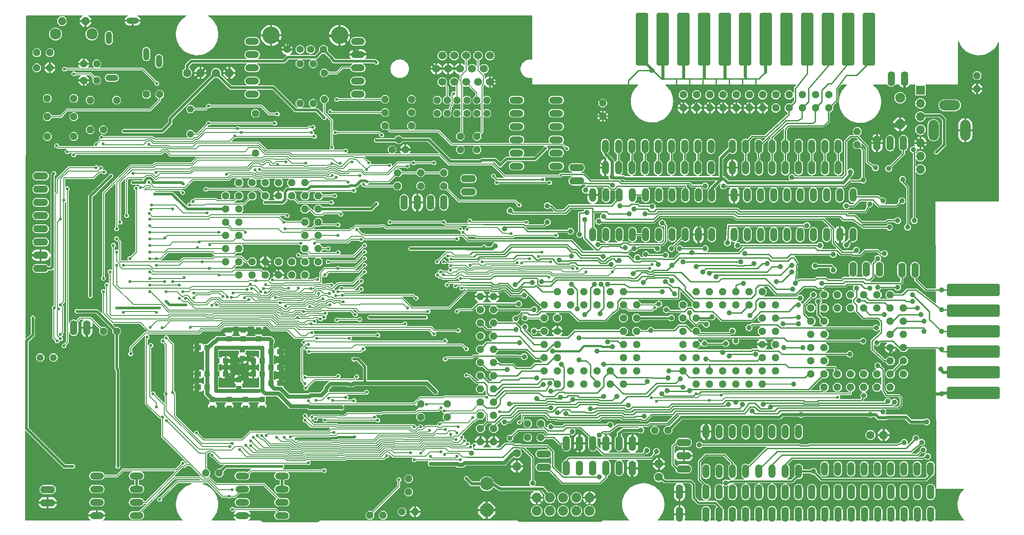
<source format=gbl>
%TF.GenerationSoftware,KiCad,Pcbnew,8.0.2*%
%TF.CreationDate,2024-05-25T17:16:43+02:00*%
%TF.ProjectId,micropet_v3,6d696372-6f70-4657-945f-76332e6b6963,rev?*%
%TF.SameCoordinates,Original*%
%TF.FileFunction,Copper,L2,Bot*%
%TF.FilePolarity,Positive*%
%FSLAX46Y46*%
G04 Gerber Fmt 4.6, Leading zero omitted, Abs format (unit mm)*
G04 Created by KiCad (PCBNEW 8.0.2) date 2024-05-25 17:16:43*
%MOMM*%
%LPD*%
G01*
G04 APERTURE LIST*
G04 Aperture macros list*
%AMRoundRect*
0 Rectangle with rounded corners*
0 $1 Rounding radius*
0 $2 $3 $4 $5 $6 $7 $8 $9 X,Y pos of 4 corners*
0 Add a 4 corners polygon primitive as box body*
4,1,4,$2,$3,$4,$5,$6,$7,$8,$9,$2,$3,0*
0 Add four circle primitives for the rounded corners*
1,1,$1+$1,$2,$3*
1,1,$1+$1,$4,$5*
1,1,$1+$1,$6,$7*
1,1,$1+$1,$8,$9*
0 Add four rect primitives between the rounded corners*
20,1,$1+$1,$2,$3,$4,$5,0*
20,1,$1+$1,$4,$5,$6,$7,0*
20,1,$1+$1,$6,$7,$8,$9,0*
20,1,$1+$1,$8,$9,$2,$3,0*%
%AMOutline5P*
0 Free polygon, 5 corners , with rotation*
0 The origin of the aperture is its center*
0 number of corners: always 5*
0 $1 to $10 corner X, Y*
0 $11 Rotation angle, in degrees counterclockwise*
0 create outline with 5 corners*
4,1,5,$1,$2,$3,$4,$5,$6,$7,$8,$9,$10,$1,$2,$11*%
%AMOutline6P*
0 Free polygon, 6 corners , with rotation*
0 The origin of the aperture is its center*
0 number of corners: always 6*
0 $1 to $12 corner X, Y*
0 $13 Rotation angle, in degrees counterclockwise*
0 create outline with 6 corners*
4,1,6,$1,$2,$3,$4,$5,$6,$7,$8,$9,$10,$11,$12,$1,$2,$13*%
%AMOutline7P*
0 Free polygon, 7 corners , with rotation*
0 The origin of the aperture is its center*
0 number of corners: always 7*
0 $1 to $14 corner X, Y*
0 $15 Rotation angle, in degrees counterclockwise*
0 create outline with 7 corners*
4,1,7,$1,$2,$3,$4,$5,$6,$7,$8,$9,$10,$11,$12,$13,$14,$1,$2,$15*%
%AMOutline8P*
0 Free polygon, 8 corners , with rotation*
0 The origin of the aperture is its center*
0 number of corners: always 8*
0 $1 to $16 corner X, Y*
0 $17 Rotation angle, in degrees counterclockwise*
0 create outline with 8 corners*
4,1,8,$1,$2,$3,$4,$5,$6,$7,$8,$9,$10,$11,$12,$13,$14,$15,$16,$1,$2,$17*%
G04 Aperture macros list end*
%TA.AperFunction,ComponentPad*%
%ADD10Outline8P,-0.660400X0.273547X-0.273547X0.660400X0.273547X0.660400X0.660400X0.273547X0.660400X-0.273547X0.273547X-0.660400X-0.273547X-0.660400X-0.660400X-0.273547X90.000000*%
%TD*%
%TA.AperFunction,ComponentPad*%
%ADD11Outline8P,-0.660400X0.273547X-0.273547X0.660400X0.273547X0.660400X0.660400X0.273547X0.660400X-0.273547X0.273547X-0.660400X-0.273547X-0.660400X-0.660400X-0.273547X0.000000*%
%TD*%
%TA.AperFunction,ComponentPad*%
%ADD12Outline8P,-0.660400X0.273547X-0.273547X0.660400X0.273547X0.660400X0.660400X0.273547X0.660400X-0.273547X0.273547X-0.660400X-0.273547X-0.660400X-0.660400X-0.273547X270.000000*%
%TD*%
%TA.AperFunction,ComponentPad*%
%ADD13C,1.600200*%
%TD*%
%TA.AperFunction,ComponentPad*%
%ADD14Outline8P,-0.800100X0.331412X-0.331412X0.800100X0.331412X0.800100X0.800100X0.331412X0.800100X-0.331412X0.331412X-0.800100X-0.331412X-0.800100X-0.800100X-0.331412X0.000000*%
%TD*%
%TA.AperFunction,ComponentPad*%
%ADD15Outline8P,-0.800100X0.331412X-0.331412X0.800100X0.331412X0.800100X0.800100X0.331412X0.800100X-0.331412X0.331412X-0.800100X-0.331412X-0.800100X-0.800100X-0.331412X90.000000*%
%TD*%
%TA.AperFunction,ComponentPad*%
%ADD16O,2.641600X1.320800*%
%TD*%
%TA.AperFunction,ComponentPad*%
%ADD17Outline8P,-0.660400X0.273547X-0.273547X0.660400X0.273547X0.660400X0.660400X0.273547X0.660400X-0.273547X0.273547X-0.660400X-0.273547X-0.660400X-0.660400X-0.273547X180.000000*%
%TD*%
%TA.AperFunction,ComponentPad*%
%ADD18O,2.844800X1.422400*%
%TD*%
%TA.AperFunction,ComponentPad*%
%ADD19C,1.320800*%
%TD*%
%TA.AperFunction,ComponentPad*%
%ADD20C,1.397000*%
%TD*%
%TA.AperFunction,ComponentPad*%
%ADD21Outline8P,-0.698500X0.289328X-0.289328X0.698500X0.289328X0.698500X0.698500X0.289328X0.698500X-0.289328X0.289328X-0.698500X-0.289328X-0.698500X-0.698500X-0.289328X270.000000*%
%TD*%
%TA.AperFunction,ComponentPad*%
%ADD22C,1.422400*%
%TD*%
%TA.AperFunction,ComponentPad*%
%ADD23C,3.327400*%
%TD*%
%TA.AperFunction,ComponentPad*%
%ADD24O,1.320800X2.641600*%
%TD*%
%TA.AperFunction,ComponentPad*%
%ADD25Outline8P,-0.711200X0.294589X-0.294589X0.711200X0.294589X0.711200X0.711200X0.294589X0.711200X-0.294589X0.294589X-0.711200X-0.294589X-0.711200X-0.711200X-0.294589X180.000000*%
%TD*%
%TA.AperFunction,ComponentPad*%
%ADD26O,1.422400X2.844800*%
%TD*%
%TA.AperFunction,ComponentPad*%
%ADD27Outline8P,-0.800100X0.331412X-0.331412X0.800100X0.331412X0.800100X0.800100X0.331412X0.800100X-0.331412X0.331412X-0.800100X-0.331412X-0.800100X-0.800100X-0.331412X270.000000*%
%TD*%
%TA.AperFunction,ComponentPad*%
%ADD28C,1.905000*%
%TD*%
%TA.AperFunction,ComponentPad*%
%ADD29Outline8P,-0.952500X0.394538X-0.394538X0.952500X0.394538X0.952500X0.952500X0.394538X0.952500X-0.394538X0.394538X-0.952500X-0.394538X-0.952500X-0.952500X-0.394538X270.000000*%
%TD*%
%TA.AperFunction,ComponentPad*%
%ADD30C,1.879600*%
%TD*%
%TA.AperFunction,ComponentPad*%
%ADD31R,1.700000X1.700000*%
%TD*%
%TA.AperFunction,ComponentPad*%
%ADD32O,1.700000X1.700000*%
%TD*%
%TA.AperFunction,ComponentPad*%
%ADD33C,1.524000*%
%TD*%
%TA.AperFunction,SMDPad,CuDef*%
%ADD34RoundRect,0.358140X0.835660X4.721860X-0.835660X4.721860X-0.835660X-4.721860X0.835660X-4.721860X0*%
%TD*%
%TA.AperFunction,ComponentPad*%
%ADD35Outline8P,-0.698500X0.289328X-0.289328X0.698500X0.289328X0.698500X0.698500X0.289328X0.698500X-0.289328X0.289328X-0.698500X-0.289328X-0.698500X-0.698500X-0.289328X90.000000*%
%TD*%
%TA.AperFunction,ComponentPad*%
%ADD36Outline8P,-0.762000X0.315631X-0.315631X0.762000X0.315631X0.762000X0.762000X0.315631X0.762000X-0.315631X0.315631X-0.762000X-0.315631X-0.762000X-0.762000X-0.315631X180.000000*%
%TD*%
%TA.AperFunction,ComponentPad*%
%ADD37C,2.159000*%
%TD*%
%TA.AperFunction,ComponentPad*%
%ADD38Outline8P,-0.711200X0.294589X-0.294589X0.711200X0.294589X0.711200X0.711200X0.294589X0.711200X-0.294589X0.294589X-0.711200X-0.294589X-0.711200X-0.711200X-0.294589X270.000000*%
%TD*%
%TA.AperFunction,ComponentPad*%
%ADD39O,2.000000X4.000000*%
%TD*%
%TA.AperFunction,ComponentPad*%
%ADD40O,4.000000X2.000000*%
%TD*%
%TA.AperFunction,SMDPad,CuDef*%
%ADD41RoundRect,0.358140X4.721860X-0.835660X4.721860X0.835660X-4.721860X0.835660X-4.721860X-0.835660X0*%
%TD*%
%TA.AperFunction,ComponentPad*%
%ADD42O,2.400000X1.200000*%
%TD*%
%TA.AperFunction,ComponentPad*%
%ADD43O,1.200000X2.400000*%
%TD*%
%TA.AperFunction,ComponentPad*%
%ADD44C,2.540000*%
%TD*%
%TA.AperFunction,ComponentPad*%
%ADD45Outline8P,-1.270000X0.526051X-0.526051X1.270000X0.526051X1.270000X1.270000X0.526051X1.270000X-0.526051X0.526051X-1.270000X-0.526051X-1.270000X-1.270000X-0.526051X270.000000*%
%TD*%
%TA.AperFunction,ComponentPad*%
%ADD46Outline8P,-0.698500X0.289328X-0.289328X0.698500X0.289328X0.698500X0.698500X0.289328X0.698500X-0.289328X0.289328X-0.698500X-0.289328X-0.698500X-0.698500X-0.289328X0.000000*%
%TD*%
%TA.AperFunction,SMDPad,CuDef*%
%ADD47R,1.100000X1.000000*%
%TD*%
%TA.AperFunction,SMDPad,CuDef*%
%ADD48R,1.000000X1.100000*%
%TD*%
%TA.AperFunction,ViaPad*%
%ADD49C,0.600000*%
%TD*%
%TA.AperFunction,ViaPad*%
%ADD50C,1.006400*%
%TD*%
%TA.AperFunction,ViaPad*%
%ADD51C,0.500000*%
%TD*%
%TA.AperFunction,Conductor*%
%ADD52C,0.500000*%
%TD*%
%TA.AperFunction,Conductor*%
%ADD53C,0.800000*%
%TD*%
%TA.AperFunction,Conductor*%
%ADD54C,0.254000*%
%TD*%
%TA.AperFunction,Conductor*%
%ADD55C,0.200000*%
%TD*%
%TA.AperFunction,Conductor*%
%ADD56C,0.406400*%
%TD*%
%TA.AperFunction,Conductor*%
%ADD57C,0.609600*%
%TD*%
%TA.AperFunction,Conductor*%
%ADD58C,0.400000*%
%TD*%
G04 APERTURE END LIST*
D10*
%TO.P,R2,1,1*%
%TO.N,Net-(IC8-D+)*%
X128560981Y-57150000D03*
%TO.P,R2,2,2*%
%TO.N,Net-(R2-Pad2)*%
X128560981Y-49530000D03*
%TD*%
D11*
%TO.P,R12,1,1*%
%TO.N,Net-(C49-Pad1)*%
X77978000Y-47361600D03*
%TO.P,R12,2,2*%
%TO.N,TTLSOUND*%
X80518000Y-47361600D03*
%TD*%
D10*
%TO.P,R3,1,1*%
%TO.N,GND*%
X186742856Y-59610625D03*
%TO.P,R3,2,2*%
%TO.N,/I/O/SHIELD*%
X186742856Y-57070625D03*
%TD*%
D12*
%TO.P,R10,1,1*%
%TO.N,V33*%
X151765000Y-70485000D03*
%TO.P,R10,2,2*%
%TO.N,/CPU\u002CRAM\u002CROM/ABORTB*%
X151765000Y-73025000D03*
%TD*%
D11*
%TO.P,D5,A,A*%
%TO.N,{slash}IRQ*%
X149992231Y-58896250D03*
%TO.P,D5,C,C*%
%TO.N,/USB/{slash}USBINT*%
X144912231Y-58896250D03*
%TD*%
D12*
%TO.P,R9,1,1*%
%TO.N,V33*%
X156210000Y-70485000D03*
%TO.P,R9,2,2*%
%TO.N,{slash}IRQ*%
X156210000Y-73025000D03*
%TD*%
D13*
%TO.P,C36,+,+*%
%TO.N,VCC*%
X238177856Y-120967500D03*
D14*
%TO.P,C36,-,-*%
%TO.N,GND*%
X240717856Y-120967500D03*
%TD*%
D13*
%TO.P,C28,+,+*%
%TO.N,VCC*%
X197537856Y-129063750D03*
D15*
%TO.P,C28,-,-*%
%TO.N,GND*%
X197537856Y-126523750D03*
%TD*%
D16*
%TO.P,U$9,1_1,SCK*%
%TO.N,SPI_CLK*%
X119380000Y-45212000D03*
%TO.P,U$9,1_2,MOSI*%
%TO.N,SPI_MOSI*%
X119380000Y-47752000D03*
%TO.P,U$9,1_3,MISO*%
%TO.N,SPI_MISO*%
X119380000Y-50292000D03*
%TO.P,U$9,1_4,WOL*%
%TO.N,unconnected-(U$9-WOL-Pad1_4)*%
X119380000Y-52832000D03*
%TO.P,U$9,1_5,INT*%
%TO.N,Net-(U$9-INT)*%
X119380000Y-55372000D03*
%TO.P,U$9,2_1,CLKOUT*%
%TO.N,unconnected-(U$9-CLKOUT-Pad2_1)*%
X139700000Y-55372000D03*
%TO.P,U$9,2_2,CS*%
%TO.N,SPI_NSEL4*%
X139700000Y-52832000D03*
%TO.P,U$9,2_3,RST*%
%TO.N,Net-(U$9-RST)*%
X139700000Y-50292000D03*
%TO.P,U$9,2_4,GND*%
%TO.N,GND*%
X139700000Y-47752000D03*
%TO.P,U$9,2_5,V33*%
%TO.N,V33*%
X139700000Y-45212000D03*
%TD*%
%TO.P,D10,A,A*%
%TO.N,Net-(IC2A-B7)*%
X177800000Y-66675000D03*
%TO.P,D10,C,C*%
%TO.N,Net-(D10-PadC)*%
X170180000Y-66675000D03*
%TD*%
D10*
%TO.P,R8,1,1*%
%TO.N,Net-(IC2A-B5)*%
X159385000Y-66040000D03*
%TO.P,R8,2,2*%
%TO.N,Net-(X2M-F)*%
X159385000Y-63500000D03*
%TD*%
D11*
%TO.P,R18,1,1*%
%TO.N,Net-(SN1-VOUTB)*%
X99060000Y-55403750D03*
%TO.P,R18,2,2*%
%TO.N,Net-(C50-Pad1)*%
X101600000Y-55403750D03*
%TD*%
D17*
%TO.P,R21,1,1*%
%TO.N,Net-(P1-RSTR)*%
X174836606Y-118745000D03*
%TO.P,R21,2,2*%
%TO.N,/I/O/DIAG*%
X172296606Y-118745000D03*
%TD*%
D11*
%TO.P,C50,1,1*%
%TO.N,Net-(C50-Pad1)*%
X80010000Y-59690000D03*
%TO.P,C50,2,2*%
%TO.N,Net-(C50-Pad2)*%
X85090000Y-59690000D03*
%TD*%
D18*
%TO.P,JP9,1,1*%
%TO.N,VCC*%
X160933591Y-71633569D03*
%TO.P,JP9,2,2*%
%TO.N,/I/O/UPVCC*%
X160933591Y-74173569D03*
%TD*%
D10*
%TO.P,R14,1,1*%
%TO.N,Net-(D3-PadC)*%
X160655000Y-59055000D03*
%TO.P,R14,2,2*%
%TO.N,Net-(X2B-F)*%
X160655000Y-56515000D03*
%TD*%
%TO.P,R22,1,1*%
%TO.N,Net-(LED1-PadA)*%
X149436606Y-131921250D03*
%TO.P,R22,2,2*%
%TO.N,VCC*%
X149436606Y-129381250D03*
%TD*%
D19*
%TO.P,Q2,1,1*%
%TO.N,Net-(U$13-X2)*%
X81200625Y-106045000D03*
%TO.P,Q2,2,2*%
%TO.N,Net-(U$13-X1)*%
X78660625Y-106045000D03*
%TD*%
D20*
%TO.P,IC10,1,GND*%
%TO.N,GND*%
X241987856Y-104140000D03*
D21*
%TO.P,IC10,2*%
%TO.N,N/C*%
X244527856Y-101600000D03*
%TO.P,IC10,3,PA0*%
%TO.N,Net-(IC10A-PA0)*%
X241987856Y-101600000D03*
%TO.P,IC10,4,PA1*%
%TO.N,Net-(IC10A-PA1)*%
X244527856Y-99060000D03*
%TO.P,IC10,5,PA2*%
%TO.N,Net-(IC10A-PA2)*%
X241987856Y-99060000D03*
%TO.P,IC10,6,PA3*%
%TO.N,Net-(IC10A-PA3)*%
X244527856Y-96520000D03*
%TO.P,IC10,7,PA4*%
%TO.N,/I/O/C1SW*%
X241987856Y-93980000D03*
%TO.P,IC10,8,PA5*%
%TO.N,/I/O/C2SW{slash}ATNIN*%
X241987856Y-96520000D03*
%TO.P,IC10,9,PA6*%
%TO.N,/I/O/EOI*%
X239447856Y-93980000D03*
%TO.P,IC10,10,PA7*%
%TO.N,/I/O/DIAG*%
X239447856Y-96520000D03*
%TO.P,IC10,11,PB0*%
%TO.N,/I/O/KI0*%
X236907856Y-93980000D03*
%TO.P,IC10,12,PB1*%
%TO.N,/I/O/KI1*%
X236907856Y-96520000D03*
%TO.P,IC10,13,PB2*%
%TO.N,/I/O/KI2*%
X234367856Y-93980000D03*
%TO.P,IC10,14,PB3*%
%TO.N,/I/O/KI3*%
X234367856Y-96520000D03*
%TO.P,IC10,15,PB4*%
%TO.N,/I/O/KI4*%
X231827856Y-93980000D03*
%TO.P,IC10,16,PB5*%
%TO.N,/I/O/KI5*%
X231827856Y-96520000D03*
%TO.P,IC10,17,PB6*%
%TO.N,/I/O/KI6*%
X229287856Y-93980000D03*
%TO.P,IC10,18,PB7*%
%TO.N,/I/O/KI7*%
X226747856Y-96520000D03*
%TO.P,IC10,19,CB1*%
%TO.N,PET_VSYNC*%
X229287856Y-96520000D03*
%TO.P,IC10,20,CB2*%
%TO.N,/I/O/{slash}C1MTR*%
X226747856Y-99060000D03*
%TO.P,IC10,21,VCC*%
%TO.N,VCC*%
X229287856Y-99060000D03*
%TO.P,IC10,22*%
%TO.N,N/C*%
X226747856Y-101600000D03*
%TO.P,IC10,23,R/-W*%
%TO.N,R{slash}-W*%
X229287856Y-101600000D03*
%TO.P,IC10,24,CS0*%
%TO.N,VCC*%
X226747856Y-104140000D03*
%TO.P,IC10,25,/CS2*%
%TO.N,{slash}SEL1*%
X229287856Y-104140000D03*
%TO.P,IC10,26,CS1*%
%TO.N,VCC*%
X226747856Y-106680000D03*
%TO.P,IC10,27*%
%TO.N,N/C*%
X229287856Y-106680000D03*
%TO.P,IC10,28,PHI2*%
%TO.N,CPHI2*%
X226747856Y-109220000D03*
%TO.P,IC10,29,D7*%
%TO.N,BD7*%
X229287856Y-111760000D03*
%TO.P,IC10,30,D6*%
%TO.N,BD6*%
X229287856Y-109220000D03*
%TO.P,IC10,31,D5*%
%TO.N,BD5*%
X231827856Y-111760000D03*
%TO.P,IC10,32,D4*%
%TO.N,BD4*%
X231827856Y-109220000D03*
%TO.P,IC10,33,D3*%
%TO.N,BD3*%
X234367856Y-111760000D03*
%TO.P,IC10,34,D2*%
%TO.N,BD2*%
X234367856Y-109220000D03*
%TO.P,IC10,35,D1*%
%TO.N,BD1*%
X236907856Y-111760000D03*
%TO.P,IC10,36,D0*%
%TO.N,BD0*%
X236907856Y-109220000D03*
%TO.P,IC10,37,/RES*%
%TO.N,{slash}RES*%
X239447856Y-111760000D03*
%TO.P,IC10,38,RS1*%
%TO.N,A1*%
X239447856Y-109220000D03*
%TO.P,IC10,39,RS0*%
%TO.N,A0*%
X241987856Y-111760000D03*
%TO.P,IC10,40*%
%TO.N,N/C*%
X244527856Y-109220000D03*
%TO.P,IC10,41,/IRQB*%
%TO.N,{slash}IRQ*%
X241987856Y-109220000D03*
%TO.P,IC10,42,/IRQA*%
X244527856Y-106680000D03*
%TO.P,IC10,43,CA2*%
%TO.N,/I/O/EOIOUT*%
X241987856Y-106680000D03*
%TO.P,IC10,44,CA1*%
%TO.N,/I/O/C1RD*%
X244527856Y-104140000D03*
%TD*%
D22*
%TO.P,USB1,D+,D+*%
%TO.N,Net-(R2-Pad2)*%
X128589556Y-46770925D03*
%TO.P,USB1,D-,D-*%
%TO.N,Net-(R1-Pad2)*%
X130596156Y-46770925D03*
%TO.P,USB1,GND,GND*%
%TO.N,GND*%
X126100356Y-46770925D03*
D23*
%TO.P,USB1,GND@1,GND@1*%
X136158756Y-44053125D03*
%TO.P,USB1,GND@2,GND@2*%
X123026956Y-44053125D03*
D22*
%TO.P,USB1,VBUS,VBUS*%
%TO.N,VCC*%
X133085356Y-46770925D03*
%TD*%
D24*
%TO.P,RN4,1,1*%
%TO.N,VCC*%
X187219106Y-65405000D03*
%TO.P,RN4,2,2*%
%TO.N,/I/O/ATN*%
X189759106Y-65405000D03*
%TO.P,RN4,3,3*%
%TO.N,/I/O/{slash}SRQIN*%
X192299106Y-65405000D03*
%TO.P,RN4,4,4*%
%TO.N,/I/O/IFC*%
X194839106Y-65405000D03*
%TO.P,RN4,5,5*%
%TO.N,/I/O/NDAC*%
X197379106Y-65405000D03*
%TO.P,RN4,6,6*%
%TO.N,/I/O/NRFD*%
X199919106Y-65405000D03*
%TO.P,RN4,7,7*%
%TO.N,/I/O/DAV*%
X202459106Y-65405000D03*
%TO.P,RN4,8,8*%
%TO.N,/I/O/EOI*%
X204999106Y-65405000D03*
%TO.P,RN4,9,9*%
%TO.N,unconnected-(RN4-Pad9)*%
X207539106Y-65405000D03*
%TD*%
D10*
%TO.P,R26,1,1*%
%TO.N,Net-(D9-PadC)*%
X162560000Y-59055000D03*
%TO.P,R26,2,2*%
%TO.N,Net-(X2C-F)*%
X162560000Y-56515000D03*
%TD*%
D13*
%TO.P,C37,+,+*%
%TO.N,VCC*%
X106891606Y-51276250D03*
D14*
%TO.P,C37,-,-*%
%TO.N,GND*%
X109431606Y-51276250D03*
%TD*%
D25*
%TO.P,P2,1,1*%
%TO.N,/I/O/DIO1*%
X230160981Y-55483125D03*
%TO.P,P2,2,2*%
%TO.N,/I/O/DIO2*%
X227620981Y-55483125D03*
%TO.P,P2,3,3*%
%TO.N,/I/O/DIO3*%
X225080981Y-55483125D03*
%TO.P,P2,4,4*%
%TO.N,/I/O/DIO4*%
X222540981Y-55483125D03*
%TO.P,P2,5,5*%
%TO.N,/I/O/EOI*%
X220000981Y-55483125D03*
%TO.P,P2,6,6*%
%TO.N,/I/O/DAV*%
X217460981Y-55483125D03*
%TO.P,P2,7,7*%
%TO.N,/I/O/NRFD*%
X214920981Y-55483125D03*
%TO.P,P2,8,8*%
%TO.N,/I/O/NDAC*%
X212380981Y-55483125D03*
%TO.P,P2,9,9*%
%TO.N,/I/O/IFC*%
X209840981Y-55483125D03*
%TO.P,P2,10,10*%
%TO.N,/I/O/{slash}SRQIN*%
X207300981Y-55483125D03*
%TO.P,P2,11,11*%
%TO.N,/I/O/ATN*%
X204760981Y-55483125D03*
%TO.P,P2,12,12*%
%TO.N,/I/O/SHIELD*%
X202220981Y-55483125D03*
%TO.P,P2,A,13*%
%TO.N,/I/O/DIO5*%
X230160981Y-58023125D03*
%TO.P,P2,B,14*%
%TO.N,/I/O/DIO6*%
X227620981Y-58023125D03*
%TO.P,P2,C,15*%
%TO.N,/I/O/DIO7*%
X225080981Y-58023125D03*
%TO.P,P2,D,16*%
%TO.N,/I/O/DIO8*%
X222540981Y-58023125D03*
%TO.P,P2,E,17*%
%TO.N,/I/O/REN*%
X220000981Y-58023125D03*
%TO.P,P2,F,18*%
%TO.N,GND*%
X217460981Y-58023125D03*
%TO.P,P2,H,19*%
X214920981Y-58023125D03*
%TO.P,P2,J,20*%
X212380981Y-58023125D03*
%TO.P,P2,K,21*%
X209840981Y-58023125D03*
%TO.P,P2,L,22*%
X207300981Y-58023125D03*
%TO.P,P2,M,23*%
X204760981Y-58023125D03*
%TO.P,P2,N,24*%
X202220981Y-58023125D03*
%TD*%
D10*
%TO.P,D8,A,A*%
%TO.N,Net-(U$9-RST)*%
X133244106Y-51276250D03*
%TO.P,D8,C,C*%
%TO.N,{slash}RES*%
X133244106Y-56356250D03*
%TD*%
D26*
%TO.P,P1,1,GND*%
%TO.N,GND*%
X201506606Y-136207500D03*
%TO.P,P1,3,RSTR*%
%TO.N,Net-(P1-RSTR)*%
X206586606Y-136207500D03*
%TO.P,P1,4,VCC*%
%TO.N,VCC*%
X209126606Y-136207500D03*
%TO.P,P1,5,ROW0*%
%TO.N,/I/O/DEC7*%
X211666606Y-136207500D03*
%TO.P,P1,6,ROW1*%
%TO.N,/I/O/DEC6*%
X214206606Y-136207500D03*
%TO.P,P1,7,ROW2*%
%TO.N,/I/O/DEC5*%
X216746606Y-136207500D03*
%TO.P,P1,8,ROW3*%
%TO.N,/I/O/DEC4*%
X219286606Y-136207500D03*
%TO.P,P1,9,ROW4*%
%TO.N,/I/O/DEC3*%
X221826606Y-136207500D03*
%TO.P,P1,10,ROW5*%
%TO.N,/I/O/DEC2*%
X224366606Y-136207500D03*
%TO.P,P1,11,ROW6*%
%TO.N,/I/O/DEC1*%
X226906606Y-136207500D03*
%TO.P,P1,12,ROW7*%
%TO.N,/I/O/DEC0*%
X229446606Y-136207500D03*
%TO.P,P1,13,COL0*%
%TO.N,/I/O/KI7*%
X231986606Y-136207500D03*
%TO.P,P1,14,COL1*%
%TO.N,/I/O/KI6*%
X234526606Y-136207500D03*
%TO.P,P1,15,COL2*%
%TO.N,/I/O/KI5*%
X237066606Y-136207500D03*
%TO.P,P1,16,COL3*%
%TO.N,/I/O/KI4*%
X239606606Y-136207500D03*
%TO.P,P1,17,COL4*%
%TO.N,/I/O/KI3*%
X242146606Y-136207500D03*
%TO.P,P1,18,COL5*%
%TO.N,/I/O/KI2*%
X244686606Y-136207500D03*
%TO.P,P1,19,COL6*%
%TO.N,/I/O/KI1*%
X247226606Y-136207500D03*
%TO.P,P1,20,COL7*%
%TO.N,/I/O/KI0*%
X249766606Y-136207500D03*
%TD*%
D11*
%TO.P,C51,1,1*%
%TO.N,Net-(C51-Pad1)*%
X88265000Y-56515000D03*
%TO.P,C51,2,2*%
%TO.N,Net-(C49-Pad2)*%
X93345000Y-56515000D03*
%TD*%
D10*
%TO.P,R6,1,1*%
%TO.N,TTLSOUND*%
X235637856Y-65087500D03*
%TO.P,R6,2,2*%
%TO.N,Net-(BEEP1-+)*%
X235637856Y-62547500D03*
%TD*%
D13*
%TO.P,C26,+,+*%
%TO.N,VCC*%
X170232856Y-124460000D03*
D27*
%TO.P,C26,-,-*%
%TO.N,GND*%
X170232856Y-127000000D03*
%TD*%
D11*
%TO.P,R5,1,1*%
%TO.N,GRAPHIC*%
X151765000Y-117475000D03*
%TO.P,R5,2,2*%
%TO.N,GRAPHIC5V*%
X156845000Y-117475000D03*
%TD*%
D19*
%TO.P,Q3,1,1*%
%TO.N,Net-(IC8-X0)*%
X107526606Y-63055500D03*
%TO.P,Q3,2,2*%
%TO.N,Net-(IC8-X1)*%
X107526606Y-58229500D03*
%TD*%
D26*
%TO.P,JP7,1,1*%
%TO.N,{slash}RES*%
X156210000Y-76200000D03*
%TO.P,JP7,2,2*%
%TO.N,/CPU\u002CRAM\u002CROM/ABORTB*%
X153670000Y-76200000D03*
%TO.P,JP7,3,3*%
%TO.N,GND*%
X151130000Y-76200000D03*
%TO.P,JP7,4,4*%
%TO.N,/CPU\u002CRAM\u002CROM/{slash}NMI*%
X148590000Y-76200000D03*
%TD*%
D16*
%TO.P,D3,A,A*%
%TO.N,Net-(IC2A-B2)*%
X177800000Y-59055000D03*
%TO.P,D3,C,C*%
%TO.N,Net-(D3-PadC)*%
X170180000Y-59055000D03*
%TD*%
D11*
%TO.P,C52,1,1*%
%TO.N,Net-(C49-Pad1)*%
X80010000Y-63500000D03*
%TO.P,C52,2,2*%
%TO.N,Net-(C50-Pad2)*%
X85090000Y-63500000D03*
%TD*%
D10*
%TO.P,R28,1,1*%
%TO.N,Net-(D11-PadC)*%
X154940000Y-59055000D03*
%TO.P,R28,2,2*%
%TO.N,Net-(X2A-F)*%
X154940000Y-56515000D03*
%TD*%
%TO.P,R27,1,1*%
%TO.N,Net-(D10-PadC)*%
X158750000Y-59055000D03*
%TO.P,R27,2,2*%
%TO.N,Net-(X2B-F)*%
X158750000Y-56515000D03*
%TD*%
D24*
%TO.P,RN3,1,1*%
%TO.N,GND*%
X211666606Y-69532500D03*
%TO.P,RN3,2,2*%
%TO.N,/I/O/DIO8*%
X214206606Y-69532500D03*
%TO.P,RN3,3,3*%
%TO.N,/I/O/DIO7*%
X216746606Y-69532500D03*
%TO.P,RN3,4,4*%
%TO.N,/I/O/DIO6*%
X219286606Y-69532500D03*
%TO.P,RN3,5,5*%
%TO.N,/I/O/DIO5*%
X221826606Y-69532500D03*
%TO.P,RN3,6,6*%
%TO.N,/I/O/DIO4*%
X224366606Y-69532500D03*
%TO.P,RN3,7,7*%
%TO.N,/I/O/DIO3*%
X226906606Y-69532500D03*
%TO.P,RN3,8,8*%
%TO.N,/I/O/DIO2*%
X229446606Y-69532500D03*
%TO.P,RN3,9,9*%
%TO.N,/I/O/DIO1*%
X231986606Y-69532500D03*
%TD*%
D11*
%TO.P,D1,A,A*%
%TO.N,{slash}IRQ*%
X149992231Y-61436250D03*
%TO.P,D1,C,C*%
%TO.N,Net-(IC9A-{slash}IRQ)*%
X144912231Y-61436250D03*
%TD*%
%TO.P,D6,A,A*%
%TO.N,{slash}IRQ*%
X149992231Y-56356250D03*
%TO.P,D6,C,C*%
%TO.N,Net-(U$9-INT)*%
X144912231Y-56356250D03*
%TD*%
D18*
%TO.P,JP5,1,1*%
%TO.N,/I/O/IECRES*%
X181742231Y-72072500D03*
%TO.P,JP5,2,2*%
%TO.N,/I/O/IFC*%
X181742231Y-69532500D03*
%TD*%
D11*
%TO.P,C49,1,1*%
%TO.N,Net-(C49-Pad1)*%
X80010000Y-56197500D03*
%TO.P,C49,2,2*%
%TO.N,Net-(C49-Pad2)*%
X85090000Y-56197500D03*
%TD*%
D10*
%TO.P,R16,1,1*%
%TO.N,GND*%
X258671196Y-54340353D03*
%TO.P,R16,2,2*%
%TO.N,Net-(Q1-G)*%
X258671196Y-51800353D03*
%TD*%
D16*
%TO.P,D4,A,A*%
%TO.N,Net-(IC2A-B3)*%
X177800000Y-61595000D03*
%TO.P,D4,C,C*%
%TO.N,Net-(D4-PadC)*%
X170180000Y-61595000D03*
%TD*%
D11*
%TO.P,R30,1,1*%
%TO.N,GND*%
X86995000Y-49530000D03*
%TO.P,R30,2,2*%
%TO.N,Net-(C50-Pad2)*%
X89535000Y-49530000D03*
%TD*%
D17*
%TO.P,R31,1,1*%
%TO.N,Net-(SN1-VOUTA)*%
X90805000Y-62230000D03*
%TO.P,R31,2,2*%
%TO.N,Net-(C51-Pad1)*%
X88265000Y-62230000D03*
%TD*%
D28*
%TO.P,C6,+,+*%
%TO.N,VCC*%
X243869751Y-56062990D03*
D29*
%TO.P,C6,-,-*%
%TO.N,GND*%
X243869751Y-61142990D03*
%TD*%
D10*
%TO.P,R13,1,1*%
%TO.N,Net-(D4-PadC)*%
X164465000Y-59055000D03*
%TO.P,R13,2,2*%
%TO.N,Net-(X2C-F)*%
X164465000Y-56515000D03*
%TD*%
D16*
%TO.P,U$14,1,/CS*%
%TO.N,/CPU\u002CRAM\u002CROM/{slash}FPGABOOT*%
X89535000Y-128818100D03*
%TO.P,U$14,2,SO*%
%TO.N,SPI_MISO*%
X89535000Y-131358100D03*
%TO.P,U$14,3,/WP*%
%TO.N,unconnected-(U$14-{slash}WP-Pad3)*%
X89535000Y-133898100D03*
%TO.P,U$14,4,GND*%
%TO.N,GND*%
X89535000Y-136438100D03*
%TO.P,U$14,5,SI*%
%TO.N,SPI_MOSI*%
X97155000Y-136438100D03*
%TO.P,U$14,6,SCK*%
%TO.N,SPI_CLK*%
X97155000Y-133898100D03*
%TO.P,U$14,7,/HOLD*%
%TO.N,V33*%
X97155000Y-131358100D03*
%TO.P,U$14,8,VCC*%
X97155000Y-128818100D03*
%TD*%
D18*
%TO.P,JP1,1,1*%
%TO.N,Net-(JP1-Pad1)*%
X202300356Y-127476250D03*
%TO.P,JP1,2,2*%
%TO.N,GND*%
X202300356Y-124936250D03*
%TO.P,JP1,3,3*%
%TO.N,Net-(JP1-Pad1)*%
X202300356Y-122396250D03*
%TD*%
D26*
%TO.P,JP8,1,1*%
%TO.N,GND*%
X87630000Y-100330000D03*
%TO.P,JP8,2,2*%
%TO.N,Net-(U$2B-PROGRAM_B_2)*%
X85090000Y-100330000D03*
%TD*%
D30*
%TO.P,U$7,1,TCK*%
%TO.N,Net-(U$2C-TCK)*%
X174042856Y-135572500D03*
%TO.P,U$7,2,GND*%
%TO.N,GND*%
X174042856Y-133032500D03*
%TO.P,U$7,3,TDO*%
%TO.N,Net-(U$2C-TDO)*%
X176582856Y-135572500D03*
%TO.P,U$7,4,VCC*%
%TO.N,V33*%
X176582856Y-133032500D03*
%TO.P,U$7,5,TMS*%
%TO.N,Net-(U$2C-TMS)*%
X179122856Y-135572500D03*
%TO.P,U$7,6*%
%TO.N,N/C*%
X179122856Y-133032500D03*
%TO.P,U$7,7*%
X181662856Y-135572500D03*
%TO.P,U$7,8*%
X181662856Y-133032500D03*
%TO.P,U$7,9,TDI*%
%TO.N,Net-(U$2C-TDI)*%
X184202856Y-135572500D03*
%TO.P,U$7,10,P$1*%
%TO.N,GND*%
X184202856Y-133032500D03*
%TD*%
D18*
%TO.P,JP2,1,1*%
%TO.N,Net-(U$13-VBAT)*%
X80089375Y-131445000D03*
%TO.P,JP2,2,2*%
%TO.N,GND*%
X80089375Y-133985000D03*
%TD*%
D11*
%TO.P,R23,1,1*%
%TO.N,GND*%
X151765000Y-114935000D03*
%TO.P,R23,2,2*%
%TO.N,GRAPHIC*%
X156845000Y-114935000D03*
%TD*%
D26*
%TO.P,JP6,1,1*%
%TO.N,/I/O/C2SW*%
X239924106Y-89058750D03*
%TO.P,JP6,2,2*%
%TO.N,/I/O/C2SW{slash}ATNIN*%
X237384106Y-89058750D03*
%TO.P,JP6,3,3*%
%TO.N,Net-(IC3B-O)*%
X234844106Y-89058750D03*
%TD*%
D31*
%TO.P,U$8,1,1*%
%TO.N,unconnected-(U$8-Pad1)*%
X247790762Y-54605580D03*
D32*
%TO.P,U$8,2,2*%
%TO.N,unconnected-(U$8-Pad2)*%
X247790762Y-57145580D03*
%TO.P,U$8,3,3*%
%TO.N,VCC*%
X247790762Y-59685580D03*
%TO.P,U$8,4,4*%
%TO.N,unconnected-(U$8-Pad4)*%
X247790762Y-62225580D03*
%TO.P,U$8,5,5*%
%TO.N,GND*%
X247790762Y-64765580D03*
%TO.P,U$8,6,6*%
%TO.N,unconnected-(U$8-Pad6)*%
X247790762Y-67305580D03*
%TO.P,U$8,7,7*%
%TO.N,unconnected-(U$8-Pad7)*%
X247790762Y-69845580D03*
%TD*%
D24*
%TO.P,RN1,1,1*%
%TO.N,VCC*%
X249687231Y-127476250D03*
%TO.P,RN1,2,2*%
%TO.N,/I/O/KI0*%
X247147231Y-127476250D03*
%TO.P,RN1,3,3*%
%TO.N,/I/O/KI1*%
X244607231Y-127476250D03*
%TO.P,RN1,4,4*%
%TO.N,/I/O/KI2*%
X242067231Y-127476250D03*
%TO.P,RN1,5,5*%
%TO.N,/I/O/KI3*%
X239527231Y-127476250D03*
%TO.P,RN1,6,6*%
%TO.N,/I/O/KI4*%
X236987231Y-127476250D03*
%TO.P,RN1,7,7*%
%TO.N,/I/O/KI5*%
X234447231Y-127476250D03*
%TO.P,RN1,8,8*%
%TO.N,/I/O/KI6*%
X231907231Y-127476250D03*
%TO.P,RN1,9,9*%
%TO.N,/I/O/KI7*%
X229367231Y-127476250D03*
%TD*%
D33*
%TO.P,X2,1,F*%
%TO.N,Net-(X2A-F)*%
X155913606Y-53022500D03*
%TO.P,X2,2,F*%
%TO.N,Net-(X2B-F)*%
X158199606Y-53022500D03*
%TO.P,X2,3,F*%
%TO.N,Net-(X2C-F)*%
X160485606Y-53022500D03*
%TO.P,X2,4,F*%
%TO.N,unconnected-(X2D-F-Pad4)*%
X162771606Y-53022500D03*
%TO.P,X2,5,F*%
%TO.N,GND*%
X165057606Y-53022500D03*
%TO.P,X2,6,F*%
X154770606Y-50482500D03*
%TO.P,X2,7,F*%
X157056606Y-50482500D03*
%TO.P,X2,8,F*%
X159342606Y-50482500D03*
%TO.P,X2,9,F*%
%TO.N,unconnected-(X2I-F-Pad9)*%
X161628606Y-50482500D03*
%TO.P,X2,10,F*%
%TO.N,unconnected-(X2J-F-Pad10)*%
X163914606Y-50482500D03*
%TO.P,X2,11,F*%
%TO.N,unconnected-(X2K-F-Pad11)*%
X155913606Y-47942500D03*
%TO.P,X2,12,F*%
%TO.N,unconnected-(X2L-F-Pad12)*%
X158199606Y-47942500D03*
%TO.P,X2,13,F*%
%TO.N,Net-(X2M-F)*%
X160485606Y-47942500D03*
%TO.P,X2,14,F*%
%TO.N,Net-(X2N-F)*%
X162771606Y-47942500D03*
%TO.P,X2,15,F*%
%TO.N,unconnected-(X2O-F-Pad15)*%
X165057606Y-47942500D03*
%TD*%
D10*
%TO.P,R15,1,1*%
%TO.N,Net-(D2-PadC)*%
X156845000Y-59055000D03*
%TO.P,R15,2,2*%
%TO.N,Net-(X2A-F)*%
X156845000Y-56515000D03*
%TD*%
D24*
%TO.P,U$6,1,DIR*%
%TO.N,VCC*%
X207697856Y-74771250D03*
%TO.P,U$6,2,A1*%
%TO.N,/I/O/DAVOUT*%
X205157856Y-74771250D03*
%TO.P,U$6,3,A2*%
%TO.N,/I/O/ATNOUT*%
X202617856Y-74771250D03*
%TO.P,U$6,4,A3*%
%TO.N,/I/O/NDACOUT*%
X200077856Y-74771250D03*
%TO.P,U$6,5,A4*%
%TO.N,/I/O/NRFDOUT*%
X197537856Y-74771250D03*
%TO.P,U$6,6,A5*%
%TO.N,/I/O/N$11*%
X194997856Y-74771250D03*
%TO.P,U$6,7,A6*%
X192457856Y-74771250D03*
%TO.P,U$6,8,A7*%
%TO.N,{slash}RES*%
X189917856Y-74771250D03*
%TO.P,U$6,9,A8*%
%TO.N,/I/O/EOIOUT*%
X187377856Y-74771250D03*
%TO.P,U$6,10,GND*%
%TO.N,GND*%
X184837856Y-74771250D03*
%TO.P,U$6,11,B8*%
%TO.N,/I/O/EOI*%
X184837856Y-82391250D03*
%TO.P,U$6,12,B7*%
%TO.N,/I/O/IECRES*%
X187377856Y-82391250D03*
%TO.P,U$6,13,B6*%
%TO.N,/I/O/NDAC*%
X189917856Y-82391250D03*
%TO.P,U$6,14,B5*%
%TO.N,/I/O/NRFD*%
X192457856Y-82391250D03*
%TO.P,U$6,15,B4*%
X194997856Y-82391250D03*
%TO.P,U$6,16,B3*%
%TO.N,/I/O/NDAC*%
X197537856Y-82391250D03*
%TO.P,U$6,17,B2*%
%TO.N,/I/O/ATN*%
X200077856Y-82391250D03*
%TO.P,U$6,18,B1*%
%TO.N,/I/O/DAV*%
X202617856Y-82391250D03*
%TO.P,U$6,19,/G*%
%TO.N,GND*%
X205157856Y-82391250D03*
%TO.P,U$6,20,VCC*%
%TO.N,VCC*%
X207697856Y-82391250D03*
%TD*%
D11*
%TO.P,R19,1,1*%
%TO.N,Net-(C49-Pad1)*%
X77978000Y-50292000D03*
%TO.P,R19,2,2*%
%TO.N,GND*%
X80518000Y-50292000D03*
%TD*%
D10*
%TO.P,R1,1,1*%
%TO.N,Net-(IC8-D-)*%
X131100981Y-57150000D03*
%TO.P,R1,2,2*%
%TO.N,Net-(R1-Pad2)*%
X131100981Y-49530000D03*
%TD*%
D24*
%TO.P,IC5,1,0*%
%TO.N,/I/O/DEC0*%
X224366606Y-120332500D03*
%TO.P,IC5,2,1*%
%TO.N,/I/O/DEC1*%
X221826606Y-120332500D03*
%TO.P,IC5,3,2*%
%TO.N,/I/O/DEC2*%
X219286606Y-120332500D03*
%TO.P,IC5,4,3*%
%TO.N,/I/O/DEC3*%
X216746606Y-120332500D03*
%TO.P,IC5,5,4*%
%TO.N,/I/O/DEC4*%
X214206606Y-120332500D03*
%TO.P,IC5,6,5*%
%TO.N,/I/O/DEC5*%
X211666606Y-120332500D03*
%TO.P,IC5,7,6*%
%TO.N,/I/O/DEC6*%
X209126606Y-120332500D03*
%TO.P,IC5,8,GND*%
%TO.N,GND*%
X206586606Y-120332500D03*
%TO.P,IC5,9,7*%
%TO.N,/I/O/DEC7*%
X206586606Y-127952500D03*
%TO.P,IC5,10,8*%
%TO.N,/I/O/DEC8*%
X209126606Y-127952500D03*
%TO.P,IC5,11,9*%
%TO.N,/I/O/DEC9*%
X211666606Y-127952500D03*
%TO.P,IC5,12,D*%
%TO.N,Net-(IC10A-PA3)*%
X214206606Y-127952500D03*
%TO.P,IC5,13,C*%
%TO.N,Net-(IC10A-PA2)*%
X216746606Y-127952500D03*
%TO.P,IC5,14,B*%
%TO.N,Net-(IC10A-PA1)*%
X219286606Y-127952500D03*
%TO.P,IC5,15,A*%
%TO.N,Net-(IC10A-PA0)*%
X221826606Y-127952500D03*
%TO.P,IC5,16,VCC*%
%TO.N,VCC*%
X224366606Y-127952500D03*
%TD*%
D26*
%TO.P,U$11,1,GND*%
%TO.N,GND*%
X192457856Y-122555000D03*
%TO.P,U$11,2,VCC*%
%TO.N,VCC*%
X189917856Y-122555000D03*
%TO.P,U$11,3,L1*%
%TO.N,GND*%
X187377856Y-122555000D03*
%TO.P,U$11,4,L2*%
%TO.N,Net-(P1-RSTR)*%
X184837856Y-122555000D03*
%TO.P,U$11,5,R1*%
%TO.N,GND*%
X182297856Y-122555000D03*
%TO.P,U$11,6,R2*%
%TO.N,Net-(U$11-R2)*%
X179757856Y-122555000D03*
%TD*%
D24*
%TO.P,U$5,1,DIR*%
%TO.N,VCC*%
X234844106Y-74771250D03*
%TO.P,U$5,2,A1*%
%TO.N,/I/O/DO1*%
X232304106Y-74771250D03*
%TO.P,U$5,3,A2*%
%TO.N,/I/O/DO2*%
X229764106Y-74771250D03*
%TO.P,U$5,4,A3*%
%TO.N,/I/O/DO3*%
X227224106Y-74771250D03*
%TO.P,U$5,5,A4*%
%TO.N,/I/O/DO4*%
X224684106Y-74771250D03*
%TO.P,U$5,6,A5*%
%TO.N,/I/O/DO5*%
X222144106Y-74771250D03*
%TO.P,U$5,7,A6*%
%TO.N,/I/O/DO6*%
X219604106Y-74771250D03*
%TO.P,U$5,8,A7*%
%TO.N,/I/O/DO7*%
X217064106Y-74771250D03*
%TO.P,U$5,9,A8*%
%TO.N,/I/O/DO8*%
X214524106Y-74771250D03*
%TO.P,U$5,10,GND*%
%TO.N,GND*%
X211984106Y-74771250D03*
%TO.P,U$5,11,B8*%
%TO.N,/I/O/DIO8*%
X211984106Y-82391250D03*
%TO.P,U$5,12,B7*%
%TO.N,/I/O/DIO7*%
X214524106Y-82391250D03*
%TO.P,U$5,13,B6*%
%TO.N,/I/O/DIO6*%
X217064106Y-82391250D03*
%TO.P,U$5,14,B5*%
%TO.N,/I/O/DIO5*%
X219604106Y-82391250D03*
%TO.P,U$5,15,B4*%
%TO.N,/I/O/DIO4*%
X222144106Y-82391250D03*
%TO.P,U$5,16,B3*%
%TO.N,/I/O/DIO3*%
X224684106Y-82391250D03*
%TO.P,U$5,17,B2*%
%TO.N,/I/O/DIO2*%
X227224106Y-82391250D03*
%TO.P,U$5,18,B1*%
%TO.N,/I/O/DIO1*%
X229764106Y-82391250D03*
%TO.P,U$5,19,/G*%
%TO.N,GND*%
X232304106Y-82391250D03*
%TO.P,U$5,20,VCC*%
%TO.N,VCC*%
X234844106Y-82391250D03*
%TD*%
D34*
%TO.P,CN4,A,D4*%
%TO.N,/I/O/DIO5*%
X237904806Y-44767500D03*
%TO.P,CN4,B,D5*%
%TO.N,/I/O/DIO6*%
X233942406Y-44767500D03*
%TO.P,CN4,C,D6*%
%TO.N,/I/O/DIO7*%
X229980006Y-44767500D03*
%TO.P,CN4,D,D7*%
%TO.N,/I/O/DIO8*%
X226017606Y-44767500D03*
%TO.P,CN4,E,REN*%
%TO.N,unconnected-(CN4A-REN-PadE)*%
X222055206Y-44767500D03*
%TO.P,CN4,F,GND@1*%
%TO.N,GND*%
X218092806Y-44767500D03*
%TO.P,CN4,H,GND@2*%
X214130406Y-44767500D03*
%TO.P,CN4,J,GND@3*%
X210168006Y-44767500D03*
%TO.P,CN4,K,GND@4*%
X206205606Y-44767500D03*
%TO.P,CN4,L,GND@5*%
X202243206Y-44767500D03*
%TO.P,CN4,M,GND@6*%
X198280806Y-44767500D03*
%TO.P,CN4,N,GND@7*%
X194318406Y-44767500D03*
%TD*%
D20*
%TO.P,IC9,1,GND*%
%TO.N,GND*%
X178011606Y-100965000D03*
D35*
%TO.P,IC9,2,PA0*%
%TO.N,/I/O/UP0*%
X175471606Y-103505000D03*
%TO.P,IC9,3,PA1*%
%TO.N,/I/O/UP1*%
X178011606Y-103505000D03*
%TO.P,IC9,4,PA2*%
%TO.N,/I/O/UP2*%
X175471606Y-106045000D03*
%TO.P,IC9,5,PA3*%
%TO.N,/I/O/UP3*%
X178011606Y-106045000D03*
%TO.P,IC9,6,PA4*%
%TO.N,/I/O/UP4*%
X175471606Y-108585000D03*
%TO.P,IC9,7,PA5*%
%TO.N,/I/O/UP5*%
X178011606Y-111125000D03*
%TO.P,IC9,8,PA6*%
%TO.N,/I/O/UP6*%
X178011606Y-108585000D03*
%TO.P,IC9,9,PA7*%
%TO.N,/I/O/UP7*%
X180551606Y-111125000D03*
%TO.P,IC9,10,PB0*%
%TO.N,/I/O/NDAC*%
X180551606Y-108585000D03*
%TO.P,IC9,11*%
%TO.N,N/C*%
X183091606Y-111125000D03*
%TO.P,IC9,12,PB1*%
%TO.N,/I/O/NRFDOUT*%
X183091606Y-108585000D03*
%TO.P,IC9,13,PB2*%
%TO.N,/I/O/ATNOUT*%
X185631606Y-111125000D03*
%TO.P,IC9,14,PB3*%
%TO.N,/I/O/CWR*%
X185631606Y-108585000D03*
%TO.P,IC9,15,PB4*%
%TO.N,/I/O/{slash}C2MTR*%
X188171606Y-111125000D03*
%TO.P,IC9,16,PB5*%
%TO.N,PET_VSYNC*%
X188171606Y-108585000D03*
%TO.P,IC9,17,PB6*%
%TO.N,/I/O/NRFD*%
X190711606Y-111125000D03*
%TO.P,IC9,18,PB7*%
%TO.N,/I/O/DAV*%
X193251606Y-108585000D03*
%TO.P,IC9,19,CB1*%
%TO.N,/I/O/C2RD*%
X190711606Y-108585000D03*
%TO.P,IC9,20,CB2*%
%TO.N,/I/O/UPCB2{slash}BEEP*%
X193251606Y-106045000D03*
%TO.P,IC9,21,VCC*%
%TO.N,VCC*%
X190711606Y-106045000D03*
%TO.P,IC9,22*%
%TO.N,N/C*%
X193251606Y-103505000D03*
%TO.P,IC9,23,/IRQ*%
%TO.N,Net-(IC9A-{slash}IRQ)*%
X190711606Y-103505000D03*
%TO.P,IC9,24,R/-W*%
%TO.N,R{slash}-W*%
X193251606Y-100965000D03*
%TO.P,IC9,25,/CS2*%
%TO.N,{slash}SEL4*%
X190711606Y-100965000D03*
%TO.P,IC9,26,CS1*%
%TO.N,VCC*%
X193251606Y-98425000D03*
%TO.P,IC9,27,PHI2*%
%TO.N,CPHI2*%
X190711606Y-98425000D03*
%TO.P,IC9,28,D7*%
%TO.N,BD7*%
X193251606Y-95885000D03*
%TO.P,IC9,29,D6*%
%TO.N,BD6*%
X190711606Y-93345000D03*
%TO.P,IC9,30,D5*%
%TO.N,BD5*%
X190711606Y-95885000D03*
%TO.P,IC9,31,D4*%
%TO.N,BD4*%
X188171606Y-93345000D03*
%TO.P,IC9,32,D3*%
%TO.N,BD3*%
X188171606Y-95885000D03*
%TO.P,IC9,33*%
%TO.N,N/C*%
X185631606Y-93345000D03*
%TO.P,IC9,34,D2*%
%TO.N,BD2*%
X185631606Y-95885000D03*
%TO.P,IC9,35,D1*%
%TO.N,BD1*%
X183091606Y-93345000D03*
%TO.P,IC9,36,D0*%
%TO.N,BD0*%
X183091606Y-95885000D03*
%TO.P,IC9,37,/RES*%
%TO.N,{slash}RES*%
X180551606Y-93345000D03*
%TO.P,IC9,38*%
%TO.N,N/C*%
X180551606Y-95885000D03*
%TO.P,IC9,39,RS3*%
%TO.N,A3*%
X178011606Y-93345000D03*
%TO.P,IC9,40,RS2*%
%TO.N,A2*%
X175471606Y-95885000D03*
%TO.P,IC9,41,RS1*%
%TO.N,A1*%
X178011606Y-95885000D03*
%TO.P,IC9,42,RS0*%
%TO.N,A0*%
X175471606Y-98425000D03*
%TO.P,IC9,43,CA2*%
%TO.N,GRAPHIC5V*%
X178011606Y-98425000D03*
%TO.P,IC9,44,CA1*%
%TO.N,/I/O/UPCA1*%
X175471606Y-100965000D03*
%TD*%
D26*
%TO.P,JP3,1,1*%
%TO.N,/I/O/{slash}C1MTR*%
X244210356Y-89217500D03*
%TO.P,JP3,2,2*%
%TO.N,/I/O/C1MTR*%
X246750356Y-89217500D03*
%TD*%
D24*
%TO.P,RN5,1,1*%
%TO.N,GND*%
X187219106Y-69532500D03*
%TO.P,RN5,2,2*%
%TO.N,/I/O/ATN*%
X189759106Y-69532500D03*
%TO.P,RN5,3,3*%
%TO.N,/I/O/{slash}SRQIN*%
X192299106Y-69532500D03*
%TO.P,RN5,4,4*%
%TO.N,/I/O/IFC*%
X194839106Y-69532500D03*
%TO.P,RN5,5,5*%
%TO.N,/I/O/NDAC*%
X197379106Y-69532500D03*
%TO.P,RN5,6,6*%
%TO.N,/I/O/NRFD*%
X199919106Y-69532500D03*
%TO.P,RN5,7,7*%
%TO.N,/I/O/DAV*%
X202459106Y-69532500D03*
%TO.P,RN5,8,8*%
%TO.N,/I/O/EOI*%
X204999106Y-69532500D03*
%TO.P,RN5,9,9*%
%TO.N,unconnected-(RN5-Pad9)*%
X207539106Y-69532500D03*
%TD*%
D13*
%TO.P,C38,+,+*%
%TO.N,V33*%
X112447856Y-51276250D03*
D14*
%TO.P,C38,-,-*%
%TO.N,GND*%
X114987856Y-51276250D03*
%TD*%
D11*
%TO.P,U$3,1,/RESET*%
%TO.N,{slash}RES*%
X146261606Y-66040000D03*
%TO.P,U$3,2,VCC*%
%TO.N,VCC*%
X147531606Y-64135000D03*
%TO.P,U$3,3,GND*%
%TO.N,GND*%
X148801606Y-66040000D03*
%TD*%
D26*
%TO.P,P6,1,GND*%
%TO.N,GND*%
X192457856Y-127317500D03*
%TO.P,P6,2,VCC*%
%TO.N,VCC*%
X189917856Y-127317500D03*
%TO.P,P6,3,MOTOR*%
%TO.N,/I/O/C2MTR*%
X187377856Y-127317500D03*
%TO.P,P6,4,READ*%
%TO.N,/I/O/C2RD*%
X184837856Y-127317500D03*
%TO.P,P6,5,WRITE*%
%TO.N,/I/O/CWR*%
X182297856Y-127317500D03*
%TO.P,P6,6,SWITCH*%
%TO.N,/I/O/C2SW*%
X179757856Y-127317500D03*
%TD*%
D11*
%TO.P,R17,1,1*%
%TO.N,Net-(JP1-Pad1)*%
X196744106Y-120015000D03*
%TO.P,R17,2,2*%
%TO.N,VCC*%
X199284106Y-120015000D03*
%TD*%
%TO.P,R29,1,1*%
%TO.N,/CPU\u002CRAM\u002CROM/DONE*%
X110490000Y-128270000D03*
%TO.P,R29,2,2*%
%TO.N,V33*%
X113030000Y-128270000D03*
%TD*%
%TO.P,LED1,A,A*%
%TO.N,Net-(LED1-PadA)*%
X148166606Y-135731250D03*
%TO.P,LED1,K,C*%
%TO.N,GND*%
X150706606Y-135731250D03*
%TD*%
D10*
%TO.P,R4,1,1*%
%TO.N,/USB/DETECT*%
X120015000Y-66675000D03*
%TO.P,R4,2,2*%
%TO.N,Net-(IC8-GPIN0)*%
X120015000Y-59055000D03*
%TD*%
D18*
%TO.P,JP4,1,1*%
%TO.N,/I/O/C2MTR*%
X175392231Y-127158750D03*
%TO.P,JP4,2,2*%
%TO.N,/I/O/{slash}C2MTR*%
X175392231Y-124618750D03*
%TD*%
D16*
%TO.P,D2,A,A*%
%TO.N,Net-(IC2A-B1)*%
X177800000Y-56515000D03*
%TO.P,D2,C,C*%
%TO.N,Net-(D2-PadC)*%
X170180000Y-56515000D03*
%TD*%
D10*
%TO.P,R7,1,1*%
%TO.N,Net-(IC2A-B6)*%
X162560000Y-66040000D03*
%TO.P,R7,2,2*%
%TO.N,Net-(X2N-F)*%
X162560000Y-63500000D03*
%TD*%
D36*
%TO.P,S1,1,P*%
%TO.N,GND*%
X87350600Y-41300400D03*
%TO.P,S1,2,S*%
%TO.N,{slash}RES*%
X82829400Y-41300400D03*
D37*
%TO.P,S1,3*%
%TO.N,N/C*%
X88595200Y-43789600D03*
%TO.P,S1,4*%
X81584800Y-43789600D03*
%TD*%
D20*
%TO.P,IC11,1,GND*%
%TO.N,GND*%
X217381606Y-103505000D03*
D21*
%TO.P,IC11,2*%
%TO.N,N/C*%
X219921606Y-100965000D03*
%TO.P,IC11,3,PA0*%
%TO.N,/I/O/DIO1*%
X217381606Y-100965000D03*
%TO.P,IC11,4,PA1*%
%TO.N,/I/O/DIO2*%
X219921606Y-98425000D03*
%TO.P,IC11,5,PA2*%
%TO.N,/I/O/DIO3*%
X217381606Y-98425000D03*
%TO.P,IC11,6,PA3*%
%TO.N,/I/O/DIO4*%
X219921606Y-95885000D03*
%TO.P,IC11,7,PA4*%
%TO.N,/I/O/DIO5*%
X217381606Y-93345000D03*
%TO.P,IC11,8,PA5*%
%TO.N,/I/O/DIO6*%
X217381606Y-95885000D03*
%TO.P,IC11,9,PA6*%
%TO.N,/I/O/DIO7*%
X214841606Y-93345000D03*
%TO.P,IC11,10,PA7*%
%TO.N,/I/O/DIO8*%
X214841606Y-95885000D03*
%TO.P,IC11,11,PB0*%
%TO.N,/I/O/DO1*%
X212301606Y-93345000D03*
%TO.P,IC11,12,PB1*%
%TO.N,/I/O/DO2*%
X212301606Y-95885000D03*
%TO.P,IC11,13,PB2*%
%TO.N,/I/O/DO3*%
X209761606Y-93345000D03*
%TO.P,IC11,14,PB3*%
%TO.N,/I/O/DO4*%
X209761606Y-95885000D03*
%TO.P,IC11,15,PB4*%
%TO.N,/I/O/DO5*%
X207221606Y-93345000D03*
%TO.P,IC11,16,PB5*%
%TO.N,/I/O/DO6*%
X207221606Y-95885000D03*
%TO.P,IC11,17,PB6*%
%TO.N,/I/O/DO7*%
X204681606Y-93345000D03*
%TO.P,IC11,18,PB7*%
%TO.N,/I/O/DO8*%
X202141606Y-95885000D03*
%TO.P,IC11,19,CB1*%
%TO.N,/I/O/{slash}SRQIN*%
X204681606Y-95885000D03*
%TO.P,IC11,20,CB2*%
%TO.N,/I/O/DAVOUT*%
X202141606Y-98425000D03*
%TO.P,IC11,21,VCC*%
%TO.N,VCC*%
X204681606Y-98425000D03*
%TO.P,IC11,22*%
%TO.N,N/C*%
X202141606Y-100965000D03*
%TO.P,IC11,23,R/-W*%
%TO.N,R{slash}-W*%
X204681606Y-100965000D03*
%TO.P,IC11,24,CS0*%
%TO.N,VCC*%
X202141606Y-103505000D03*
%TO.P,IC11,25,/CS2*%
%TO.N,{slash}SEL2*%
X204681606Y-103505000D03*
%TO.P,IC11,26,CS1*%
%TO.N,VCC*%
X202141606Y-106045000D03*
%TO.P,IC11,27*%
%TO.N,N/C*%
X204681606Y-106045000D03*
%TO.P,IC11,28,PHI2*%
%TO.N,CPHI2*%
X202141606Y-108585000D03*
%TO.P,IC11,29,D7*%
%TO.N,BD7*%
X204681606Y-111125000D03*
%TO.P,IC11,30,D6*%
%TO.N,BD6*%
X204681606Y-108585000D03*
%TO.P,IC11,31,D5*%
%TO.N,BD5*%
X207221606Y-111125000D03*
%TO.P,IC11,32,D4*%
%TO.N,BD4*%
X207221606Y-108585000D03*
%TO.P,IC11,33,D3*%
%TO.N,BD3*%
X209761606Y-111125000D03*
%TO.P,IC11,34,D2*%
%TO.N,BD2*%
X209761606Y-108585000D03*
%TO.P,IC11,35,D1*%
%TO.N,BD1*%
X212301606Y-111125000D03*
%TO.P,IC11,36,D0*%
%TO.N,BD0*%
X212301606Y-108585000D03*
%TO.P,IC11,37,/RES*%
%TO.N,{slash}RES*%
X214841606Y-111125000D03*
%TO.P,IC11,38,RS1*%
%TO.N,A1*%
X214841606Y-108585000D03*
%TO.P,IC11,39,RS0*%
%TO.N,A0*%
X217381606Y-111125000D03*
%TO.P,IC11,40*%
%TO.N,N/C*%
X219921606Y-108585000D03*
%TO.P,IC11,41,/IRQB*%
%TO.N,{slash}IRQ*%
X217381606Y-108585000D03*
%TO.P,IC11,42,/IRQA*%
X219921606Y-106045000D03*
%TO.P,IC11,43,CA2*%
%TO.N,/I/O/NDACOUT*%
X217381606Y-106045000D03*
%TO.P,IC11,44,CA1*%
%TO.N,/I/O/ATN*%
X219921606Y-103505000D03*
%TD*%
D11*
%TO.P,R25,1,1*%
%TO.N,Net-(U$2B-PROGRAM_B_2)*%
X90805000Y-100965000D03*
%TO.P,R25,2,2*%
%TO.N,V33*%
X93345000Y-100965000D03*
%TD*%
D38*
%TO.P,P3,1,GND*%
%TO.N,GND*%
X163247856Y-94297500D03*
%TO.P,P3,2,VIDEO*%
%TO.N,/I/O/UPVCC*%
X163247856Y-96837500D03*
%TO.P,P3,3,/SRQIN*%
%TO.N,/I/O/{slash}SRQIN*%
X163247856Y-99377500D03*
%TO.P,P3,4,EOIIN*%
%TO.N,/I/O/EOI*%
X163247856Y-101917500D03*
%TO.P,P3,5,DIAG*%
%TO.N,/I/O/DIAG*%
X163247856Y-104457500D03*
%TO.P,P3,6,C2RD*%
%TO.N,/I/O/C2RD*%
X163247856Y-106997500D03*
%TO.P,P3,7,CWR*%
%TO.N,/I/O/CWR*%
X163247856Y-109537500D03*
%TO.P,P3,8,C1RD*%
%TO.N,/I/O/C1RD*%
X163247856Y-112077500D03*
%TO.P,P3,9,VDRIVE*%
%TO.N,PET_VSYNC*%
X163247856Y-114617500D03*
%TO.P,P3,10,HDRIVE*%
%TO.N,HSYNC*%
X163247856Y-117157500D03*
%TO.P,P3,11,GRAPHIC*%
%TO.N,GRAPHIC5V*%
X163247856Y-119697500D03*
%TO.P,P3,12,GND2*%
%TO.N,GND*%
X163247856Y-122237500D03*
%TO.P,P3,A,GND3*%
X165787856Y-94297500D03*
%TO.P,P3,B,CA1*%
%TO.N,/I/O/UPCA1*%
X165787856Y-96837500D03*
%TO.P,P3,C,PA0*%
%TO.N,/I/O/UP0*%
X165787856Y-99377500D03*
%TO.P,P3,D,PA1*%
%TO.N,/I/O/UP1*%
X165787856Y-101917500D03*
%TO.P,P3,E,PA2*%
%TO.N,/I/O/UP2*%
X165787856Y-104457500D03*
%TO.P,P3,F,PA3*%
%TO.N,/I/O/UP3*%
X165787856Y-106997500D03*
%TO.P,P3,H,PA4*%
%TO.N,/I/O/UP4*%
X165787856Y-109537500D03*
%TO.P,P3,J,PA5*%
%TO.N,/I/O/UP5*%
X165787856Y-112077500D03*
%TO.P,P3,K,PA6*%
%TO.N,/I/O/UP6*%
X165787856Y-114617500D03*
%TO.P,P3,L,PA7*%
%TO.N,/I/O/UP7*%
X165787856Y-117157500D03*
%TO.P,P3,M,CB2*%
%TO.N,/I/O/UPCB2{slash}BEEP*%
X165787856Y-119697500D03*
%TO.P,P3,N,GND4*%
%TO.N,GND*%
X165787856Y-122237500D03*
%TD*%
D39*
%TO.P,J1,1,1*%
%TO.N,Net-(Q1-D)*%
X250317856Y-62309375D03*
D40*
%TO.P,J1,2,2*%
%TO.N,unconnected-(J1-Pad2)*%
X253417856Y-57509375D03*
D39*
%TO.P,J1,3,3*%
%TO.N,GND*%
X256417856Y-62309375D03*
%TD*%
D26*
%TO.P,P7,1,GND*%
%TO.N,GND*%
X201506606Y-131921250D03*
%TO.P,P7,3,DEC9*%
%TO.N,/I/O/DEC9*%
X206586606Y-131921250D03*
%TO.P,P7,4,DEC8*%
%TO.N,/I/O/DEC8*%
X209126606Y-131921250D03*
%TO.P,P7,5,DEC7*%
%TO.N,/I/O/DEC7*%
X211666606Y-131921250D03*
%TO.P,P7,6,DEC6*%
%TO.N,/I/O/DEC6*%
X214206606Y-131921250D03*
%TO.P,P7,7,DEC5*%
%TO.N,/I/O/DEC5*%
X216746606Y-131921250D03*
%TO.P,P7,8,DEC4*%
%TO.N,/I/O/DEC4*%
X219286606Y-131921250D03*
%TO.P,P7,9,DEC3*%
%TO.N,/I/O/DEC3*%
X221826606Y-131921250D03*
%TO.P,P7,10,DEC2*%
%TO.N,/I/O/DEC2*%
X224366606Y-131921250D03*
%TO.P,P7,11,DEC1*%
%TO.N,/I/O/DEC1*%
X226906606Y-131921250D03*
%TO.P,P7,12,DEC0*%
%TO.N,/I/O/DEC0*%
X229446606Y-131921250D03*
%TO.P,P7,13,KIN7*%
%TO.N,/I/O/KI7*%
X231986606Y-131921250D03*
%TO.P,P7,14,KIN6*%
%TO.N,/I/O/KI6*%
X234526606Y-131921250D03*
%TO.P,P7,15,KIN5*%
%TO.N,/I/O/KI5*%
X237066606Y-131921250D03*
%TO.P,P7,16,KIN4*%
%TO.N,/I/O/KI4*%
X239606606Y-131921250D03*
%TO.P,P7,17,KIN3*%
%TO.N,/I/O/KI3*%
X242146606Y-131921250D03*
%TO.P,P7,18,KIN2*%
%TO.N,/I/O/KI2*%
X244686606Y-131921250D03*
%TO.P,P7,19,KIN1*%
%TO.N,/I/O/KI1*%
X247226606Y-131921250D03*
%TO.P,P7,20,KIN0*%
%TO.N,/I/O/KI0*%
X249766606Y-131921250D03*
%TD*%
D18*
%TO.P,U$12,3V3,V33*%
%TO.N,unconnected-(U$12-V33-Pad3V3)*%
X78740000Y-83820000D03*
%TO.P,U$12,CD,CD*%
%TO.N,/USB/DETECT*%
X78740000Y-71120000D03*
%TO.P,U$12,CS,CS*%
%TO.N,SPI_NSEL3*%
X78740000Y-81280000D03*
%TO.P,U$12,DI,DI*%
%TO.N,SPI_MOSI*%
X78740000Y-78740000D03*
%TO.P,U$12,DO,DO*%
%TO.N,SPI_IN3*%
X78740000Y-73660000D03*
%TO.P,U$12,GND,GND*%
%TO.N,GND*%
X78740000Y-86360000D03*
%TO.P,U$12,SCK,SCK*%
%TO.N,SPI_CLK*%
X78740000Y-76200000D03*
%TO.P,U$12,VIN,VIN*%
%TO.N,VCC*%
X78740000Y-88900000D03*
%TD*%
D26*
%TO.P,JP10,1,1*%
%TO.N,Net-(IC3D-O)*%
X244527856Y-64770000D03*
%TO.P,JP10,2,2*%
%TO.N,/I/O/ATNA_EN*%
X241987856Y-64770000D03*
%TO.P,JP10,3,3*%
%TO.N,GND*%
X239447856Y-64770000D03*
%TD*%
D24*
%TO.P,RN2,1,1*%
%TO.N,VCC*%
X211666606Y-65405000D03*
%TO.P,RN2,2,2*%
%TO.N,/I/O/DIO8*%
X214206606Y-65405000D03*
%TO.P,RN2,3,3*%
%TO.N,/I/O/DIO7*%
X216746606Y-65405000D03*
%TO.P,RN2,4,4*%
%TO.N,/I/O/DIO6*%
X219286606Y-65405000D03*
%TO.P,RN2,5,5*%
%TO.N,/I/O/DIO5*%
X221826606Y-65405000D03*
%TO.P,RN2,6,6*%
%TO.N,/I/O/DIO4*%
X224366606Y-65405000D03*
%TO.P,RN2,7,7*%
%TO.N,/I/O/DIO3*%
X226906606Y-65405000D03*
%TO.P,RN2,8,8*%
%TO.N,/I/O/DIO2*%
X229446606Y-65405000D03*
%TO.P,RN2,9,9*%
%TO.N,/I/O/DIO1*%
X231986606Y-65405000D03*
%TD*%
D11*
%TO.P,R24,1,1*%
%TO.N,Net-(U$16-PG)*%
X141986000Y-136398000D03*
%TO.P,R24,2,2*%
%TO.N,VCC*%
X144526000Y-136398000D03*
%TD*%
D16*
%TO.P,U$4,1,/CS*%
%TO.N,/CPU\u002CRAM\u002CROM/SPI_NFLASH*%
X117475000Y-128818100D03*
%TO.P,U$4,2,SO*%
%TO.N,SPI_MISO*%
X117475000Y-131358100D03*
%TO.P,U$4,3,/WP*%
%TO.N,unconnected-(U$4-{slash}WP-Pad3)*%
X117475000Y-133898100D03*
%TO.P,U$4,4,GND*%
%TO.N,GND*%
X117475000Y-136438100D03*
%TO.P,U$4,5,SI*%
%TO.N,SPI_MOSI*%
X125095000Y-136438100D03*
%TO.P,U$4,6,SCK*%
%TO.N,SPI_CLK*%
X125095000Y-133898100D03*
%TO.P,U$4,7,/HOLD*%
%TO.N,V33*%
X125095000Y-131358100D03*
%TO.P,U$4,8,VCC*%
X125095000Y-128818100D03*
%TD*%
D41*
%TO.P,CN3,A,GND@1*%
%TO.N,GND*%
X257942231Y-112855375D03*
%TO.P,CN3,B,VCC@1*%
%TO.N,VCC*%
X257942231Y-108892975D03*
%TO.P,CN3,C,READ@1*%
%TO.N,/I/O/C1RD*%
X257942231Y-104930575D03*
%TO.P,CN3,D,WRITE@1*%
%TO.N,/I/O/CWR*%
X257942231Y-100968175D03*
%TO.P,CN3,E,SENSE@1*%
%TO.N,/I/O/C1SW*%
X257942231Y-97005775D03*
%TO.P,CN3,F,MOTOR@1*%
%TO.N,/I/O/C1MTR*%
X257942231Y-93043375D03*
%TD*%
D12*
%TO.P,R11,1,1*%
%TO.N,V33*%
X147320000Y-70485000D03*
%TO.P,R11,2,2*%
%TO.N,/CPU\u002CRAM\u002CROM/{slash}NMI*%
X147320000Y-73025000D03*
%TD*%
D16*
%TO.P,D11,A,A*%
%TO.N,Net-(IC2A-B8)*%
X177800000Y-69215000D03*
%TO.P,D11,C,C*%
%TO.N,Net-(D11-PadC)*%
X170180000Y-69215000D03*
%TD*%
D42*
%TO.P,X1,1,1*%
%TO.N,GND*%
X96410000Y-41225000D03*
D43*
%TO.P,X1,2,2*%
%TO.N,Net-(C50-Pad2)*%
X91860000Y-44525000D03*
%TO.P,X1,3,3*%
%TO.N,Net-(C49-Pad2)*%
X101460000Y-49025000D03*
D42*
%TO.P,X1,4,4*%
%TO.N,unconnected-(X1-Pad4)*%
X92410000Y-52225000D03*
D43*
%TO.P,X1,5,5*%
%TO.N,unconnected-(X1-Pad5)*%
X99060000Y-47625000D03*
%TD*%
D11*
%TO.P,R32,1,1*%
%TO.N,GND*%
X86995000Y-52705000D03*
%TO.P,R32,2,2*%
%TO.N,Net-(C49-Pad2)*%
X89535000Y-52705000D03*
%TD*%
D26*
%TO.P,BEEP1,1,-*%
%TO.N,GND*%
X244708120Y-52378121D03*
%TO.P,BEEP1,2,+*%
%TO.N,Net-(BEEP1-+)*%
X242168120Y-52378121D03*
%TD*%
D16*
%TO.P,D9,A,A*%
%TO.N,Net-(IC2A-B4)*%
X177800000Y-64135000D03*
%TO.P,D9,C,C*%
%TO.N,Net-(D9-PadC)*%
X170180000Y-64135000D03*
%TD*%
D17*
%TO.P,R20,1,1*%
%TO.N,Net-(U$11-R2)*%
X174836606Y-121443750D03*
%TO.P,R20,2,2*%
%TO.N,/I/O/{slash}SRQIN*%
X172296606Y-121443750D03*
%TD*%
D44*
%TO.P,C5,+,+*%
%TO.N,V33*%
X164438481Y-130333750D03*
D45*
%TO.P,C5,-,-*%
%TO.N,GND*%
X164438481Y-135413750D03*
%TD*%
D20*
%TO.P,U$1,1,P$1*%
%TO.N,GND*%
X124460000Y-74930000D03*
D46*
%TO.P,U$1,2,VPB*%
%TO.N,/CPU\u002CRAM\u002CROM/VPB*%
X121920000Y-72390000D03*
%TO.P,U$1,3,RDY*%
%TO.N,/CPU\u002CRAM\u002CROM/RDY*%
X121920000Y-74930000D03*
%TO.P,U$1,4,ABORTB*%
%TO.N,/CPU\u002CRAM\u002CROM/ABORTB*%
X119380000Y-72390000D03*
%TO.P,U$1,5,IRQB*%
%TO.N,{slash}IRQ*%
X119380000Y-74930000D03*
%TO.P,U$1,6,MLB*%
%TO.N,/CPU\u002CRAM\u002CROM/MLB*%
X116840000Y-72390000D03*
%TO.P,U$1,7,NMIB*%
%TO.N,/CPU\u002CRAM\u002CROM/{slash}NMI*%
X114300000Y-74930000D03*
%TO.P,U$1,8,VPA*%
%TO.N,/CPU\u002CRAM\u002CROM/VPA*%
X116840000Y-74930000D03*
%TO.P,U$1,9,VCC*%
%TO.N,V33*%
X114300000Y-77470000D03*
%TO.P,U$1,10,A0*%
%TO.N,A0*%
X116840000Y-77470000D03*
%TO.P,U$1,11,A1*%
%TO.N,A1*%
X114300000Y-80010000D03*
%TO.P,U$1,12*%
%TO.N,N/C*%
X116840000Y-80010000D03*
%TO.P,U$1,13,A2*%
%TO.N,A2*%
X114300000Y-82550000D03*
%TO.P,U$1,14,A3*%
%TO.N,A3*%
X116840000Y-82550000D03*
%TO.P,U$1,15,A4*%
%TO.N,/CPU\u002CRAM\u002CROM/A4*%
X114300000Y-85090000D03*
%TO.P,U$1,16,A5*%
%TO.N,/CPU\u002CRAM\u002CROM/A5*%
X116840000Y-85090000D03*
%TO.P,U$1,17,A6*%
%TO.N,/CPU\u002CRAM\u002CROM/A6*%
X114300000Y-87630000D03*
%TO.P,U$1,18,A7*%
%TO.N,/CPU\u002CRAM\u002CROM/A7*%
X116840000Y-90170000D03*
%TO.P,U$1,19,A8*%
%TO.N,/CPU\u002CRAM\u002CROM/A8*%
X116840000Y-87630000D03*
%TO.P,U$1,20,A9*%
%TO.N,/CPU\u002CRAM\u002CROM/A9*%
X119380000Y-90170000D03*
%TO.P,U$1,21,A10*%
%TO.N,/CPU\u002CRAM\u002CROM/A10*%
X119380000Y-87630000D03*
%TO.P,U$1,22,A11*%
%TO.N,/CPU\u002CRAM\u002CROM/A11*%
X121920000Y-90170000D03*
%TO.P,U$1,23,VSS*%
%TO.N,GND*%
X121920000Y-87630000D03*
%TO.P,U$1,24,GND*%
X124460000Y-90170000D03*
%TO.P,U$1,25,A12*%
%TO.N,/CPU\u002CRAM\u002CROM/A12*%
X124460000Y-87630000D03*
%TO.P,U$1,26,A13*%
%TO.N,/CPU\u002CRAM\u002CROM/A13*%
X127000000Y-90170000D03*
%TO.P,U$1,27,A14*%
%TO.N,/CPU\u002CRAM\u002CROM/A14*%
X127000000Y-87630000D03*
%TO.P,U$1,28,A15*%
%TO.N,/CPU\u002CRAM\u002CROM/A15*%
X129540000Y-90170000D03*
%TO.P,U$1,29,D7/BA7*%
%TO.N,D7*%
X132080000Y-87630000D03*
%TO.P,U$1,30,D6/BA6*%
%TO.N,D6*%
X129540000Y-87630000D03*
%TO.P,U$1,31,D5/BA5*%
%TO.N,D5*%
X132080000Y-85090000D03*
%TO.P,U$1,32,D4/BA4*%
%TO.N,D4*%
X129540000Y-85090000D03*
%TO.P,U$1,33,D3/BA3*%
%TO.N,D3*%
X132080000Y-82550000D03*
%TO.P,U$1,34,D2/BA2*%
%TO.N,D2*%
X129540000Y-82550000D03*
%TO.P,U$1,35,D1/BA1*%
%TO.N,D1*%
X132080000Y-80010000D03*
%TO.P,U$1,36,D0/BA0*%
%TO.N,D0*%
X129540000Y-80010000D03*
%TO.P,U$1,37,VDD*%
%TO.N,V33*%
X132080000Y-77470000D03*
%TO.P,U$1,38,R/WB*%
%TO.N,R{slash}-W*%
X129540000Y-77470000D03*
%TO.P,U$1,39,E*%
%TO.N,/CPU\u002CRAM\u002CROM/E*%
X132080000Y-74930000D03*
%TO.P,U$1,40,BE*%
%TO.N,/CPU\u002CRAM\u002CROM/BE*%
X129540000Y-72390000D03*
%TO.P,U$1,41,PH2-IN*%
%TO.N,PHI2*%
X129540000Y-74930000D03*
%TO.P,U$1,42,M/X*%
%TO.N,/CPU\u002CRAM\u002CROM/M{slash}X*%
X127000000Y-72390000D03*
%TO.P,U$1,43,VDA*%
%TO.N,/CPU\u002CRAM\u002CROM/VDA*%
X127000000Y-74930000D03*
%TO.P,U$1,44,RESB*%
%TO.N,{slash}RES*%
X124460000Y-72390000D03*
%TD*%
D47*
%TO.P,C55,1,1*%
%TO.N,V33*%
X110705000Y-104140000D03*
%TO.P,C55,2,2*%
%TO.N,GND*%
X109005000Y-104140000D03*
%TD*%
%TO.P,C57,1,1*%
%TO.N,V33*%
X110705000Y-111760000D03*
%TO.P,C57,2,2*%
%TO.N,GND*%
X109005000Y-111760000D03*
%TD*%
D48*
%TO.P,C61,1,1*%
%TO.N,V33*%
X114935000Y-102450000D03*
%TO.P,C61,2,2*%
%TO.N,GND*%
X114935000Y-100750000D03*
%TD*%
%TO.P,C53,1,1*%
%TO.N,V33*%
X120650000Y-102450000D03*
%TO.P,C53,2,2*%
%TO.N,GND*%
X120650000Y-100750000D03*
%TD*%
D47*
%TO.P,C62,1,1*%
%TO.N,V12*%
X121285000Y-106680000D03*
%TO.P,C62,2,2*%
%TO.N,GND*%
X119585000Y-106680000D03*
%TD*%
D48*
%TO.P,C69,1,1*%
%TO.N,V12*%
X116840000Y-111975000D03*
%TO.P,C69,2,2*%
%TO.N,GND*%
X116840000Y-110275000D03*
%TD*%
%TO.P,C64,1,1*%
%TO.N,V12*%
X117475000Y-104560000D03*
%TO.P,C64,2,2*%
%TO.N,GND*%
X117475000Y-106260000D03*
%TD*%
D47*
%TO.P,C68,1,1*%
%TO.N,V12*%
X112600000Y-109220000D03*
%TO.P,C68,2,2*%
%TO.N,GND*%
X114300000Y-109220000D03*
%TD*%
D48*
%TO.P,C47,1,1*%
%TO.N,V33*%
X111760000Y-114085000D03*
%TO.P,C47,2,2*%
%TO.N,GND*%
X111760000Y-115785000D03*
%TD*%
%TO.P,C46,1,1*%
%TO.N,V33*%
X121285000Y-114085000D03*
%TO.P,C46,2,2*%
%TO.N,GND*%
X121285000Y-115785000D03*
%TD*%
%TO.P,C54,1,1*%
%TO.N,V33*%
X117633200Y-102450000D03*
%TO.P,C54,2,2*%
%TO.N,GND*%
X117633200Y-100750000D03*
%TD*%
%TO.P,C45,1,1*%
%TO.N,V33*%
X114935000Y-114085000D03*
%TO.P,C45,2,2*%
%TO.N,GND*%
X114935000Y-115785000D03*
%TD*%
D47*
%TO.P,C63,1,1*%
%TO.N,V12*%
X121285000Y-109220000D03*
%TO.P,C63,2,2*%
%TO.N,GND*%
X119585000Y-109220000D03*
%TD*%
%TO.P,C58,1,1*%
%TO.N,V33*%
X122975000Y-110966800D03*
%TO.P,C58,2,2*%
%TO.N,GND*%
X124675000Y-110966800D03*
%TD*%
%TO.P,C56,1,1*%
%TO.N,V33*%
X110705000Y-109220000D03*
%TO.P,C56,2,2*%
%TO.N,GND*%
X109005000Y-109220000D03*
%TD*%
D48*
%TO.P,C48,1,1*%
%TO.N,V33*%
X118110000Y-114085000D03*
%TO.P,C48,2,2*%
%TO.N,GND*%
X118110000Y-115785000D03*
%TD*%
D47*
%TO.P,C67,1,1*%
%TO.N,V12*%
X112600000Y-106680000D03*
%TO.P,C67,2,2*%
%TO.N,GND*%
X114300000Y-106680000D03*
%TD*%
%TO.P,C60,1,1*%
%TO.N,V33*%
X122975000Y-104933200D03*
%TO.P,C60,2,2*%
%TO.N,GND*%
X124675000Y-104933200D03*
%TD*%
%TO.P,C59,1,1*%
%TO.N,V33*%
X122975000Y-107950000D03*
%TO.P,C59,2,2*%
%TO.N,GND*%
X124675000Y-107950000D03*
%TD*%
D49*
%TO.N,GND*%
X141986000Y-79756000D03*
X110021800Y-101433200D03*
D50*
X249607856Y-117157500D03*
D49*
X232322136Y-90095228D03*
D50*
X242464106Y-86042500D03*
D49*
X153411377Y-110266202D03*
D50*
X234209106Y-68103750D03*
D49*
X95885000Y-54498000D03*
X114071954Y-100837443D03*
D50*
X250084106Y-55562500D03*
X242146606Y-90805000D03*
D49*
X118745000Y-106045000D03*
X158093367Y-127433024D03*
X110340000Y-115958151D03*
X147066000Y-112014000D03*
X133487474Y-136006526D03*
D50*
X242464106Y-88582500D03*
D49*
X115570000Y-106680000D03*
X138430000Y-57912000D03*
X138176000Y-65024000D03*
X103378000Y-86360000D03*
D50*
X172614106Y-95567500D03*
D49*
X144234000Y-81304983D03*
X153416000Y-105410000D03*
D50*
X225636606Y-122237500D03*
D49*
X124460000Y-77724000D03*
X81280000Y-104140000D03*
X150622000Y-81788000D03*
X138537175Y-126194000D03*
X108585000Y-114935000D03*
D51*
X208761195Y-100462994D03*
D50*
X209444106Y-80010000D03*
X236590356Y-76993750D03*
X164994106Y-127476250D03*
D49*
X114935000Y-109855000D03*
D50*
X257754284Y-55414867D03*
D49*
X144526000Y-117348000D03*
X143211600Y-113792000D03*
X118110000Y-109220000D03*
X233085734Y-92920541D03*
X132334000Y-112268000D03*
X149098000Y-115824000D03*
X134620000Y-57912000D03*
X113030000Y-116205000D03*
X78740000Y-121285000D03*
D50*
X237384106Y-86360000D03*
D49*
X92545000Y-104010401D03*
X87122000Y-57658000D03*
X133350000Y-78994000D03*
X117340000Y-115949387D03*
D50*
X167851606Y-106521250D03*
D49*
X119380000Y-116205000D03*
X122936000Y-85090000D03*
X108585000Y-105410000D03*
X138165000Y-116090000D03*
X165354000Y-64262000D03*
X151892000Y-112014000D03*
X95885000Y-57150000D03*
X129540000Y-127000000D03*
D50*
X179281606Y-79216250D03*
D49*
X106045000Y-128270000D03*
D50*
X251830356Y-113030000D03*
X245480356Y-70643750D03*
X235796606Y-70326250D03*
D49*
X134540281Y-112272340D03*
D51*
X208761195Y-102822725D03*
D49*
X116664620Y-121270000D03*
D50*
X222937856Y-62547500D03*
X249607856Y-91598750D03*
X166510109Y-78533382D03*
D49*
X117856000Y-86360000D03*
D50*
X238812856Y-70961250D03*
D49*
X84074000Y-124460000D03*
X108585000Y-108188125D03*
D50*
X196109106Y-50800000D03*
X218016606Y-62071250D03*
D49*
X125095000Y-106045000D03*
D50*
X172296606Y-106997500D03*
D49*
X87122000Y-68692000D03*
X169926000Y-122232811D03*
D50*
X236329106Y-84455000D03*
D49*
X141605000Y-131445000D03*
X119386948Y-100582647D03*
X78049335Y-101316362D03*
X131064000Y-78994000D03*
X124998685Y-101711600D03*
X87630000Y-124460000D03*
X150368000Y-66040000D03*
X111506000Y-86360000D03*
X233963872Y-99640205D03*
X107442000Y-68072000D03*
X125095000Y-116205000D03*
X145288000Y-118364000D03*
D50*
X226112856Y-87471250D03*
D49*
X233963872Y-101281941D03*
X137414000Y-112014000D03*
D50*
X232304106Y-86995000D03*
D49*
X76200000Y-93726000D03*
X154686000Y-78232000D03*
D50*
X181345356Y-75723750D03*
D49*
X126104806Y-111842985D03*
X125095000Y-103188125D03*
D50*
X168247925Y-78850269D03*
%TO.N,VCC*%
X199919106Y-98425000D03*
X188647856Y-103981250D03*
X251671606Y-108267500D03*
X228176606Y-95250000D03*
D49*
X106172000Y-72644000D03*
X175768000Y-65786000D03*
D50*
X233574106Y-84375625D03*
X207719027Y-98224402D03*
D49*
X81280000Y-70612000D03*
X153416000Y-64262000D03*
X163576000Y-68072000D03*
D50*
X227541606Y-88423750D03*
D49*
X250853817Y-66553982D03*
D50*
X238177856Y-116998750D03*
X210396606Y-130175000D03*
X227224106Y-127952500D03*
X177059106Y-104775000D03*
X194045356Y-120015000D03*
X188489106Y-71278750D03*
X180551606Y-81756250D03*
X167879980Y-81265695D03*
D49*
X167047000Y-69018686D03*
D50*
X234367856Y-70326250D03*
X240559106Y-75882500D03*
D49*
X143256000Y-64262000D03*
X163898049Y-84767951D03*
D50*
X180709746Y-86518140D03*
D49*
X143256000Y-49276000D03*
X96520000Y-72390000D03*
D50*
X224842856Y-116998750D03*
D49*
X159778503Y-126680000D03*
D50*
X166105356Y-84613750D03*
D49*
X149860000Y-85090000D03*
D50*
X231034106Y-89217500D03*
D49*
X153670000Y-126480000D03*
D50*
X248972856Y-118427500D03*
D49*
X174383772Y-86607345D03*
%TO.N,D7*%
X131334707Y-84047715D03*
X131938000Y-91044000D03*
X123268620Y-91107380D03*
X129699118Y-68623093D03*
X93345000Y-81280000D03*
X140350000Y-83336158D03*
%TO.N,D6*%
X121898965Y-93567097D03*
X128270000Y-86360000D03*
X128270000Y-92710000D03*
X125844656Y-68438000D03*
X93980000Y-80010000D03*
X140970000Y-84455000D03*
%TO.N,D5*%
X134641908Y-92083333D03*
X121964400Y-91991324D03*
X95250000Y-78740000D03*
X133985000Y-87630000D03*
X140970000Y-85725000D03*
X134731589Y-71048949D03*
X133985000Y-85090000D03*
%TO.N,D4*%
X120142000Y-91298477D03*
X140970000Y-86995000D03*
X135890000Y-85852000D03*
X135890000Y-88900000D03*
X99941358Y-77547271D03*
X104140000Y-77470000D03*
X104140000Y-91440000D03*
%TO.N,D3*%
X99540311Y-72340000D03*
X132164807Y-93703387D03*
X133350000Y-90170000D03*
X135523355Y-71358158D03*
X140970000Y-88265000D03*
X135890000Y-82550000D03*
X123825000Y-94517400D03*
%TO.N,D2*%
X128778000Y-84074000D03*
X110740787Y-78223955D03*
X111252000Y-84328000D03*
X100076000Y-76708000D03*
X130738892Y-92792454D03*
X140970000Y-89535000D03*
X119238000Y-92763940D03*
%TO.N,D1*%
X135887711Y-80513837D03*
X99603422Y-78327209D03*
X140350000Y-91376376D03*
X125730000Y-81280000D03*
X126096000Y-78740000D03*
X136525000Y-92710000D03*
%TO.N,D0*%
X135890000Y-93345000D03*
X136878712Y-95319488D03*
X125446000Y-80010000D03*
X99695000Y-79375000D03*
X125778955Y-96149002D03*
X140350000Y-92861158D03*
%TO.N,Net-(IC8-X0)*%
X123698000Y-60960000D03*
X110998000Y-60960000D03*
%TO.N,A3*%
X99695000Y-84455000D03*
X158454575Y-92248750D03*
X158750000Y-83185000D03*
X109220000Y-83820000D03*
%TO.N,A2*%
X159008556Y-100875047D03*
X102061280Y-100321356D03*
X159652600Y-92700263D03*
X102578000Y-83086000D03*
X99695000Y-83185000D03*
%TO.N,Net-(IC8-X1)*%
X110998000Y-57658000D03*
X124206000Y-59182000D03*
D50*
%TO.N,A0*%
X171666432Y-94044194D03*
D49*
X118110000Y-81915000D03*
D50*
X174992465Y-91404531D03*
X223414114Y-111125000D03*
D49*
X117917766Y-94572314D03*
D50*
X223255356Y-92868750D03*
D49*
X99695000Y-80645000D03*
D50*
X171791585Y-98425000D03*
X217540356Y-115093750D03*
X241511606Y-114458750D03*
D49*
%TO.N,Net-(C49-Pad2)*%
X85090000Y-51435000D03*
D50*
%TO.N,/I/O/C1MTR*%
X251830356Y-93027500D03*
%TO.N,/I/O/C1SW*%
X251830356Y-96837500D03*
%TO.N,/I/O/CWR*%
X174042856Y-110013750D03*
X174042856Y-113982500D03*
X241829106Y-80962500D03*
X246274106Y-93980000D03*
X186266606Y-97631250D03*
X251830356Y-100965000D03*
X186901606Y-113506250D03*
X178646606Y-113665000D03*
X186425356Y-91916250D03*
X186901606Y-78898750D03*
%TO.N,/I/O/C1RD*%
X186107856Y-120967500D03*
X251830356Y-104457500D03*
X239447856Y-103187500D03*
D49*
X162052000Y-122936000D03*
D50*
X239606606Y-107632500D03*
X186107856Y-129063750D03*
%TO.N,/I/O/ATN*%
X200077856Y-88265000D03*
X192558482Y-89953126D03*
X223731606Y-91757500D03*
X239606606Y-86995000D03*
%TO.N,/I/O/EOI*%
X203887856Y-85883750D03*
X240876606Y-86042500D03*
X168955806Y-77812266D03*
X191822856Y-78422500D03*
X193410356Y-86836250D03*
%TO.N,/I/O/DAV*%
X199919106Y-85090000D03*
X194521606Y-91598750D03*
X200077856Y-91281250D03*
%TO.N,/I/O/NRFD*%
X195336400Y-110648750D03*
X198807856Y-86360000D03*
X194997856Y-86201250D03*
%TO.N,/I/O/NDAC*%
X190076606Y-76835000D03*
X189881201Y-87411800D03*
X196267856Y-76993750D03*
X178349649Y-87295024D03*
%TO.N,/I/O/{slash}SRQIN*%
X198807856Y-91440000D03*
X170031185Y-98583750D03*
X170031185Y-100647500D03*
%TO.N,Net-(IC9A-{slash}IRQ)*%
X187695356Y-103028750D03*
X191029106Y-84931250D03*
D49*
X179832000Y-65824000D03*
D50*
X183250356Y-79533750D03*
D49*
%TO.N,{slash}IRQ*%
X120775775Y-69834427D03*
X154305000Y-68580000D03*
X107315000Y-76670000D03*
X108172776Y-93615938D03*
X170688000Y-76708000D03*
X150368000Y-68580000D03*
X170706516Y-118539488D03*
X114586976Y-94430860D03*
D50*
X242781606Y-114617500D03*
X218969106Y-115570000D03*
D49*
%TO.N,Net-(D2-PadC)*%
X158115000Y-55245000D03*
%TO.N,/USB/{slash}USBINT*%
X134366000Y-58731250D03*
%TO.N,Net-(U$9-INT)*%
X135636000Y-56388000D03*
%TO.N,{slash}RES*%
X134688044Y-65647571D03*
X145796000Y-69088000D03*
X134660867Y-68751432D03*
X141327208Y-69863073D03*
X156210000Y-80010000D03*
D50*
X206644229Y-99639187D03*
D49*
X145834000Y-80010000D03*
D50*
X215476606Y-116363750D03*
X176106606Y-76835000D03*
D49*
X131625304Y-114292479D03*
D50*
X187695356Y-91916250D03*
D49*
X100903681Y-70443891D03*
D50*
X176106606Y-80010000D03*
X240559106Y-116522500D03*
D49*
X83312000Y-50546000D03*
X141351000Y-112716400D03*
X124254380Y-68946000D03*
D50*
X203411606Y-97472500D03*
X200554106Y-93821250D03*
D49*
X101067017Y-53302000D03*
%TO.N,GRAPHIC*%
X152908000Y-115062000D03*
X156472573Y-102839337D03*
X129286000Y-103088125D03*
D50*
%TO.N,TTLSOUND*%
X236749106Y-71913750D03*
X206427856Y-73025000D03*
D49*
X81788000Y-65278000D03*
D50*
X209920356Y-73025000D03*
D49*
%TO.N,/CPU\u002CRAM\u002CROM/FA15*%
X130847612Y-101288125D03*
X90805000Y-93345000D03*
%TO.N,/CPU\u002CRAM\u002CROM/FA17*%
X131344385Y-99039744D03*
X91440000Y-92075000D03*
%TO.N,R{slash}-W*%
X161798000Y-117602000D03*
X135435253Y-94112582D03*
X90805000Y-90805000D03*
D50*
X195956522Y-100850403D03*
D49*
X136264188Y-68656453D03*
X136432967Y-78448764D03*
X150875998Y-94615000D03*
X155448000Y-118872000D03*
D50*
X211666606Y-100965000D03*
X221350356Y-99536250D03*
X194680356Y-117316250D03*
D49*
X136673214Y-94019488D03*
D50*
X167851606Y-118427500D03*
X224366606Y-99536250D03*
D49*
%TO.N,/CPU\u002CRAM\u002CROM/A13*%
X92075000Y-89535000D03*
X128195428Y-98368800D03*
X132505258Y-98636800D03*
%TO.N,/CPU\u002CRAM\u002CROM/A8*%
X111125000Y-88900000D03*
X94615000Y-88265000D03*
%TO.N,/CPU\u002CRAM\u002CROM/A9*%
X121075562Y-93356121D03*
X118998158Y-91948477D03*
X93340209Y-88269791D03*
%TO.N,/CPU\u002CRAM\u002CROM/A11*%
X126365000Y-92710000D03*
X121572599Y-92791264D03*
X93345000Y-85725000D03*
%TO.N,/CPU\u002CRAM\u002CROM/{slash}FRAMSEL*%
X130175000Y-103505000D03*
X133183844Y-98281616D03*
X92710000Y-84455000D03*
X129540000Y-111088125D03*
%TO.N,/CPU\u002CRAM\u002CROM/A10*%
X93345000Y-83185000D03*
%TO.N,/CPU\u002CRAM\u002CROM/A4*%
X99695000Y-85725000D03*
X108829039Y-84928336D03*
%TO.N,/CPU\u002CRAM\u002CROM/A5*%
X99695000Y-86995000D03*
X100965000Y-86995000D03*
%TO.N,/CPU\u002CRAM\u002CROM/A7*%
X99695000Y-89535000D03*
X113030000Y-90170000D03*
%TO.N,/CPU\u002CRAM\u002CROM/A6*%
X100965000Y-88265000D03*
X109772400Y-87630000D03*
%TO.N,/CPU\u002CRAM\u002CROM/A12*%
X132992272Y-94714400D03*
X106572776Y-94673200D03*
X106300516Y-90670586D03*
X99695000Y-90805000D03*
X124779559Y-95499002D03*
%TO.N,/CPU\u002CRAM\u002CROM/A14*%
X139446000Y-109728000D03*
X105410000Y-94615000D03*
X139192000Y-97790000D03*
X99695000Y-92075000D03*
X105410000Y-92075000D03*
X129247564Y-97210429D03*
X129700905Y-111913047D03*
%TO.N,/CPU\u002CRAM\u002CROM/FA18*%
X148732000Y-99594385D03*
X130694385Y-99556973D03*
X99784371Y-100271763D03*
%TO.N,/CPU\u002CRAM\u002CROM/FA16*%
X99695000Y-93345000D03*
X133437330Y-97542928D03*
%TO.N,Net-(IC2A-B5)*%
X175260000Y-71755000D03*
X165735000Y-71120000D03*
%TO.N,Net-(IC2A-B6)*%
X166370000Y-72390000D03*
X176530000Y-72390000D03*
D50*
%TO.N,/I/O/N$11*%
X243416606Y-79692500D03*
X246591606Y-79692500D03*
X246432856Y-66040000D03*
X194839106Y-78422500D03*
%TO.N,Net-(IC3C-I0)*%
X244369106Y-71755000D03*
X245321606Y-80962500D03*
%TO.N,Net-(IC3B-O)*%
X244210356Y-75882500D03*
X233574106Y-76835000D03*
%TO.N,Net-(IC3D-O)*%
X241670356Y-69691250D03*
%TO.N,/I/O/{slash}C2MTR*%
X210396606Y-103346250D03*
X223096606Y-71358125D03*
X239130356Y-69532500D03*
X176741606Y-119380000D03*
X188171606Y-119062500D03*
X201665356Y-110172500D03*
X206269106Y-103346250D03*
%TO.N,/I/O/DIAG*%
X169933585Y-92046027D03*
X170709106Y-103187500D03*
X238019106Y-92710000D03*
%TO.N,/I/O/UPCB2{slash}BEEP*%
X238019106Y-76517500D03*
X191664106Y-115252500D03*
X192775356Y-77470000D03*
%TO.N,Net-(IC10A-PA0)*%
X248496606Y-100965000D03*
X249131606Y-125095000D03*
%TO.N,Net-(IC10A-PA1)*%
X248337856Y-123825000D03*
X248496606Y-99060000D03*
%TO.N,Net-(IC10A-PA2)*%
X248020356Y-122396250D03*
X247861606Y-97790000D03*
%TO.N,Net-(IC10A-PA3)*%
X247226606Y-96520000D03*
X246909106Y-121602500D03*
D49*
%TO.N,VSYNC*%
X120405107Y-121066411D03*
X158520563Y-121829069D03*
X175087869Y-85745318D03*
X157589738Y-87101448D03*
%TO.N,/CPU\u002CRAM\u002CROM/RAMA3*%
X100330000Y-113030000D03*
X149860000Y-124401800D03*
%TO.N,/CPU\u002CRAM\u002CROM/DONE*%
X145259780Y-124939779D03*
X102885000Y-118149847D03*
%TO.N,/CPU\u002CRAM\u002CROM/SPI_NFLASH*%
X133234519Y-127803759D03*
X143510000Y-118110000D03*
X133350000Y-118110000D03*
%TO.N,/CPU\u002CRAM\u002CROM/SPISELC*%
X153162000Y-97170000D03*
X112522000Y-95943200D03*
%TO.N,/CPU\u002CRAM\u002CROM/SPISELB*%
X111637003Y-96038236D03*
X149202380Y-96527620D03*
%TO.N,V33*%
X106680000Y-95885000D03*
X85725000Y-97155000D03*
X151377930Y-110957600D03*
X152654000Y-98298000D03*
X141429344Y-72238919D03*
X111232500Y-113557500D03*
X84891333Y-127002443D03*
X112113779Y-103018779D03*
X136932561Y-73130022D03*
X121920000Y-76200000D03*
X77249335Y-98430666D03*
X110705000Y-107688125D03*
X107304596Y-77470000D03*
X102870000Y-95250000D03*
X122975000Y-103505000D03*
X92223332Y-71111124D03*
X143256000Y-110957600D03*
X122770000Y-102450000D03*
X139954000Y-77470000D03*
X127762000Y-58420000D03*
X128160904Y-73660000D03*
X122975000Y-106680000D03*
X118330000Y-102450000D03*
X141348800Y-110957600D03*
X139429020Y-72883919D03*
X88284937Y-94171911D03*
X122975000Y-109855000D03*
X160528000Y-129286000D03*
X125095000Y-127000000D03*
X93345000Y-96520000D03*
X113665000Y-114085000D03*
X116205000Y-114085000D03*
X134461866Y-111063009D03*
X138909186Y-106376938D03*
X120015000Y-114085000D03*
X143256000Y-76454000D03*
X138859636Y-110957600D03*
X141986000Y-98298000D03*
X111061782Y-103893168D03*
X110705000Y-113030000D03*
X133247265Y-59901744D03*
X139065000Y-121285000D03*
X94742000Y-62484000D03*
X100620825Y-74594796D03*
X89068149Y-74266307D03*
X116205000Y-102450000D03*
X101600000Y-96520000D03*
X127812407Y-121756939D03*
X93576489Y-127000000D03*
X112538779Y-102593779D03*
X154607676Y-112651996D03*
X122975000Y-109220000D03*
%TO.N,/CPU\u002CRAM\u002CROM/SPISELA*%
X107490380Y-100281620D03*
X154281291Y-101504907D03*
D50*
%TO.N,/I/O/UPCA1*%
X173566606Y-100965000D03*
X173566606Y-96837500D03*
D49*
%TO.N,{slash}SEL4*%
X155700369Y-115695443D03*
X130843857Y-117489800D03*
X156486954Y-106349951D03*
D50*
X171661606Y-105886250D03*
X171781996Y-100153332D03*
%TO.N,/I/O/C2RD*%
X168378556Y-108370757D03*
X168818583Y-114943304D03*
X181027856Y-114141250D03*
X189441606Y-113506250D03*
%TO.N,/I/O/ATNOUT*%
X183726606Y-78105000D03*
X181821606Y-96678750D03*
X183409106Y-73818750D03*
X182297856Y-82391250D03*
X182139106Y-106521250D03*
X180734464Y-91916250D03*
%TO.N,/I/O/NRFDOUT*%
X185155356Y-91916250D03*
X198172856Y-80168750D03*
X185790356Y-84296250D03*
X183250356Y-97790000D03*
%TO.N,/I/O/EOIOUT*%
X235479106Y-92710000D03*
X235479106Y-85407500D03*
X185949106Y-79851250D03*
%TO.N,{slash}SEL1*%
X178011606Y-116681250D03*
D49*
X129801359Y-104252041D03*
D50*
X221509106Y-104140000D03*
X211031606Y-105727500D03*
X216111606Y-105410000D03*
X225160356Y-104140000D03*
X210872856Y-115093750D03*
D49*
X160528000Y-104394000D03*
D50*
X175312856Y-111283750D03*
D49*
X160528000Y-109474000D03*
D50*
%TO.N,/I/O/{slash}C1MTR*%
X228811606Y-91757500D03*
X227224106Y-93980000D03*
%TO.N,HSYNC*%
X173232065Y-91580400D03*
D49*
X156845000Y-92075000D03*
X157506400Y-120778000D03*
X121255110Y-121066411D03*
D50*
%TO.N,/I/O/KI1*%
X240876606Y-97790000D03*
%TO.N,/I/O/KI0*%
X246274106Y-95250000D03*
%TO.N,/I/O/C2SW{slash}ATNIN*%
X235955356Y-95091250D03*
%TO.N,/I/O/NDACOUT*%
X206586606Y-106362500D03*
%TO.N,/I/O/DAVOUT*%
X206427856Y-85090000D03*
X201506606Y-85090000D03*
%TO.N,/I/O/DO8*%
X213254106Y-87630000D03*
X202141606Y-87630000D03*
%TO.N,/I/O/DO7*%
X204681606Y-88582500D03*
X215794106Y-87947500D03*
%TO.N,/I/O/DO6*%
X218334106Y-87947500D03*
X205951606Y-89535000D03*
%TO.N,/I/O/DO5*%
X207221606Y-89852500D03*
X220874106Y-88582500D03*
%TO.N,/I/O/DO4*%
X208491606Y-90487500D03*
X223096606Y-88265000D03*
%TO.N,/I/O/DO3*%
X225954106Y-80645000D03*
X210714106Y-83978750D03*
%TO.N,/I/O/DO2*%
X212619106Y-84455000D03*
X228494106Y-84455000D03*
%TO.N,/I/O/DO1*%
X231034106Y-86201250D03*
X213730356Y-91757500D03*
X214047856Y-86042500D03*
D49*
%TO.N,PET_VSYNC*%
X116991158Y-123810000D03*
X156301455Y-116296442D03*
X155666020Y-124222244D03*
D50*
X199284106Y-110013750D03*
X224366606Y-95885000D03*
X198966606Y-96837500D03*
%TO.N,CPHI2*%
X192775356Y-85090000D03*
D49*
X134874000Y-114300000D03*
X139499760Y-81431797D03*
X138938000Y-114338552D03*
D50*
X197220356Y-85090000D03*
X199442856Y-108585000D03*
D49*
%TO.N,SPI_MOSI*%
X115570000Y-135255000D03*
X115570000Y-131445000D03*
X90401707Y-63648176D03*
X82550000Y-79375000D03*
X82550000Y-102450003D03*
X131064000Y-61722000D03*
X115570000Y-122555000D03*
X104140000Y-112788125D03*
X82175766Y-96648188D03*
X116586000Y-61976000D03*
X102870000Y-102235000D03*
X90282000Y-69596000D03*
%TO.N,SPI_CLK*%
X82550002Y-95884996D03*
X90737108Y-64944800D03*
X90932000Y-70358000D03*
X82550000Y-101600000D03*
X116078000Y-63388000D03*
X131318000Y-63500000D03*
X99209620Y-102132999D03*
X83200000Y-75803398D03*
X102161196Y-117548804D03*
%TO.N,SPI_MISO*%
X81915000Y-102870000D03*
X115100000Y-123190000D03*
X89408000Y-69492000D03*
X89408000Y-65024000D03*
X102235000Y-102870000D03*
X81334471Y-96526835D03*
X117348000Y-62738000D03*
X130810000Y-62738000D03*
X102870000Y-113030000D03*
X101600000Y-133350000D03*
X114935000Y-132715000D03*
%TO.N,SPI_IN3*%
X83208159Y-103785399D03*
X83850000Y-73553445D03*
X99909462Y-103719765D03*
X100964998Y-115570000D03*
%TO.N,SPI_NSEL2*%
X135360454Y-62738000D03*
X144272000Y-63246000D03*
%TO.N,SPI_NSEL3*%
X141783678Y-68590622D03*
X83820000Y-66436000D03*
%TO.N,{slash}BE_DOUT*%
X140716000Y-104394000D03*
X130302000Y-104902000D03*
D50*
%TO.N,/I/O/IECRES*%
X188647856Y-72866250D03*
%TO.N,/I/O/C2SW*%
X239606606Y-92551250D03*
X244686606Y-122396250D03*
X205316606Y-122872500D03*
X243416606Y-92551250D03*
X197061606Y-124142500D03*
D49*
%TO.N,/CPU\u002CRAM\u002CROM/{slash}NMI*%
X140752378Y-72752944D03*
X140120147Y-70992860D03*
X114442120Y-70782600D03*
%TO.N,SPI_NSEL5*%
X143510000Y-101742000D03*
X96035738Y-105362587D03*
%TO.N,/CPU\u002CRAM\u002CROM/ABORTB*%
X149225000Y-69215000D03*
X119932213Y-69938873D03*
%TO.N,Net-(U$2B-PROGRAM_B_2)*%
X94615000Y-97320000D03*
X100965000Y-97320000D03*
%TO.N,/CPU\u002CRAM\u002CROM/QCLK*%
X135890000Y-109662249D03*
X129540000Y-109855000D03*
D50*
%TO.N,Net-(P1-RSTR)*%
X195182085Y-123931060D03*
D49*
%TO.N,SPI_AMOSI*%
X97911628Y-73332199D03*
X106045000Y-74295000D03*
X118421647Y-93000736D03*
X106045000Y-93345000D03*
%TO.N,SPI_ACLK*%
X95885000Y-91440000D03*
X102578000Y-91440000D03*
X118737537Y-94916342D03*
X97070909Y-73457483D03*
X95885000Y-86995000D03*
X102870000Y-93345000D03*
%TO.N,/USB/DETECT*%
X85090000Y-67056000D03*
%TO.N,Net-(U$16-PG)*%
X147574000Y-129540000D03*
%TO.N,SPI_NAUDIO*%
X138572000Y-68432818D03*
X137414000Y-113665000D03*
X96520000Y-70612000D03*
X134083360Y-113884512D03*
%TO.N,IROUT*%
X177800000Y-82550000D03*
X158691894Y-120561894D03*
X159893927Y-81915000D03*
X124117006Y-121418393D03*
%TO.N,{slash}LDAC*%
X138084738Y-102362000D03*
X131826000Y-102362000D03*
X99568000Y-65024000D03*
X137364000Y-66294000D03*
%TO.N,/CPU\u002CRAM\u002CROM/VDA*%
X134620000Y-76200000D03*
X115374240Y-94463914D03*
X134252906Y-93735733D03*
%TO.N,ROUT*%
X160675991Y-81343224D03*
X119620565Y-121393517D03*
X159672648Y-121419620D03*
X169171445Y-82176445D03*
%TO.N,GOUT*%
X160157359Y-122117874D03*
X119084923Y-122053511D03*
X170329620Y-87764620D03*
X161290000Y-88265000D03*
%TO.N,BOUT*%
X119108611Y-122996439D03*
X160795975Y-122678832D03*
X172085000Y-80010000D03*
X161182426Y-79739400D03*
%TO.N,IBOUT*%
X163561456Y-87630000D03*
X172720000Y-86995000D03*
X118157769Y-122964837D03*
X161386681Y-123290036D03*
D50*
%TO.N,IGOUT*%
X170550356Y-95726250D03*
D49*
X108658804Y-120576196D03*
X158750000Y-97155000D03*
X176784000Y-87630000D03*
X171196000Y-87884000D03*
X158976400Y-119335864D03*
%TO.N,/CPU\u002CRAM\u002CROM/E*%
X135255000Y-74930000D03*
X115695793Y-93677079D03*
X135031234Y-93364736D03*
%TO.N,/CPU\u002CRAM\u002CROM/A15*%
X130438168Y-96289884D03*
X134376171Y-95888715D03*
%TO.N,/CPU\u002CRAM\u002CROM/VPA*%
X113743090Y-94329075D03*
X108150748Y-94564752D03*
X107998216Y-76020000D03*
%TO.N,V12*%
X121285000Y-107950000D03*
X116840000Y-104140000D03*
X113665000Y-104140000D03*
X114935000Y-112395000D03*
X112395000Y-107950000D03*
X136525000Y-115685000D03*
%TO.N,BD0*%
X157473677Y-89250527D03*
D50*
X212301606Y-102870000D03*
D49*
X180975000Y-88900000D03*
D50*
X236749106Y-102870000D03*
X182139106Y-102235000D03*
%TO.N,BD1*%
X236907856Y-113347500D03*
X184361606Y-115887500D03*
D49*
X157513294Y-88401448D03*
D50*
X212301606Y-114617500D03*
D49*
X181825003Y-88900000D03*
D50*
%TO.N,BD2*%
X209761606Y-105092500D03*
D49*
X156136196Y-90096196D03*
D50*
X234209106Y-105410000D03*
D49*
X183515000Y-89535000D03*
D50*
X185631606Y-104775000D03*
D49*
%TO.N,BD3*%
X188595000Y-89535000D03*
X209550000Y-113284000D03*
X154955000Y-90155000D03*
X196088000Y-113792000D03*
X195834000Y-88900000D03*
D50*
%TO.N,BD4*%
X186901606Y-107315000D03*
D49*
X154940000Y-87630000D03*
D50*
X186794757Y-86605200D03*
D49*
%TO.N,BD5*%
X197104000Y-114459772D03*
X207264000Y-114300000D03*
X196271323Y-88171129D03*
X155575000Y-89535000D03*
X196732953Y-96439152D03*
X231902000Y-113680000D03*
D50*
%TO.N,BD6*%
X199148570Y-112394475D03*
D49*
X156210000Y-87630000D03*
D50*
X203411606Y-112395000D03*
X198172856Y-93345000D03*
X188320319Y-88128985D03*
%TO.N,BD7*%
X197532416Y-95753518D03*
X198055600Y-113014123D03*
D49*
X156979620Y-86509620D03*
X204721339Y-113054172D03*
D50*
X197379106Y-88106250D03*
%TO.N,GRAPHIC5V*%
X176741606Y-112553750D03*
X178805356Y-107315000D03*
X176741606Y-115728750D03*
D49*
%TO.N,/CPU\u002CRAM\u002CROM/RDY*%
X110490000Y-73660000D03*
%TO.N,Net-(U$2C-TCK)*%
X151765000Y-119380000D03*
X129540000Y-118110000D03*
D50*
X161501606Y-124460000D03*
D49*
X151765000Y-124460000D03*
%TO.N,Net-(U$2C-TDI)*%
X129520813Y-117255727D03*
X159385000Y-125730000D03*
X150495000Y-119380000D03*
X150495000Y-125730000D03*
%TO.N,PHI2*%
X135636000Y-98806000D03*
X138938000Y-73914000D03*
X140053638Y-98740139D03*
%TO.N,Net-(U$2C-TDO)*%
X156349482Y-124727600D03*
D50*
X173249106Y-130175000D03*
D49*
X125539884Y-121409525D03*
X156555234Y-119890688D03*
%TO.N,Net-(U$2C-TMS)*%
X158742363Y-125080000D03*
X153439407Y-120063864D03*
X153611765Y-125080000D03*
X126702732Y-121321938D03*
%TO.N,/CPU\u002CRAM\u002CROM/{slash}FPGABOOT*%
X142875000Y-117475000D03*
X130183258Y-126300017D03*
X131567816Y-117842200D03*
X111654461Y-124837058D03*
X106045000Y-126365000D03*
D50*
%TO.N,A1*%
X213571606Y-115093750D03*
D49*
X113030000Y-81915000D03*
X176414939Y-90564400D03*
X159385000Y-81280000D03*
D50*
X239289106Y-100330000D03*
X179599106Y-116840000D03*
D49*
X159385000Y-90805000D03*
D50*
X214841606Y-100330000D03*
D49*
X99695000Y-81915000D03*
%TO.N,{slash}SEL2*%
X166962617Y-116531989D03*
D50*
X202141606Y-111760000D03*
D49*
X164465000Y-113665000D03*
X130148617Y-114421303D03*
D50*
%TO.N,/I/O/UP6*%
X176582856Y-110966250D03*
%TO.N,/I/O/UP7*%
X168922800Y-121560793D03*
X180869106Y-120332500D03*
%TO.N,/I/O/DIO8*%
X211031606Y-97472500D03*
%TO.N,/I/O/DIO2*%
X224366606Y-98266250D03*
%TO.N,/I/O/DIO1*%
X215000356Y-97948750D03*
X224684106Y-94615000D03*
%TO.N,/I/O/DIO3*%
X223096606Y-89535000D03*
X220080356Y-91440000D03*
D49*
%TO.N,/CPU\u002CRAM\u002CROM/BE*%
X137820941Y-72330022D03*
%TO.N,/CPU\u002CRAM\u002CROM/{slash}BE*%
X122036589Y-121066411D03*
X135095082Y-120445200D03*
%TD*%
D52*
%TO.N,GND*%
X122936000Y-85090000D02*
X121920000Y-86106000D01*
X181996231Y-54864000D02*
X186742856Y-59610625D01*
X151384000Y-78232000D02*
X151130000Y-77978000D01*
X76200000Y-68834000D02*
X76342000Y-68692000D01*
X130514629Y-127100017D02*
X130614646Y-127000000D01*
D53*
X117475000Y-106260000D02*
X118530000Y-106260000D01*
D52*
X232092500Y-62547500D02*
X233172000Y-61468000D01*
D53*
X108585000Y-105410000D02*
X108585000Y-108188125D01*
X125095000Y-116205000D02*
X125213703Y-116323703D01*
D54*
X196109106Y-50800000D02*
X196426606Y-50800000D01*
D53*
X119385995Y-100583600D02*
X119386948Y-100582647D01*
D52*
X249499038Y-66473856D02*
X249607856Y-66473856D01*
X154686000Y-78232000D02*
X151384000Y-78232000D01*
D55*
X86995000Y-52705000D02*
X88788000Y-54498000D01*
D52*
X78607390Y-101874417D02*
X78049335Y-101316362D01*
D56*
X165787856Y-94297500D02*
X168533560Y-94297500D01*
D52*
X87742000Y-68072000D02*
X107442000Y-68072000D01*
X240284000Y-63933856D02*
X240284000Y-62738000D01*
D54*
X236590356Y-76620000D02*
X236590356Y-76676250D01*
D53*
X124243654Y-101711600D02*
X123965254Y-101433200D01*
D52*
X87630000Y-100330000D02*
X87630000Y-104775000D01*
D57*
X198649106Y-122555000D02*
X192457856Y-122555000D01*
X244051606Y-119538750D02*
X243099106Y-118586250D01*
X214130406Y-44767500D02*
X214130406Y-51993800D01*
D53*
X119380000Y-116205000D02*
X125095000Y-116205000D01*
D54*
X212936606Y-61277500D02*
X212301606Y-60642500D01*
D52*
X76342000Y-68692000D02*
X87122000Y-68692000D01*
D54*
X174042856Y-133032500D02*
X174042856Y-133191250D01*
D53*
X125095000Y-106045000D02*
X125095000Y-103188125D01*
D52*
X249753426Y-55893180D02*
X250084106Y-55562500D01*
X152982053Y-48693947D02*
X154770606Y-50482500D01*
X152982053Y-48439947D02*
X154940000Y-46482000D01*
D55*
X204308713Y-100014100D02*
X205846515Y-100014100D01*
D53*
X114325797Y-100583600D02*
X119385995Y-100583600D01*
D52*
X129751870Y-127000000D02*
X129851887Y-127100017D01*
X166624000Y-54588894D02*
X166624000Y-54864000D01*
D56*
X195632856Y-126523750D02*
X194839106Y-127317500D01*
D52*
X166510109Y-78533382D02*
X166208727Y-78232000D01*
D54*
X209761606Y-58102500D02*
X209761606Y-57785000D01*
D53*
X84074000Y-124460000D02*
X87630000Y-124460000D01*
D56*
X170550356Y-106997500D02*
X172296606Y-106997500D01*
D52*
X116664620Y-116664620D02*
X116205000Y-116205000D01*
X146701834Y-64977200D02*
X138222800Y-64977200D01*
X192299106Y-127476250D02*
X192457856Y-127317500D01*
D53*
X125095000Y-101807915D02*
X124998685Y-101711600D01*
D54*
X225636606Y-122237500D02*
X207361043Y-122237500D01*
D53*
X108585000Y-114935000D02*
X108585000Y-115473151D01*
D54*
X201506606Y-131921250D02*
X201506606Y-136207500D01*
X214841606Y-58102500D02*
X214841606Y-57785000D01*
D52*
X130477323Y-112268000D02*
X130032276Y-112713047D01*
D57*
X250084106Y-118745000D02*
X249449106Y-119538750D01*
D52*
X148801606Y-66040000D02*
X147764634Y-66040000D01*
D57*
X164994106Y-127476250D02*
X164835356Y-127317500D01*
D52*
X147066000Y-112014000D02*
X137414000Y-112014000D01*
X150622000Y-81788000D02*
X144717017Y-81788000D01*
D57*
X128481606Y-44132500D02*
X136079381Y-44132500D01*
D52*
X87122000Y-68692000D02*
X87742000Y-68072000D01*
D56*
X197537856Y-126523750D02*
X195632856Y-126523750D01*
D54*
X200871606Y-52387500D02*
X202459106Y-52387500D01*
D55*
X93395000Y-41225000D02*
X96410000Y-41225000D01*
D54*
X217460981Y-57546875D02*
X216111606Y-56197500D01*
D52*
X129851887Y-127100017D02*
X130514629Y-127100017D01*
D53*
X114935000Y-109855000D02*
X114300000Y-109220000D01*
D52*
X222937856Y-62547500D02*
X232092500Y-62547500D01*
D53*
X158292743Y-127632400D02*
X158093367Y-127433024D01*
D54*
X206205606Y-52133500D02*
X205951606Y-52387500D01*
X191664106Y-55245000D02*
X191664106Y-52705000D01*
X174042856Y-133191250D02*
X175312856Y-134302500D01*
X249766606Y-107315000D02*
X249766606Y-113030000D01*
D52*
X116664620Y-121270000D02*
X116664620Y-116664620D01*
D54*
X209840981Y-58023125D02*
X212380981Y-58023125D01*
D52*
X240284000Y-62738000D02*
X241506375Y-61515625D01*
D54*
X233018481Y-85248750D02*
X234209106Y-85248750D01*
D52*
X246260926Y-55893180D02*
X249753426Y-55893180D01*
X78740000Y-121285000D02*
X77578915Y-120123915D01*
D54*
X204760981Y-58023125D02*
X207300981Y-58023125D01*
D56*
X245480356Y-70643750D02*
X240162231Y-70723125D01*
D53*
X110340000Y-115958151D02*
X110586849Y-116205000D01*
X144462500Y-128587500D02*
X145617600Y-127432400D01*
D54*
X210168006Y-52298600D02*
X211031606Y-52387500D01*
D52*
X152982053Y-48693947D02*
X152982053Y-48439947D01*
X176238291Y-122506550D02*
X171856378Y-122506550D01*
D53*
X141986440Y-126111440D02*
X138619735Y-126111440D01*
D52*
X109431606Y-51276250D02*
X110669856Y-50038000D01*
D55*
X232304106Y-90077198D02*
X232322136Y-90095228D01*
D53*
X145617600Y-127432400D02*
X158092743Y-127432400D01*
D55*
X233085734Y-92920541D02*
X233085734Y-98762067D01*
D54*
X209444106Y-80010000D02*
X206586606Y-80010000D01*
D53*
X117055000Y-106680000D02*
X117475000Y-106260000D01*
D54*
X236114106Y-77096250D02*
X236590356Y-76620000D01*
X234923481Y-84455000D02*
X236329106Y-84455000D01*
D53*
X136032904Y-116539800D02*
X136130504Y-116637400D01*
D52*
X98298000Y-54102000D02*
X106605856Y-54102000D01*
D54*
X211031606Y-56515000D02*
X211031606Y-52387500D01*
D52*
X78049335Y-95575335D02*
X78049335Y-101316362D01*
X76200000Y-93726000D02*
X78049335Y-95575335D01*
D54*
X205316606Y-81280000D02*
X205316606Y-82232500D01*
D52*
X95885000Y-57150000D02*
X95885000Y-56515000D01*
D55*
X232304106Y-86995000D02*
X232304106Y-90077198D01*
D57*
X139752856Y-47647225D02*
X136158756Y-44053125D01*
D54*
X191664106Y-52705000D02*
X193569106Y-50800000D01*
D52*
X212428606Y-61722000D02*
X212936606Y-62230000D01*
D53*
X118960000Y-106260000D02*
X119165000Y-106260000D01*
D57*
X257942231Y-112855375D02*
X252004981Y-112855375D01*
D54*
X188806606Y-57467500D02*
X189441606Y-57467500D01*
D53*
X115355000Y-110275000D02*
X114935000Y-109855000D01*
X108585000Y-105410000D02*
X108585000Y-102870000D01*
D55*
X145288000Y-118110000D02*
X144526000Y-117348000D01*
D53*
X115570000Y-106680000D02*
X117055000Y-106680000D01*
D52*
X129369534Y-112713047D02*
X129192070Y-112535583D01*
D54*
X136079381Y-44132500D02*
X136158756Y-44053125D01*
D52*
X188722000Y-132958356D02*
X192299106Y-129381250D01*
D54*
X184837856Y-74771250D02*
X183488481Y-74691875D01*
D56*
X194839106Y-127317500D02*
X192457856Y-127317500D01*
D52*
X76200000Y-86360000D02*
X78740000Y-86360000D01*
D53*
X144462500Y-128587500D02*
X141605000Y-131445000D01*
D54*
X203411606Y-52387500D02*
X205951606Y-52387500D01*
D52*
X87630000Y-104775000D02*
X88394599Y-104010401D01*
D54*
X206586606Y-80010000D02*
X205316606Y-81280000D01*
D53*
X117084387Y-116205000D02*
X117340000Y-115949387D01*
D54*
X252004981Y-112855375D02*
X251830356Y-113030000D01*
X184996606Y-133032500D02*
X187695356Y-130333750D01*
D52*
X247790762Y-64765580D02*
X249499038Y-66473856D01*
D57*
X250084106Y-117792500D02*
X250084106Y-118745000D01*
D52*
X120436100Y-136438100D02*
X121498900Y-137500900D01*
D54*
X175312856Y-134302500D02*
X183091606Y-134302500D01*
D52*
X76200000Y-86360000D02*
X76200000Y-68834000D01*
X166208727Y-78232000D02*
X154686000Y-78232000D01*
D54*
X213571606Y-52387500D02*
X214524106Y-52387500D01*
X205951606Y-52387500D02*
X208491606Y-52387500D01*
D52*
X134112000Y-79756000D02*
X133350000Y-78994000D01*
X236145856Y-61468000D02*
X239447856Y-64770000D01*
D53*
X136130504Y-116637400D02*
X136919496Y-116637400D01*
D54*
X186742856Y-59610625D02*
X186742856Y-59531250D01*
D55*
X201178240Y-99084275D02*
X201682003Y-99588038D01*
D52*
X138222800Y-64977200D02*
X138176000Y-65024000D01*
X147764634Y-66040000D02*
X146701834Y-64977200D01*
D54*
X241987856Y-104140000D02*
X242067231Y-104378125D01*
D52*
X165057606Y-53022500D02*
X166624000Y-54588894D01*
D55*
X134620000Y-57912000D02*
X138430000Y-57912000D01*
D54*
X226112856Y-87471250D02*
X231669106Y-87471250D01*
D52*
X154770606Y-50482500D02*
X157056606Y-50482500D01*
D53*
X119585000Y-109220000D02*
X118110000Y-109220000D01*
D52*
X128693100Y-78909100D02*
X127508000Y-77724000D01*
D55*
X208708167Y-100409966D02*
X208761195Y-100462994D01*
D52*
X121498900Y-137500900D02*
X131993100Y-137500900D01*
X212936606Y-62230000D02*
X217857856Y-62230000D01*
X188722000Y-135128000D02*
X188722000Y-132958356D01*
D54*
X213571606Y-56515000D02*
X213571606Y-52387500D01*
X194318406Y-44767500D02*
X194318406Y-48691800D01*
D57*
X225795356Y-118427500D02*
X206586606Y-118427500D01*
D52*
X110669856Y-50038000D02*
X113749606Y-50038000D01*
D54*
X231669106Y-87471250D02*
X232304106Y-86995000D01*
X207300981Y-58023125D02*
X209840981Y-58023125D01*
D52*
X244708120Y-54622394D02*
X244708120Y-52378121D01*
D54*
X216746606Y-52387500D02*
X218016606Y-51117500D01*
X198331606Y-52387500D02*
X200871606Y-52387500D01*
D52*
X166624000Y-62992000D02*
X165354000Y-64262000D01*
X144717017Y-81788000D02*
X144234000Y-81304983D01*
X79014417Y-101874417D02*
X78607390Y-101874417D01*
D54*
X217460981Y-58023125D02*
X217460981Y-57546875D01*
X216111606Y-56197500D02*
X216111606Y-52387500D01*
D53*
X144462500Y-128587500D02*
X141986440Y-126111440D01*
D54*
X196426606Y-50800000D02*
X198014106Y-52387500D01*
D53*
X164835356Y-127317500D02*
X164520456Y-127632400D01*
D52*
X87122000Y-57658000D02*
X95377000Y-57658000D01*
D54*
X183488481Y-74691875D02*
X181345356Y-75723750D01*
X242146606Y-90805000D02*
X242146606Y-88900000D01*
D57*
X257606651Y-55562500D02*
X257754284Y-55414867D01*
D58*
X168237397Y-127307525D02*
X168723096Y-127307525D01*
D52*
X166624000Y-54864000D02*
X166624000Y-62992000D01*
D57*
X251830356Y-113030000D02*
X249766606Y-113030000D01*
D52*
X149098000Y-115824000D02*
X150876000Y-115824000D01*
D54*
X198014106Y-52387500D02*
X198331606Y-52387500D01*
D53*
X110093151Y-116205000D02*
X110340000Y-115958151D01*
X119585000Y-106680000D02*
X119585000Y-109220000D01*
D54*
X234209106Y-85248750D02*
X234367856Y-85010625D01*
X242146606Y-88900000D02*
X242464106Y-88582500D01*
D52*
X139752856Y-47647225D02*
X151935331Y-47647225D01*
D53*
X137466896Y-116090000D02*
X138165000Y-116090000D01*
D56*
X170074106Y-106521250D02*
X170550356Y-106997500D01*
X167851606Y-106521250D02*
X170074106Y-106521250D01*
D53*
X125213703Y-116323703D02*
X129781488Y-116323703D01*
X116840000Y-110275000D02*
X115355000Y-110275000D01*
D54*
X211587231Y-68024375D02*
X212936606Y-66675000D01*
D53*
X114002940Y-100768429D02*
X114071954Y-100837443D01*
D55*
X203882651Y-99588038D02*
X204308713Y-100014100D01*
D54*
X212301606Y-60642500D02*
X212301606Y-58102500D01*
X205316606Y-82232500D02*
X205157856Y-82391250D01*
D52*
X241506375Y-61515625D02*
X244130981Y-61515625D01*
D58*
X167974272Y-127044400D02*
X165425958Y-127044400D01*
D53*
X118530000Y-106260000D02*
X118745000Y-106045000D01*
D54*
X212936606Y-66675000D02*
X212936606Y-62230000D01*
D52*
X126797404Y-112535583D02*
X126104806Y-111842985D01*
D54*
X242464106Y-86042500D02*
X242464106Y-85725000D01*
D52*
X134798621Y-112014000D02*
X134540281Y-112272340D01*
D56*
X168533560Y-94297500D02*
X168864087Y-94628027D01*
D57*
X250084106Y-55562500D02*
X257606651Y-55562500D01*
D53*
X129997587Y-116539801D02*
X136032904Y-116539800D01*
D52*
X217857856Y-62230000D02*
X218016606Y-62071250D01*
D54*
X214920981Y-58023125D02*
X217460981Y-58023125D01*
D53*
X113338168Y-101433200D02*
X114002940Y-100768429D01*
X136919496Y-116637400D02*
X137466896Y-116090000D01*
X114300000Y-106680000D02*
X115570000Y-106680000D01*
D57*
X123026956Y-44053125D02*
X123382556Y-44053125D01*
D54*
X208491606Y-52387500D02*
X211031606Y-52387500D01*
D53*
X124998685Y-101711600D02*
X124243654Y-101711600D01*
X125095000Y-110833179D02*
X126104806Y-111842985D01*
D52*
X168687750Y-135413750D02*
X170688000Y-137414000D01*
X233172000Y-61468000D02*
X236145856Y-61468000D01*
D54*
X202243206Y-52171600D02*
X202459106Y-52387500D01*
D53*
X108585000Y-114935000D02*
X108585000Y-108188125D01*
D52*
X171856378Y-122506550D02*
X171582639Y-122232811D01*
D57*
X206205606Y-44767500D02*
X206205606Y-52133500D01*
D58*
X170232856Y-127000000D02*
X169030621Y-127000000D01*
D56*
X168864087Y-94628027D02*
X170923055Y-94628027D01*
D52*
X81280000Y-104140000D02*
X81915000Y-104140000D01*
D54*
X214130406Y-51993800D02*
X214524106Y-52387500D01*
D53*
X164520456Y-127632400D02*
X158292743Y-127632400D01*
D52*
X246119915Y-56678309D02*
X246119915Y-63094733D01*
X77578915Y-102447215D02*
X78049335Y-101976795D01*
D55*
X205846515Y-100014100D02*
X206242381Y-100409966D01*
D52*
X239447856Y-64770000D02*
X240284000Y-63933856D01*
X121920000Y-86360000D02*
X121920000Y-87630000D01*
X182297856Y-122555000D02*
X182297856Y-123090080D01*
X130032276Y-112713047D02*
X129369534Y-112713047D01*
D54*
X163247856Y-94297500D02*
X165787856Y-94297500D01*
D53*
X117595613Y-116205000D02*
X117340000Y-115949387D01*
D54*
X164994106Y-127476250D02*
X164994106Y-127476252D01*
D57*
X246119915Y-59526691D02*
X246119915Y-56678309D01*
D52*
X81280000Y-104140000D02*
X79014417Y-101874417D01*
D54*
X179281606Y-79216250D02*
X179122856Y-79057500D01*
X212301606Y-58102500D02*
X212380981Y-58023125D01*
X212380981Y-58023125D02*
X214920981Y-58023125D01*
D57*
X123382556Y-44053125D02*
X126100356Y-46770925D01*
X246119916Y-56034190D02*
X246119915Y-56678309D01*
D54*
X207361043Y-122237500D02*
X206586606Y-121463063D01*
D53*
X108585000Y-102870000D02*
X110021800Y-101433200D01*
D57*
X249449106Y-119538750D02*
X244051606Y-119538750D01*
D54*
X209761606Y-57785000D02*
X208491606Y-56515000D01*
X205951606Y-56515000D02*
X205951606Y-52387500D01*
D57*
X249607856Y-117316250D02*
X250084106Y-117792500D01*
D53*
X116205000Y-116205000D02*
X117084387Y-116205000D01*
D52*
X151130000Y-77978000D02*
X151130000Y-76200000D01*
D53*
X122881831Y-101433200D02*
X122652232Y-101203600D01*
D52*
X246119915Y-63094733D02*
X247790762Y-64765580D01*
D57*
X194318406Y-48691800D02*
X196426606Y-50800000D01*
D52*
X81915000Y-104140000D02*
X82550000Y-104775000D01*
D53*
X125095000Y-103188125D02*
X125095000Y-101807915D01*
D52*
X166510109Y-78533382D02*
X167931038Y-78533382D01*
X95377000Y-57658000D02*
X95885000Y-57150000D01*
X167931038Y-78533382D02*
X168247925Y-78850269D01*
X246119916Y-56034190D02*
X244708120Y-54622394D01*
D57*
X243099106Y-118586250D02*
X225954106Y-118586250D01*
D55*
X201682003Y-99588038D02*
X203882651Y-99588038D01*
D52*
X166624000Y-54864000D02*
X181996231Y-54864000D01*
X130614646Y-127000000D02*
X137731175Y-127000000D01*
X117475000Y-136438100D02*
X120436100Y-136438100D01*
D53*
X120007901Y-101203600D02*
X119386948Y-100582647D01*
X119380000Y-116205000D02*
X117595613Y-116205000D01*
X138619735Y-126111440D02*
X138537175Y-126194000D01*
D52*
X141986000Y-79756000D02*
X134112000Y-79756000D01*
D54*
X207221606Y-57785000D02*
X205951606Y-56515000D01*
D52*
X170688000Y-137414000D02*
X186436000Y-137414000D01*
D55*
X233085734Y-98762067D02*
X233963872Y-99640205D01*
D54*
X170337152Y-78995600D02*
X168393256Y-78995600D01*
D55*
X88788000Y-54498000D02*
X95885000Y-54498000D01*
D52*
X121920000Y-86360000D02*
X117856000Y-86360000D01*
D54*
X232224731Y-83105625D02*
X232780356Y-85010625D01*
D52*
X129192070Y-112535583D02*
X126797404Y-112535583D01*
D54*
X212936606Y-62230000D02*
X212936606Y-61277500D01*
D52*
X106605856Y-54102000D02*
X109431606Y-51276250D01*
D56*
X239924106Y-70961250D02*
X238812856Y-70961250D01*
D54*
X193569106Y-50800000D02*
X196109106Y-50800000D01*
X204681606Y-57467500D02*
X203411606Y-56197500D01*
D57*
X206586606Y-118427500D02*
X202776606Y-118427500D01*
D52*
X121920000Y-86106000D02*
X121920000Y-86360000D01*
X166370000Y-46990000D02*
X166370000Y-51710106D01*
X178202540Y-124470799D02*
X176238291Y-122506550D01*
D54*
X203411606Y-52387500D02*
X202459106Y-52387500D01*
D53*
X110021800Y-101433200D02*
X113338168Y-101433200D01*
D54*
X232780356Y-85010625D02*
X233018481Y-85248750D01*
X212301606Y-57785000D02*
X211031606Y-56515000D01*
D58*
X169030621Y-127000000D02*
X168723096Y-127307525D01*
D54*
X208491606Y-56515000D02*
X208491606Y-52387500D01*
D53*
X118745000Y-106045000D02*
X118960000Y-106260000D01*
D52*
X137731175Y-127000000D02*
X138537175Y-126194000D01*
X77578915Y-120123915D02*
X77578915Y-102447215D01*
D57*
X218016606Y-51117500D02*
X218016606Y-44843700D01*
D52*
X151935331Y-47647225D02*
X152982053Y-48693947D01*
D54*
X216111606Y-52387500D02*
X216746606Y-52387500D01*
X186742856Y-59531250D02*
X188806606Y-57467500D01*
D53*
X81915000Y-124460000D02*
X84074000Y-124460000D01*
D52*
X129540000Y-127000000D02*
X129751870Y-127000000D01*
D53*
X129781488Y-116323703D02*
X129997587Y-116539801D01*
D54*
X168393256Y-78995600D02*
X168247925Y-78850269D01*
D53*
X117895000Y-109220000D02*
X116840000Y-110275000D01*
D54*
X218016606Y-44843700D02*
X218092806Y-44767500D01*
X211666606Y-69532500D02*
X211587231Y-68024375D01*
X187219106Y-69532500D02*
X184996606Y-67310000D01*
D52*
X88394599Y-104010401D02*
X92545000Y-104010401D01*
X131993100Y-137500900D02*
X133487474Y-136006526D01*
D55*
X145288000Y-118364000D02*
X145288000Y-118110000D01*
D53*
X109316849Y-116205000D02*
X110093151Y-116205000D01*
D54*
X170399052Y-79057500D02*
X170337152Y-78995600D01*
X242464106Y-85725000D02*
X241194106Y-84455000D01*
D52*
X246119916Y-56034190D02*
X246260926Y-55893180D01*
D55*
X93319600Y-41300400D02*
X93395000Y-41225000D01*
D52*
X121920000Y-87630000D02*
X124460000Y-90170000D01*
D54*
X211031606Y-52387500D02*
X213571606Y-52387500D01*
D57*
X202243206Y-44767500D02*
X202243206Y-52171600D01*
D54*
X198280806Y-52336700D02*
X198331606Y-52387500D01*
X202141606Y-58102500D02*
X202141606Y-57785000D01*
X247544106Y-105410000D02*
X249766606Y-107315000D01*
X163247856Y-122237500D02*
X165787856Y-122237500D01*
D57*
X249607856Y-117157500D02*
X249607856Y-117316250D01*
D54*
X179122856Y-79057500D02*
X170399052Y-79057500D01*
X242067231Y-104378125D02*
X242781606Y-105410000D01*
D53*
X114071954Y-100837443D02*
X114325797Y-100583600D01*
X110586849Y-116205000D02*
X116205000Y-116205000D01*
D57*
X244130981Y-61515625D02*
X246119915Y-59526691D01*
D54*
X214841606Y-57785000D02*
X213571606Y-56515000D01*
D53*
X123965254Y-101433200D02*
X122881831Y-101433200D01*
D54*
X204681606Y-58102500D02*
X204681606Y-57467500D01*
D57*
X235796606Y-70326250D02*
X235796606Y-69691250D01*
X235796606Y-69691250D02*
X234209106Y-68103750D01*
D53*
X125095000Y-106045000D02*
X125095000Y-110833179D01*
D54*
X214524106Y-52387500D02*
X216111606Y-52387500D01*
D52*
X182297856Y-123090080D02*
X180917137Y-124470799D01*
X153416000Y-105410000D02*
X153416000Y-110261579D01*
X137414000Y-112014000D02*
X134798621Y-112014000D01*
X130979100Y-78909100D02*
X128693100Y-78909100D01*
D54*
X206586606Y-121463063D02*
X206586606Y-120332500D01*
D52*
X82550000Y-104775000D02*
X87630000Y-104775000D01*
D54*
X183091606Y-134302500D02*
X184202856Y-133032500D01*
D52*
X249607856Y-91598750D02*
X249607856Y-66473856D01*
D53*
X108585000Y-115473151D02*
X109316849Y-116205000D01*
D52*
X186436000Y-137414000D02*
X188722000Y-135128000D01*
D57*
X206586606Y-120332500D02*
X206586606Y-118427500D01*
D52*
X180917137Y-124470799D02*
X178202540Y-124470799D01*
X76200000Y-93726000D02*
X76200000Y-86360000D01*
D54*
X212301606Y-58102500D02*
X212301606Y-57785000D01*
D52*
X127508000Y-77724000D02*
X124460000Y-77724000D01*
D57*
X225954106Y-118586250D02*
X225795356Y-118427500D01*
D54*
X241194106Y-84455000D02*
X236329106Y-84455000D01*
D52*
X111506000Y-86360000D02*
X103378000Y-86360000D01*
X157056606Y-50482500D02*
X159342606Y-50482500D01*
X131064000Y-78994000D02*
X130979100Y-78909100D01*
D53*
X114300000Y-109220000D02*
X114300000Y-106680000D01*
D54*
X184996606Y-67310000D02*
X184996606Y-61356875D01*
D53*
X122652232Y-101203600D02*
X120007901Y-101203600D01*
D52*
X151892000Y-112014000D02*
X147066000Y-112014000D01*
D54*
X232304106Y-82391250D02*
X232224731Y-83105625D01*
D53*
X119165000Y-106260000D02*
X119585000Y-106680000D01*
D54*
X189441606Y-57467500D02*
X191664106Y-55245000D01*
D57*
X198280806Y-44767500D02*
X198280806Y-52336700D01*
D52*
X165862000Y-46482000D02*
X166370000Y-46990000D01*
X171582639Y-122232811D02*
X169926000Y-122232811D01*
X186742856Y-59610625D02*
X188854231Y-61722000D01*
D57*
X210168006Y-44767500D02*
X210168006Y-52298600D01*
D55*
X206242381Y-100409966D02*
X208708167Y-100409966D01*
D57*
X126100356Y-46513750D02*
X128481606Y-44132500D01*
D52*
X243869751Y-61254395D02*
X244130981Y-61515625D01*
D54*
X202220981Y-58023125D02*
X204760981Y-58023125D01*
X200871606Y-56515000D02*
X200871606Y-52387500D01*
X242781606Y-105410000D02*
X247544106Y-105410000D01*
D52*
X153416000Y-110261579D02*
X153411377Y-110266202D01*
X188854231Y-61722000D02*
X212428606Y-61722000D01*
X243869751Y-61142990D02*
X243869751Y-61254395D01*
X78049335Y-101976795D02*
X78049335Y-101316362D01*
X164438481Y-135413750D02*
X168687750Y-135413750D01*
D54*
X187695356Y-130333750D02*
X192299106Y-129381250D01*
D52*
X113749606Y-50038000D02*
X114987856Y-51276250D01*
D53*
X78740000Y-121285000D02*
X81915000Y-124460000D01*
D58*
X165425958Y-127044400D02*
X164994106Y-127476252D01*
D52*
X166370000Y-51710106D02*
X165057606Y-53022500D01*
D54*
X184996606Y-61356875D02*
X186742856Y-59610625D01*
D52*
X150368000Y-66040000D02*
X148801606Y-66040000D01*
D55*
X87350600Y-41300400D02*
X93319600Y-41300400D01*
D57*
X202776606Y-118427500D02*
X198649106Y-122555000D01*
D56*
X170923055Y-94628027D02*
X172614106Y-95567500D01*
D54*
X202141606Y-57785000D02*
X200871606Y-56515000D01*
D52*
X192299106Y-129381250D02*
X192299106Y-127476250D01*
D58*
X167974272Y-127044400D02*
X168237397Y-127307525D01*
D54*
X234367856Y-85010625D02*
X234923481Y-84455000D01*
D56*
X240162231Y-70723125D02*
X239924106Y-70961250D01*
D52*
X150876000Y-115824000D02*
X151765000Y-114935000D01*
D53*
X118110000Y-109220000D02*
X117895000Y-109220000D01*
X158092743Y-127432400D02*
X158093367Y-127433024D01*
D52*
X95885000Y-56515000D02*
X98298000Y-54102000D01*
X132334000Y-112268000D02*
X130477323Y-112268000D01*
D54*
X203411606Y-56197500D02*
X203411606Y-52387500D01*
D52*
X154940000Y-46482000D02*
X165862000Y-46482000D01*
D56*
%TO.N,VCC*%
X249687231Y-128666875D02*
X248814106Y-129540000D01*
D52*
X252337964Y-60256384D02*
X251535723Y-59454143D01*
D57*
X233574106Y-84216875D02*
X234923481Y-82867500D01*
D52*
X135128000Y-49022000D02*
X135636000Y-49022000D01*
D56*
X227224106Y-127952500D02*
X224366606Y-127952500D01*
D57*
X234923481Y-82867500D02*
X234923481Y-82470625D01*
X209444106Y-71596250D02*
X209920356Y-71596250D01*
X187219106Y-66833750D02*
X187219106Y-65405000D01*
D56*
X203570356Y-129857500D02*
X204205356Y-130492500D01*
D57*
X165946606Y-84613750D02*
X165470356Y-85090000D01*
D52*
X105918000Y-72390000D02*
X106172000Y-72644000D01*
D56*
X177059106Y-104775000D02*
X182139106Y-104775000D01*
X197537856Y-129063750D02*
X198649106Y-129857500D01*
X231034106Y-89217500D02*
X231034106Y-88900000D01*
D54*
X235479106Y-75088750D02*
X234844106Y-74771250D01*
D57*
X189917856Y-120650000D02*
X190711606Y-120015000D01*
D54*
X188489106Y-103822500D02*
X188647856Y-103981250D01*
D52*
X126238000Y-48260000D02*
X131596281Y-48260000D01*
D56*
X186425356Y-103822500D02*
X186584106Y-103981250D01*
D52*
X153416000Y-64262000D02*
X157480000Y-68326000D01*
D56*
X205157856Y-133985000D02*
X208332856Y-133985000D01*
D57*
X166105356Y-84613750D02*
X165946606Y-84613750D01*
D52*
X125476000Y-49022000D02*
X126238000Y-48260000D01*
D53*
X158991497Y-126680000D02*
X158791497Y-126480000D01*
D52*
X135636000Y-49022000D02*
X143002000Y-49022000D01*
D57*
X257942231Y-108892975D02*
X252138331Y-108892975D01*
D54*
X172299091Y-81756250D02*
X171505341Y-80962500D01*
D52*
X157480000Y-68326000D02*
X163322000Y-68326000D01*
X168247686Y-67818000D02*
X167047000Y-69018686D01*
D57*
X209444106Y-71596250D02*
X209444106Y-67706875D01*
X170232856Y-124460000D02*
X169597856Y-124460000D01*
D52*
X134874000Y-48559569D02*
X134874000Y-48768000D01*
X175768000Y-65786000D02*
X173736000Y-67818000D01*
X134874000Y-48768000D02*
X135128000Y-49022000D01*
D53*
X167765856Y-126292000D02*
X160166503Y-126292000D01*
D56*
X193251606Y-98425000D02*
X199919106Y-98425000D01*
D52*
X98740311Y-72008629D02*
X99208940Y-71540000D01*
D57*
X209444106Y-67706875D02*
X211666606Y-65405000D01*
D52*
X248002143Y-59474199D02*
X247790762Y-59685580D01*
D57*
X252138331Y-108892975D02*
X251671606Y-108267500D01*
D54*
X180551606Y-81756250D02*
X172299091Y-81756250D01*
D57*
X248972856Y-118427500D02*
X245956606Y-118427500D01*
D52*
X252337964Y-65069835D02*
X252337964Y-60256384D01*
D55*
X174472977Y-86518140D02*
X174383772Y-86607345D01*
D56*
X223096606Y-129857500D02*
X211349106Y-129857500D01*
D52*
X147531606Y-64135000D02*
X153289000Y-64135000D01*
X106891606Y-51276250D02*
X106891606Y-49826394D01*
D56*
X227541606Y-88423750D02*
X230716606Y-88423750D01*
D52*
X143002000Y-49022000D02*
X143256000Y-49276000D01*
D57*
X188806606Y-71437500D02*
X190711606Y-71437500D01*
X241352856Y-117475000D02*
X241194106Y-117633750D01*
D52*
X78740000Y-88900000D02*
X80772000Y-88900000D01*
D57*
X191029106Y-71596250D02*
X209126606Y-71596250D01*
D56*
X198649106Y-129857500D02*
X203570356Y-129857500D01*
D52*
X99208940Y-71540000D02*
X99871682Y-71540000D01*
D56*
X182139106Y-104775000D02*
X183091606Y-103822500D01*
D57*
X190711606Y-71437500D02*
X191029106Y-71596250D01*
D56*
X204681606Y-98425000D02*
X207518429Y-98425000D01*
D57*
X188647856Y-71278750D02*
X188806606Y-71437500D01*
X233574106Y-84375625D02*
X233574106Y-84216875D01*
D52*
X80772000Y-88900000D02*
X81026000Y-88646000D01*
X100340311Y-72343600D02*
X100386711Y-72390000D01*
X153289000Y-64135000D02*
X153416000Y-64262000D01*
D53*
X160166503Y-126292000D02*
X159778503Y-126680000D01*
D54*
X230875356Y-88582500D02*
X230875356Y-89058750D01*
D57*
X201824106Y-117475000D02*
X199284106Y-120015000D01*
X234923481Y-82470625D02*
X234844106Y-82391250D01*
D52*
X133085356Y-46770925D02*
X134874000Y-48559569D01*
D56*
X209126606Y-134778750D02*
X209126606Y-136207500D01*
D54*
X171505341Y-80962500D02*
X168183175Y-80962500D01*
D52*
X96520000Y-72390000D02*
X98740311Y-72390000D01*
D54*
X230716606Y-88423750D02*
X230875356Y-88582500D01*
X239606606Y-75088750D02*
X235479106Y-75088750D01*
D52*
X81026000Y-80010000D02*
X81026000Y-70866000D01*
D56*
X204205356Y-133032500D02*
X205157856Y-133985000D01*
X208332856Y-133985000D02*
X209126606Y-134778750D01*
D52*
X100386711Y-72390000D02*
X105918000Y-72390000D01*
D57*
X245004106Y-117475000D02*
X241352856Y-117475000D01*
D56*
X229208481Y-98980625D02*
X228176606Y-97790000D01*
D52*
X173736000Y-67818000D02*
X168247686Y-67818000D01*
D57*
X220715356Y-117475000D02*
X201824106Y-117475000D01*
X187219106Y-66833750D02*
X188489106Y-68262500D01*
D56*
X204205356Y-130492500D02*
X204205356Y-133032500D01*
D57*
X241194106Y-117633750D02*
X239765356Y-117633750D01*
D52*
X106891606Y-49826394D02*
X107696000Y-49022000D01*
D56*
X229287856Y-99060000D02*
X229208481Y-98980625D01*
D54*
X240559106Y-75882500D02*
X239606606Y-75088750D01*
D52*
X250853817Y-66553982D02*
X252337964Y-65069835D01*
D54*
X168183175Y-80962500D02*
X167879980Y-81265695D01*
D56*
X224287231Y-128666875D02*
X223096606Y-129857500D01*
D52*
X163576000Y-68072000D02*
X166100314Y-68072000D01*
D56*
X211349106Y-129857500D02*
X210396606Y-130175000D01*
D57*
X188489106Y-68262500D02*
X188489106Y-71278750D01*
X210714106Y-72390000D02*
X232939106Y-72390000D01*
D55*
X180709746Y-86518140D02*
X174472977Y-86518140D01*
D52*
X81026000Y-70866000D02*
X81280000Y-70612000D01*
X147404606Y-64262000D02*
X147531606Y-64135000D01*
D57*
X189917856Y-122555000D02*
X189917856Y-120650000D01*
D52*
X100340311Y-72008629D02*
X100340311Y-72343600D01*
D56*
X188171606Y-103981250D02*
X188489106Y-103822500D01*
D52*
X99871682Y-71540000D02*
X100340311Y-72008629D01*
X166100314Y-68072000D02*
X167047000Y-69018686D01*
X251535723Y-59454143D02*
X251515667Y-59474199D01*
D54*
X234367856Y-70326250D02*
X234367856Y-70802500D01*
D53*
X158791497Y-126480000D02*
X153670000Y-126480000D01*
D57*
X221191606Y-116998750D02*
X220715356Y-117475000D01*
X207697856Y-74771250D02*
X207777231Y-73421875D01*
D56*
X186584106Y-103981250D02*
X188171606Y-103981250D01*
X183091606Y-103822500D02*
X186425356Y-103822500D01*
D57*
X238177856Y-116998750D02*
X224842856Y-116998750D01*
D56*
X228811606Y-129540000D02*
X227224106Y-127952500D01*
D57*
X209920356Y-71596250D02*
X210714106Y-72390000D01*
X239130356Y-116998750D02*
X238177856Y-116998750D01*
X239765356Y-117633750D02*
X239130356Y-116998750D01*
D56*
X224366606Y-127952500D02*
X224287231Y-128666875D01*
D57*
X234367856Y-70802500D02*
X232939106Y-72390000D01*
D56*
X207518429Y-98425000D02*
X207719027Y-98224402D01*
D54*
X230875356Y-89058750D02*
X231034106Y-89217500D01*
D57*
X224842856Y-116998750D02*
X221191606Y-116998750D01*
D52*
X81026000Y-88646000D02*
X81026000Y-80010000D01*
D56*
X249687231Y-127476250D02*
X249687231Y-128666875D01*
D52*
X143256000Y-64262000D02*
X147404606Y-64262000D01*
D57*
X165470356Y-85090000D02*
X160549106Y-85090000D01*
D52*
X131596281Y-48260000D02*
X133085356Y-46770925D01*
D56*
X228176606Y-97790000D02*
X228176606Y-95250000D01*
D52*
X107696000Y-49022000D02*
X125476000Y-49022000D01*
X251515667Y-59474199D02*
X248002143Y-59474199D01*
D57*
X209444106Y-71755000D02*
X209444106Y-71596250D01*
D52*
X163322000Y-68326000D02*
X163576000Y-68072000D01*
D54*
X209126606Y-71596250D02*
X209444106Y-71596250D01*
D57*
X245956606Y-118427500D02*
X245004106Y-117475000D01*
D52*
X149860000Y-85090000D02*
X160549106Y-85090000D01*
D53*
X169597856Y-124460000D02*
X167765856Y-126292000D01*
D57*
X188489106Y-71278750D02*
X188647856Y-71278750D01*
X190711606Y-120015000D02*
X194045356Y-120015000D01*
X207777231Y-73421875D02*
X209444106Y-71755000D01*
D56*
X248814106Y-129540000D02*
X228811606Y-129540000D01*
D53*
X159778503Y-126680000D02*
X158991497Y-126680000D01*
D52*
X98740311Y-72390000D02*
X98740311Y-72008629D01*
D55*
%TO.N,D7*%
X96167593Y-69546800D02*
X100383164Y-69546800D01*
X107857207Y-69074400D02*
X108900807Y-68030800D01*
X131529122Y-83853300D02*
X131334707Y-84047715D01*
X138312142Y-83336158D02*
X140350000Y-83336158D01*
X108900807Y-68030800D02*
X121482094Y-68030800D01*
X121736096Y-67776800D02*
X123561663Y-67776800D01*
X100383164Y-69546800D02*
X100855564Y-69074400D01*
X125575417Y-67788000D02*
X126113895Y-67788000D01*
X123660063Y-67875200D02*
X125488217Y-67875200D01*
X93345000Y-72369393D02*
X96167593Y-69546800D01*
X123347240Y-91186000D02*
X131073632Y-91186000D01*
X131894400Y-91087600D02*
X131938000Y-91044000D01*
X100855564Y-69074400D02*
X107857207Y-69074400D01*
X126948988Y-68623093D02*
X129699118Y-68623093D01*
X131172032Y-91087600D02*
X131894400Y-91087600D01*
X137795000Y-83853300D02*
X131529122Y-83853300D01*
X123561663Y-67776800D02*
X123660063Y-67875200D01*
X126113895Y-67788000D02*
X126948988Y-68623093D01*
X121482094Y-68030800D02*
X121736096Y-67776800D01*
X131073632Y-91186000D02*
X131172032Y-91087600D01*
X93345000Y-81280000D02*
X93345000Y-72369393D01*
X125488217Y-67875200D02*
X125575417Y-67788000D01*
X123268620Y-91107380D02*
X123347240Y-91186000D01*
X137795000Y-83853300D02*
X138312142Y-83336158D01*
%TO.N,D6*%
X123985141Y-68296000D02*
X125702656Y-68296000D01*
X140970000Y-84455000D02*
X138923000Y-86502000D01*
X125184063Y-93160800D02*
X124931064Y-92907800D01*
X124931064Y-92907800D02*
X123117856Y-92907800D01*
X125852440Y-93160800D02*
X125184063Y-93160800D01*
X107794437Y-69426800D02*
X118421251Y-69426800D01*
X93980000Y-72232761D02*
X96313561Y-69899200D01*
X93980000Y-80010000D02*
X93980000Y-72232761D01*
X123545541Y-68735600D02*
X123985141Y-68296000D01*
X100634442Y-69793891D02*
X107427346Y-69793891D01*
X121882064Y-68129200D02*
X122719937Y-68129200D01*
X127711422Y-93268578D02*
X125960218Y-93268578D01*
X118421251Y-69426800D02*
X119464851Y-68383200D01*
X123326337Y-68735600D02*
X123545541Y-68735600D01*
X128412000Y-86502000D02*
X128270000Y-86360000D01*
X121628063Y-68383200D02*
X121882064Y-68129200D01*
X122458559Y-93567097D02*
X121898965Y-93567097D01*
X96313561Y-69899200D02*
X100529133Y-69899200D01*
X123117856Y-92907800D02*
X122458559Y-93567097D01*
X128270000Y-92710000D02*
X127711422Y-93268578D01*
X122719937Y-68129200D02*
X123326337Y-68735600D01*
X107427346Y-69793891D02*
X107794437Y-69426800D01*
X138923000Y-86502000D02*
X128412000Y-86502000D01*
X119464851Y-68383200D02*
X121628063Y-68383200D01*
X125960218Y-93268578D02*
X125852440Y-93160800D01*
X125702656Y-68296000D02*
X125844656Y-68438000D01*
X100529133Y-69899200D02*
X100634442Y-69793891D01*
%TO.N,D5*%
X132950764Y-92075000D02*
X133457009Y-92075000D01*
X119413132Y-70837400D02*
X119517006Y-70941273D01*
X95250000Y-71755000D02*
X95572400Y-71432600D01*
X125974369Y-92202000D02*
X126101369Y-92075000D01*
X115306559Y-70837400D02*
X119413132Y-70837400D01*
X121964400Y-91991324D02*
X122175076Y-92202000D01*
X100842711Y-71806400D02*
X100958780Y-71806400D01*
X99000840Y-71037600D02*
X100079782Y-71037600D01*
X134456768Y-71323770D02*
X134731589Y-71048949D01*
X133846644Y-71323770D02*
X134456768Y-71323770D01*
X120088825Y-71204800D02*
X121211178Y-71204800D01*
X131407449Y-92046400D02*
X132922164Y-92046400D01*
X132922164Y-92046400D02*
X132950764Y-92075000D01*
X114711359Y-71432600D02*
X115306559Y-70837400D01*
X100958780Y-71806400D02*
X101332580Y-71432600D01*
X134469779Y-91911204D02*
X134641908Y-92083333D01*
X134257968Y-92046400D02*
X134393165Y-91911204D01*
X119517006Y-70941273D02*
X119825298Y-70941273D01*
X140970000Y-85725000D02*
X139065000Y-87630000D01*
X122175076Y-92202000D02*
X125974369Y-92202000D01*
X134393165Y-91911204D02*
X134469779Y-91911204D01*
X100842711Y-71800529D02*
X100842711Y-71806400D01*
X139065000Y-87630000D02*
X133985000Y-87630000D01*
X119825298Y-70941273D02*
X120088825Y-71204800D01*
X133457009Y-92075000D02*
X133485609Y-92046400D01*
X95572400Y-71432600D02*
X98605840Y-71432600D01*
X133985000Y-85090000D02*
X132080000Y-85090000D01*
X121211178Y-71204800D02*
X121380875Y-71035105D01*
X126101369Y-92075000D02*
X131378849Y-92075000D01*
X131378849Y-92075000D02*
X131407449Y-92046400D01*
X121380875Y-71035105D02*
X133557979Y-71035105D01*
X133557979Y-71035105D02*
X133846644Y-71323770D01*
X100079782Y-71037600D02*
X100842711Y-71800529D01*
X101332580Y-71432600D02*
X114711359Y-71432600D01*
X98605840Y-71432600D02*
X99000840Y-71037600D01*
X133485609Y-92046400D02*
X134257968Y-92046400D01*
X95250000Y-78740000D02*
X95250000Y-71755000D01*
%TO.N,D4*%
X130490900Y-86040900D02*
X135701100Y-86040900D01*
X122540477Y-91298477D02*
X122682000Y-91440000D01*
X118728919Y-91298477D02*
X122136299Y-91298477D01*
X122682000Y-91440000D02*
X123091600Y-91849600D01*
X129540000Y-85090000D02*
X130490900Y-86040900D01*
X122136299Y-91298477D02*
X122540477Y-91298477D01*
X139065000Y-88900000D02*
X133350000Y-88900000D01*
X100130629Y-77358000D02*
X99941358Y-77547271D01*
X104028000Y-77358000D02*
X100130629Y-77358000D01*
X135701100Y-86040900D02*
X135890000Y-85852000D01*
X125574400Y-91849600D02*
X125730000Y-91694000D01*
X133350000Y-88900000D02*
X132588000Y-89662000D01*
X104140000Y-91440000D02*
X118587396Y-91440000D01*
X132588000Y-91440000D02*
X132334000Y-91694000D01*
X104140000Y-77470000D02*
X104028000Y-77358000D01*
X125730000Y-91694000D02*
X132334000Y-91694000D01*
X118587396Y-91440000D02*
X118728919Y-91298477D01*
X123091600Y-91849600D02*
X125574400Y-91849600D01*
X140970000Y-86995000D02*
X139065000Y-88900000D01*
X132588000Y-89662000D02*
X132588000Y-91440000D01*
%TO.N,D3*%
X115348654Y-71293673D02*
X114857327Y-71785000D01*
X100247400Y-73047089D02*
X100247400Y-72961189D01*
X131812210Y-94299192D02*
X131989872Y-94299192D01*
X124547186Y-94517400D02*
X124600186Y-94570400D01*
X123825000Y-94517400D02*
X124547186Y-94517400D01*
X129274123Y-94320491D02*
X129494851Y-94320491D01*
X127383894Y-94700800D02*
X127406517Y-94678178D01*
X99837911Y-72637600D02*
X99540311Y-72340000D01*
X131743302Y-94230284D02*
X131812210Y-94299192D01*
X128843429Y-94700800D02*
X128893814Y-94700800D01*
X135523355Y-71358158D02*
X135205343Y-71676170D01*
X132164807Y-94124258D02*
X132164807Y-93703387D01*
X124600186Y-94570400D02*
X125268564Y-94570400D01*
X128820808Y-94678178D02*
X128843429Y-94700800D01*
X106441239Y-73294000D02*
X100494311Y-73294000D01*
X139715000Y-89520000D02*
X134000000Y-89520000D01*
X140970000Y-88265000D02*
X139715000Y-89520000D01*
X119942857Y-71557200D02*
X119679330Y-71293673D01*
X135890000Y-82550000D02*
X132080000Y-82550000D01*
X134000000Y-89520000D02*
X133350000Y-90170000D01*
X127406517Y-94678178D02*
X128820808Y-94678178D01*
X129494851Y-94320491D02*
X129585056Y-94230284D01*
X125398964Y-94700800D02*
X127383894Y-94700800D01*
X114857327Y-71785000D02*
X107950239Y-71785000D01*
X107950239Y-71785000D02*
X106441239Y-73294000D01*
X135205343Y-71676170D02*
X133556383Y-71676170D01*
X129585056Y-94230284D02*
X131743302Y-94230284D01*
X100494311Y-73294000D02*
X100247400Y-73047089D01*
X121526843Y-71387505D02*
X121357149Y-71557199D01*
X128893814Y-94700800D02*
X129274123Y-94320491D01*
X133267718Y-71387505D02*
X121526843Y-71387505D01*
X119679330Y-71293673D02*
X115348654Y-71293673D01*
X121357149Y-71557199D02*
X119942857Y-71557200D01*
X100247400Y-72961189D02*
X99923811Y-72637600D01*
X99923811Y-72637600D02*
X99837911Y-72637600D01*
X133556383Y-71676170D02*
X133267718Y-71387505D01*
X125268564Y-94570400D02*
X125398964Y-94700800D01*
X131989872Y-94299192D02*
X132164807Y-94124258D01*
%TO.N,D2*%
X128836217Y-93263292D02*
X128478539Y-93620970D01*
X128382927Y-93620967D02*
X128382925Y-93620969D01*
X124785095Y-93260200D02*
X123263826Y-93260200D01*
X125038093Y-93513200D02*
X124785095Y-93260200D01*
X122397631Y-94126393D02*
X121021498Y-94126393D01*
X134911147Y-92733333D02*
X134372669Y-92733333D01*
X125814249Y-93620978D02*
X125706471Y-93513200D01*
X127857390Y-93620978D02*
X125814249Y-93620978D01*
X140970000Y-89535000D02*
X138690906Y-91814094D01*
X120650000Y-84074000D02*
X128778000Y-84074000D01*
X133521389Y-92508989D02*
X132886385Y-92508989D01*
X130738892Y-92792454D02*
X129361886Y-92792454D01*
X132776196Y-92398801D02*
X131553418Y-92398800D01*
X104648000Y-76708000D02*
X106163955Y-78223955D01*
X128478539Y-93620970D02*
X128382927Y-93620967D01*
X111506000Y-84074000D02*
X120650000Y-84074000D01*
X128891048Y-93263292D02*
X128836217Y-93263292D01*
X128382925Y-93620969D02*
X127857400Y-93620969D01*
X119659045Y-92763940D02*
X119238000Y-92763940D01*
X130766147Y-92765199D02*
X130738892Y-92792454D01*
X106163955Y-78223955D02*
X110740787Y-78223955D01*
X100076000Y-76708000D02*
X104648000Y-76708000D01*
X123263826Y-93260200D02*
X122397631Y-94126393D01*
X138690906Y-91814094D02*
X135830386Y-91814094D01*
X129361886Y-92792454D02*
X128891048Y-93263292D01*
X132886385Y-92508989D02*
X132776196Y-92398801D01*
X121021498Y-94126393D02*
X119659045Y-92763940D01*
X131553418Y-92398800D02*
X131187020Y-92765199D01*
X111252000Y-84328000D02*
X111506000Y-84074000D01*
X125706471Y-93513200D02*
X125038093Y-93513200D01*
X135830386Y-91814094D02*
X134911147Y-92733333D01*
X133631578Y-92398800D02*
X133521389Y-92508989D01*
X131187020Y-92765199D02*
X130766147Y-92765199D01*
X127857400Y-93620969D02*
X127857390Y-93620978D01*
X134372669Y-92733333D02*
X134038136Y-92398800D01*
X134038136Y-92398800D02*
X133631578Y-92398800D01*
%TO.N,D1*%
X125763300Y-81246700D02*
X130843300Y-81246700D01*
X139016376Y-92710000D02*
X140350000Y-91376376D01*
X132080000Y-80010000D02*
X132583837Y-80513837D01*
X130843300Y-81246700D02*
X132080000Y-80010000D01*
X136525000Y-92710000D02*
X139016376Y-92710000D01*
X125730000Y-81280000D02*
X125763300Y-81246700D01*
X132583837Y-80513837D02*
X135887711Y-80513837D01*
X125886803Y-78530803D02*
X126096000Y-78740000D01*
X111353178Y-78530803D02*
X125886803Y-78530803D01*
X111010026Y-78873955D02*
X111353178Y-78530803D01*
X100150168Y-78873955D02*
X111010026Y-78873955D01*
X99603422Y-78327209D02*
X100150168Y-78873955D01*
%TO.N,D0*%
X130022961Y-95287484D02*
X130853375Y-95287484D01*
X133960964Y-94886315D02*
X134791378Y-94886315D01*
X133663364Y-95183915D02*
X133960964Y-94886315D01*
X111323250Y-79059100D02*
X124495100Y-79059100D01*
X129540000Y-80010000D02*
X125446000Y-80010000D01*
X136189124Y-95050772D02*
X136513952Y-95375600D01*
X133530487Y-95183915D02*
X133663364Y-95183915D01*
X124495100Y-79059100D02*
X125446000Y-80010000D01*
X136513952Y-95375600D02*
X136822600Y-95375600D01*
X135890000Y-93345000D02*
X139866158Y-93345000D01*
X132258126Y-95364399D02*
X133350001Y-95364399D01*
X135157272Y-95252209D02*
X135358710Y-95050772D01*
X131821701Y-95800823D02*
X132258126Y-95364399D01*
X125778955Y-96149002D02*
X126076555Y-95851402D01*
X131251797Y-95428165D02*
X131624456Y-95800825D01*
X111007350Y-79375000D02*
X111323250Y-79059100D01*
X130994057Y-95428165D02*
X131251797Y-95428165D01*
X136822600Y-95375600D02*
X136878712Y-95319488D01*
X135358710Y-95050772D02*
X136189124Y-95050772D01*
X130853375Y-95287484D02*
X130994057Y-95428165D01*
X129454044Y-95856400D02*
X130022961Y-95287484D01*
X133350001Y-95364399D02*
X133530487Y-95183915D01*
X134791378Y-94886315D02*
X135157272Y-95252209D01*
X126076555Y-95851402D02*
X126595034Y-95851402D01*
X99695000Y-79375000D02*
X111007350Y-79375000D01*
X126595034Y-95851402D02*
X126600032Y-95856400D01*
X139866158Y-93345000D02*
X140350000Y-92861158D01*
X131624456Y-95800825D02*
X131821701Y-95800823D01*
X126600032Y-95856400D02*
X129454044Y-95856400D01*
%TO.N,Net-(IC8-X0)*%
X110998000Y-60960000D02*
X108902500Y-63055500D01*
X123698000Y-60960000D02*
X110998000Y-60960000D01*
X108902500Y-63055500D02*
X107526606Y-63055500D01*
%TO.N,A3*%
X117790900Y-83500900D02*
X130494100Y-83500900D01*
D54*
X171338539Y-92460600D02*
X173596656Y-92460600D01*
D55*
X137649031Y-83500900D02*
X138463773Y-82686158D01*
D54*
X165231946Y-92075000D02*
X165617546Y-92460600D01*
X166683400Y-92460600D02*
X166930339Y-92213661D01*
D55*
X130772612Y-83222388D02*
X131407612Y-83222388D01*
X109220000Y-83820000D02*
X109362000Y-83678000D01*
D54*
X165617546Y-92460600D02*
X166683400Y-92460600D01*
D55*
X158628325Y-92075000D02*
X158454575Y-92248750D01*
X130494100Y-83500900D02*
X130772612Y-83222388D01*
X140501158Y-82686158D02*
X141000000Y-83185000D01*
X131407612Y-83222388D02*
X131686124Y-83500900D01*
D54*
X170466512Y-93332627D02*
X171338539Y-92460600D01*
D55*
X109362000Y-83678000D02*
X115712000Y-83678000D01*
X160655000Y-92075000D02*
X158628325Y-92075000D01*
D54*
X174002157Y-92233750D02*
X175113407Y-93345000D01*
D55*
X116840000Y-82550000D02*
X117790900Y-83500900D01*
X141000000Y-83185000D02*
X158750000Y-83185000D01*
X104140000Y-83820000D02*
X109220000Y-83820000D01*
D54*
X160655000Y-92075000D02*
X165231946Y-92075000D01*
D55*
X103505000Y-84455000D02*
X104140000Y-83820000D01*
D54*
X173596656Y-92460600D02*
X173823506Y-92233750D01*
X169400658Y-93332627D02*
X170466512Y-93332627D01*
D55*
X131686124Y-83500900D02*
X137649031Y-83500900D01*
D54*
X168281692Y-92213661D02*
X169400658Y-93332627D01*
D55*
X99695000Y-84455000D02*
X103505000Y-84455000D01*
D54*
X173823506Y-92233750D02*
X174002157Y-92233750D01*
X166930339Y-92213661D02*
X168281692Y-92213661D01*
D55*
X115712000Y-83678000D02*
X116840000Y-82550000D01*
D54*
X175113407Y-93345000D02*
X178011606Y-93345000D01*
D55*
X138463773Y-82686158D02*
X140501158Y-82686158D01*
D54*
%TO.N,A2*%
X174658424Y-95885000D02*
X174995356Y-95885000D01*
X165449210Y-92867000D02*
X166851736Y-92867000D01*
D55*
X124097967Y-99723600D02*
X123150767Y-98776400D01*
X159732802Y-92620061D02*
X159652600Y-92700263D01*
X102380276Y-100321356D02*
X102061280Y-100321356D01*
X113392030Y-98961600D02*
X110852032Y-98961600D01*
X103114000Y-82550000D02*
X102578000Y-83086000D01*
X154372286Y-100875047D02*
X153728839Y-100231600D01*
D54*
X166851736Y-92867000D02*
X167098675Y-92620061D01*
D55*
X110808434Y-99005198D02*
X110402579Y-99005198D01*
X127946496Y-99723600D02*
X124097967Y-99723600D01*
X102479000Y-83185000D02*
X102578000Y-83086000D01*
X114300000Y-82550000D02*
X103114000Y-82550000D01*
D54*
X165202271Y-92620061D02*
X165449210Y-92867000D01*
D55*
X110402579Y-99005198D02*
X110387580Y-98990200D01*
X123150767Y-98776400D02*
X113577231Y-98776400D01*
D54*
X170634848Y-93739027D02*
X171452844Y-92921031D01*
X171452844Y-92921031D02*
X171694455Y-92921031D01*
X168113356Y-92620061D02*
X169232322Y-93739027D01*
D55*
X110387580Y-98990200D02*
X103711432Y-98990200D01*
D54*
X169232322Y-93739027D02*
X170634848Y-93739027D01*
X160617917Y-92620061D02*
X165202271Y-92620061D01*
D55*
X128454496Y-100231600D02*
X127946496Y-99723600D01*
D54*
X171694455Y-92921031D02*
X174658424Y-95885000D01*
D55*
X113577231Y-98776400D02*
X113392030Y-98961600D01*
X153728839Y-100231600D02*
X128454496Y-100231600D01*
X99695000Y-83185000D02*
X102479000Y-83185000D01*
X160617917Y-92620061D02*
X159732802Y-92620061D01*
X110852032Y-98961600D02*
X110808434Y-99005198D01*
X103711432Y-98990200D02*
X102380276Y-100321356D01*
D54*
X167098675Y-92620061D02*
X168113356Y-92620061D01*
D55*
X159008556Y-100875047D02*
X154372286Y-100875047D01*
%TO.N,Net-(IC8-X1)*%
X110998000Y-57658000D02*
X110426500Y-58229500D01*
X110426500Y-58229500D02*
X107526606Y-58229500D01*
X122682000Y-59182000D02*
X121158000Y-57658000D01*
X124206000Y-59182000D02*
X122682000Y-59182000D01*
X121158000Y-57658000D02*
X110998000Y-57658000D01*
D54*
%TO.N,A0*%
X228055456Y-114930200D02*
X225334543Y-114930200D01*
D55*
X132723033Y-94064400D02*
X132127833Y-94659600D01*
X117794100Y-81599100D02*
X118110000Y-81915000D01*
X129640812Y-94672895D02*
X129420089Y-94672895D01*
X125137196Y-94937400D02*
X124241917Y-94937400D01*
X217381606Y-111125000D02*
X223414114Y-111125000D01*
X116412824Y-81632400D02*
X116446124Y-81599100D01*
D54*
X169063986Y-94145427D02*
X171565199Y-94145427D01*
D55*
X129017218Y-95075765D02*
X125275561Y-95075765D01*
D54*
X209602856Y-90805000D02*
X208967856Y-91440000D01*
X217857856Y-114776250D02*
X217540356Y-115093750D01*
X203570356Y-91440000D02*
X201824106Y-89693750D01*
X192193891Y-90833326D02*
X192065556Y-90704991D01*
D55*
X115424032Y-81632400D02*
X116412824Y-81632400D01*
D54*
X192923073Y-90833326D02*
X192193891Y-90833326D01*
X193206999Y-90549400D02*
X192923073Y-90833326D01*
X225334543Y-114930200D02*
X225180593Y-114776250D01*
D55*
X125275561Y-95075765D02*
X125137196Y-94937400D01*
D54*
X196282759Y-89983400D02*
X195385241Y-89983400D01*
X165280874Y-93273400D02*
X167020072Y-93273400D01*
D55*
X148263488Y-94669488D02*
X135072919Y-94669488D01*
D54*
X192065556Y-90704991D02*
X177635365Y-90704991D01*
D55*
X116446124Y-81599100D02*
X117794100Y-81599100D01*
X114789032Y-80997400D02*
X115424032Y-81632400D01*
X132127833Y-94659600D02*
X131222228Y-94659600D01*
D54*
X241194106Y-114776250D02*
X228209408Y-114776250D01*
X195385241Y-89983400D02*
X195095591Y-89693750D01*
X171565199Y-94145427D02*
X171666432Y-94044194D01*
X218016606Y-90805000D02*
X209602856Y-90805000D01*
D55*
X135072919Y-94669488D02*
X134789164Y-94385733D01*
X132946691Y-94064400D02*
X132723033Y-94064400D01*
D54*
X225180593Y-114776250D02*
X217857856Y-114776250D01*
D55*
X123995724Y-95183593D02*
X119924027Y-95183593D01*
X119924027Y-95183593D02*
X119006776Y-94266342D01*
D54*
X160707856Y-93027500D02*
X165034974Y-93027500D01*
X194204106Y-89693750D02*
X193348456Y-90549400D01*
X167946059Y-93027500D02*
X169063986Y-94145427D01*
D55*
X150114000Y-96520000D02*
X148263488Y-94669488D01*
D54*
X165034974Y-93027500D02*
X165280874Y-93273400D01*
D55*
X157215356Y-96520000D02*
X150114000Y-96520000D01*
D54*
X228209408Y-114776250D02*
X228055456Y-114930200D01*
X176935825Y-91404531D02*
X174992465Y-91404531D01*
X167265972Y-93027500D02*
X167946059Y-93027500D01*
X167020072Y-93273400D02*
X167265972Y-93027500D01*
X201824106Y-89693750D02*
X196572409Y-89693750D01*
X196572409Y-89693750D02*
X196282759Y-89983400D01*
X177635365Y-90704991D02*
X176935825Y-91404531D01*
X223255356Y-92868750D02*
X220080356Y-92868750D01*
D55*
X160707856Y-93027500D02*
X157215356Y-96520000D01*
X99695000Y-80645000D02*
X100047400Y-80997400D01*
D54*
X241511606Y-114458750D02*
X241194106Y-114776250D01*
X208967856Y-91440000D02*
X203570356Y-91440000D01*
D55*
X133686067Y-94088133D02*
X132970423Y-94088133D01*
X131145312Y-94582684D02*
X129731022Y-94582684D01*
X131222228Y-94659600D02*
X131145312Y-94582684D01*
X134789164Y-94385733D02*
X133983667Y-94385733D01*
X132970423Y-94088133D02*
X132946691Y-94064400D01*
X124241917Y-94937400D02*
X123995724Y-95183593D01*
X129731022Y-94582684D02*
X129640812Y-94672895D01*
D54*
X220080356Y-92868750D02*
X218016606Y-90805000D01*
D55*
X100047400Y-80997400D02*
X114789032Y-80997400D01*
X118223738Y-94266342D02*
X117917766Y-94572314D01*
X171791585Y-98425000D02*
X175471606Y-98425000D01*
D54*
X193348456Y-90549400D02*
X193206999Y-90549400D01*
D55*
X129420089Y-94672895D02*
X129017218Y-95075765D01*
D54*
X195095591Y-89693750D02*
X194204106Y-89693750D01*
D55*
X133983667Y-94385733D02*
X133686067Y-94088133D01*
X119006776Y-94266342D02*
X118223738Y-94266342D01*
%TO.N,Net-(C49-Pad2)*%
X88265000Y-51435000D02*
X85090000Y-51435000D01*
X89535000Y-52705000D02*
X88265000Y-51435000D01*
%TO.N,Net-(C50-Pad1)*%
X99695000Y-58420000D02*
X101600000Y-56515000D01*
X82550000Y-59690000D02*
X83820000Y-58420000D01*
X80010000Y-59690000D02*
X82550000Y-59690000D01*
X101600000Y-56515000D02*
X101600000Y-55403750D01*
X83820000Y-58420000D02*
X99695000Y-58420000D01*
D54*
%TO.N,/I/O/C1MTR*%
X248814106Y-93027500D02*
X246909106Y-91122500D01*
X246909106Y-91122500D02*
X246909106Y-89455625D01*
X257942231Y-93043375D02*
X250417481Y-93043375D01*
X250417481Y-93043375D02*
X251830356Y-93027500D01*
X246909106Y-89455625D02*
X246750356Y-89217500D01*
X251830356Y-93027500D02*
X248814106Y-93027500D01*
%TO.N,/I/O/C1SW*%
X257773956Y-96837500D02*
X257942231Y-97005775D01*
X241987856Y-93980000D02*
X244369106Y-93980000D01*
X246909106Y-93027500D02*
X251830356Y-96837500D01*
X251830356Y-96837500D02*
X257773956Y-96837500D01*
X244369106Y-93980000D02*
X245321606Y-93027500D01*
X245321606Y-93027500D02*
X246909106Y-93027500D01*
%TO.N,/I/O/CWR*%
X249449106Y-98742500D02*
X249449106Y-97155000D01*
X166899106Y-110807500D02*
X167375356Y-110331250D01*
X179757856Y-113665000D02*
X180075356Y-113347500D01*
X251674781Y-100968175D02*
X251830356Y-100965000D01*
X249449106Y-97155000D02*
X246274106Y-93980000D01*
X180075356Y-113347500D02*
X181821606Y-113347500D01*
X163247856Y-109537500D02*
X163565356Y-109537500D01*
X212619106Y-78898750D02*
X211984106Y-78422500D01*
X167375356Y-110331250D02*
X170550356Y-110331250D01*
X197537856Y-78422500D02*
X196585356Y-79375000D01*
X211984106Y-78422500D02*
X197537856Y-78422500D01*
X182139106Y-113665000D02*
X186742856Y-113665000D01*
X234844106Y-79533750D02*
X232939106Y-79533750D01*
X175630356Y-114300000D02*
X175947856Y-113982500D01*
X236749106Y-80962500D02*
X234844106Y-79533750D01*
X186901606Y-96520000D02*
X186901606Y-92551250D01*
X178646606Y-113665000D02*
X179757856Y-113665000D01*
X232304106Y-78898750D02*
X212619106Y-78898750D01*
X186901606Y-92551250D02*
X186425356Y-91916250D01*
X181821606Y-113347500D02*
X182139106Y-113665000D01*
X174042856Y-113982500D02*
X174201606Y-113982500D01*
X186266606Y-97155000D02*
X186901606Y-96520000D01*
X163565356Y-109537500D02*
X164835356Y-110807500D01*
X186266606Y-97631250D02*
X186266606Y-97155000D01*
X187377856Y-79375000D02*
X186901606Y-78898750D01*
X251830356Y-100965000D02*
X249449106Y-98742500D01*
X174201606Y-113982500D02*
X174519106Y-114300000D01*
X170867856Y-110013750D02*
X174042856Y-110013750D01*
X241829106Y-80962500D02*
X236749106Y-80962500D01*
X170550356Y-110331250D02*
X170867856Y-110013750D01*
X186742856Y-113665000D02*
X186901606Y-113506250D01*
X232939106Y-79533750D02*
X232304106Y-78898750D01*
X174519106Y-114300000D02*
X175630356Y-114300000D01*
X164835356Y-110807500D02*
X166899106Y-110807500D01*
X257942231Y-100968175D02*
X251674781Y-100968175D01*
X196585356Y-79375000D02*
X187377856Y-79375000D01*
X175947856Y-113982500D02*
X178329106Y-113982500D01*
X178329106Y-113982500D02*
X178646606Y-113665000D01*
%TO.N,/I/O/C1RD*%
X169435811Y-122700045D02*
X168024061Y-122700045D01*
X228406378Y-115728750D02*
X228392126Y-115743001D01*
X186107856Y-129063750D02*
X179122856Y-129063750D01*
X177113644Y-127054538D02*
X177113644Y-124130587D01*
X241035356Y-113030000D02*
X241194106Y-113347500D01*
X215000356Y-115570000D02*
X214047856Y-116840000D01*
X195474106Y-119062500D02*
X189600356Y-119062500D01*
X251036606Y-104140000D02*
X244527856Y-104140000D01*
X240559106Y-108267500D02*
X240559106Y-112236250D01*
X251830356Y-104457500D02*
X251036606Y-104140000D01*
X239606606Y-107632500D02*
X240559106Y-108267500D01*
X243734106Y-104140000D02*
X242464106Y-102870000D01*
X168024061Y-122700045D02*
X167057856Y-123666250D01*
X201030356Y-116840000D02*
X199125356Y-118745000D01*
X243575356Y-115728750D02*
X228406378Y-115728750D01*
X251985931Y-104930575D02*
X251830356Y-104457500D01*
D55*
X161977856Y-123666250D02*
X161977856Y-123010144D01*
D54*
X216746606Y-116363750D02*
X215952856Y-115570000D01*
X257942231Y-104930575D02*
X251985931Y-104930575D01*
X186742856Y-120332500D02*
X186107856Y-120967500D01*
D55*
X161977856Y-123010144D02*
X162052000Y-122936000D01*
D54*
X244527856Y-104140000D02*
X243734106Y-104140000D01*
X241194106Y-113347500D02*
X243575356Y-113347500D01*
X169645577Y-122909811D02*
X169435811Y-122700045D01*
X171152716Y-123035950D02*
X171026577Y-122909811D01*
X163089106Y-112236250D02*
X163247856Y-112077500D01*
X176019007Y-123035950D02*
X171152716Y-123035950D01*
X167057856Y-123666250D02*
X161977856Y-123666250D01*
X240559106Y-112236250D02*
X241035356Y-113030000D01*
X179122856Y-129063750D02*
X177113644Y-127054538D01*
X244051606Y-115252500D02*
X243575356Y-115728750D01*
X244051606Y-113823750D02*
X244051606Y-115252500D01*
X242464106Y-102870000D02*
X240241606Y-102870000D01*
X171026577Y-122909811D02*
X169645577Y-122909811D01*
X189600356Y-119062500D02*
X188012856Y-120332500D01*
X195791606Y-118745000D02*
X195474106Y-119062500D01*
X188012856Y-120332500D02*
X186742856Y-120332500D01*
X215952856Y-115570000D02*
X215000356Y-115570000D01*
X228392126Y-115743001D02*
X220383605Y-115743001D01*
X243575356Y-113347500D02*
X244051606Y-113823750D01*
X240241606Y-102870000D02*
X239447856Y-103187500D01*
X220383605Y-115743001D02*
X219762856Y-116363750D01*
X214047856Y-116840000D02*
X201030356Y-116840000D01*
X177113644Y-124130587D02*
X176019007Y-123035950D01*
X199125356Y-118745000D02*
X195791606Y-118745000D01*
X219762856Y-116363750D02*
X216746606Y-116363750D01*
%TO.N,/I/O/ATN*%
X224525356Y-91122500D02*
X227541606Y-91122500D01*
X238019106Y-91122500D02*
X238654106Y-90487500D01*
X238654106Y-87947500D02*
X239606606Y-86995000D01*
X230002231Y-91201875D02*
X232621606Y-91201875D01*
X237384106Y-91122500D02*
X238019106Y-91122500D01*
X219127856Y-87471250D02*
X222302856Y-87471250D01*
X200077856Y-88265000D02*
X199125356Y-89217500D01*
X224049106Y-87788750D02*
X223414106Y-86836250D01*
X199125356Y-89217500D02*
X196473923Y-89217500D01*
X223731606Y-91757500D02*
X224525356Y-91122500D01*
X237066606Y-90805000D02*
X237384106Y-91122500D01*
X218492856Y-86836250D02*
X219127856Y-87471250D01*
X189759106Y-65405000D02*
X189759106Y-69532500D01*
X200077856Y-88265000D02*
X201506606Y-86836250D01*
X195553577Y-89577000D02*
X195255977Y-89279400D01*
X232621606Y-91201875D02*
X233018481Y-90805000D01*
X222302856Y-87471250D02*
X222937856Y-86836250D01*
X195255977Y-89279400D02*
X193232208Y-89279400D01*
X227541606Y-91122500D02*
X227859106Y-90805000D01*
X229605356Y-90805000D02*
X230002231Y-91201875D01*
X227859106Y-90805000D02*
X229605356Y-90805000D01*
X201506606Y-86836250D02*
X218492856Y-86836250D01*
X233018481Y-90805000D02*
X237066606Y-90805000D01*
X238654106Y-90487500D02*
X238654106Y-87947500D01*
X193232208Y-89279400D02*
X192558482Y-89953126D01*
X222937856Y-86836250D02*
X223414106Y-86836250D01*
X196473923Y-89217500D02*
X196114423Y-89577000D01*
X196114423Y-89577000D02*
X195553577Y-89577000D01*
X223731606Y-91757500D02*
X224049106Y-87788750D01*
%TO.N,/I/O/EOI*%
X187536606Y-77946250D02*
X184837856Y-77946250D01*
X227541606Y-84931250D02*
X213889106Y-84931250D01*
X204999106Y-65405000D02*
X204999106Y-69532500D01*
X184837856Y-77946250D02*
X184837856Y-77311250D01*
X184837856Y-77311250D02*
X180551606Y-77311250D01*
X191822856Y-78422500D02*
X187854106Y-78422500D01*
X193886606Y-86995000D02*
X193727856Y-86836250D01*
X187854106Y-78422500D02*
X187536606Y-77946250D01*
X184837856Y-77946250D02*
X184837856Y-82391250D01*
X240162231Y-86042500D02*
X239606606Y-85486875D01*
X203887856Y-86042500D02*
X201506606Y-86042500D01*
X234526606Y-86201250D02*
X232462856Y-86201250D01*
X234685356Y-86360000D02*
X234526606Y-86201250D01*
X231669106Y-85407500D02*
X228017856Y-85407500D01*
X203887856Y-85883750D02*
X203887856Y-86042500D01*
X179599106Y-78263750D02*
X169407290Y-78263750D01*
X232462856Y-86201250D02*
X231669106Y-85407500D01*
X240876606Y-86042500D02*
X240162231Y-86042500D01*
X237145981Y-85486875D02*
X236272856Y-86360000D01*
X236272856Y-86360000D02*
X234685356Y-86360000D01*
X213889106Y-84931250D02*
X212936606Y-86042500D01*
X212936606Y-86042500D02*
X203887856Y-86042500D01*
X200395356Y-87153750D02*
X198331606Y-87153750D01*
X201506606Y-86042500D02*
X200395356Y-87153750D01*
X228017856Y-85407500D02*
X227541606Y-84931250D01*
X239606606Y-85486875D02*
X237145981Y-85486875D01*
X180551606Y-77311250D02*
X179599106Y-78263750D01*
X198172856Y-86995000D02*
X193886606Y-86995000D01*
X198331606Y-87153750D02*
X198172856Y-86995000D01*
X193727856Y-86836250D02*
X193410356Y-86836250D01*
X169407290Y-78263750D02*
X168955806Y-77812266D01*
%TO.N,/I/O/DAV*%
X196619431Y-90796200D02*
X195324156Y-90796200D01*
X199284106Y-90646250D02*
X196769381Y-90646250D01*
X202459106Y-65405000D02*
X202459106Y-69532500D01*
X196769381Y-90646250D02*
X196619431Y-90796200D01*
X202617856Y-82391250D02*
X199919106Y-85090000D01*
X200077856Y-91281250D02*
X199284106Y-90646250D01*
X195324156Y-90796200D02*
X194521606Y-91598750D01*
%TO.N,/I/O/NRFD*%
X198807856Y-86360000D02*
X195474106Y-86360000D01*
X190711606Y-111125000D02*
X194860150Y-111125000D01*
X195474106Y-86360000D02*
X195315356Y-86201250D01*
X194860150Y-111125000D02*
X195336400Y-110648750D01*
X194997856Y-82391250D02*
X192457856Y-82391250D01*
X195315356Y-86201250D02*
X194997856Y-86201250D01*
X199919106Y-65405000D02*
X199919106Y-69532500D01*
%TO.N,/I/O/NDAC*%
X188139163Y-87267628D02*
X188410748Y-86996043D01*
X188410748Y-86996043D02*
X188856121Y-86996043D01*
X193410356Y-76517500D02*
X193727856Y-76835000D01*
X178435000Y-87471250D02*
X180296855Y-87471250D01*
X189419981Y-87622802D02*
X189630983Y-87411800D01*
X180296855Y-87471250D02*
X180357905Y-87410200D01*
X197379106Y-65405000D02*
X197379106Y-69532500D01*
X189630983Y-87411800D02*
X189881201Y-87411800D01*
X185780230Y-87410200D02*
X186261830Y-87891800D01*
X186261830Y-87891800D02*
X187327684Y-87891800D01*
X180357905Y-87410200D02*
X185780230Y-87410200D01*
X188856121Y-86996043D02*
X189147364Y-87287286D01*
X193727856Y-76835000D02*
X196109106Y-76835000D01*
X191822856Y-76835000D02*
X192140356Y-76517500D01*
X192140356Y-76517500D02*
X193410356Y-76517500D01*
X187951856Y-87267628D02*
X188139163Y-87267628D01*
X189147364Y-87361771D02*
X189408395Y-87622802D01*
X189147364Y-87287286D02*
X189147364Y-87361771D01*
X190076606Y-76835000D02*
X191822856Y-76835000D01*
X196109106Y-76835000D02*
X196267856Y-76993750D01*
X187327684Y-87891800D02*
X187951856Y-87267628D01*
X189408395Y-87622802D02*
X189419981Y-87622802D01*
%TO.N,/I/O/IFC*%
X194839106Y-65405000D02*
X194839106Y-69532500D01*
%TO.N,/I/O/{slash}SRQIN*%
X163247856Y-99377500D02*
X164517856Y-100647500D01*
X201347856Y-92551250D02*
X200236606Y-92551250D01*
X192299106Y-65405000D02*
X192299106Y-69532500D01*
X188806606Y-97313750D02*
X187219106Y-98901250D01*
X171142435Y-97472500D02*
X170031185Y-98583750D01*
X172614106Y-97790000D02*
X172296606Y-97472500D01*
X174836606Y-97155000D02*
X174201606Y-97790000D01*
X200236606Y-92551250D02*
X198807856Y-91440000D01*
X174201606Y-97790000D02*
X172614106Y-97790000D01*
X187219106Y-98901250D02*
X182139106Y-98901250D01*
X201347856Y-92551250D02*
X201347856Y-94456250D01*
X189600356Y-95250000D02*
X189600356Y-96678750D01*
X189600356Y-96678750D02*
X188965356Y-97313750D01*
X182139106Y-98901250D02*
X180392856Y-97155000D01*
X188965356Y-97313750D02*
X188806606Y-97313750D01*
X172296606Y-97472500D02*
X171142435Y-97472500D01*
X190235356Y-94615000D02*
X189600356Y-95250000D01*
X164517856Y-100647500D02*
X170031185Y-100647500D01*
X201347856Y-92551250D02*
X204681606Y-95885000D01*
X201189106Y-94615000D02*
X190235356Y-94615000D01*
X201347856Y-94456250D02*
X201189106Y-94615000D01*
X180392856Y-97155000D02*
X174836606Y-97155000D01*
%TO.N,Net-(IC9A-{slash}IRQ)*%
X191029106Y-84931250D02*
X190280986Y-84931250D01*
X189600356Y-102870000D02*
X187854106Y-102870000D01*
X189954613Y-84604877D02*
X187831574Y-84604877D01*
X186521664Y-84683600D02*
X185886664Y-85318600D01*
X185542706Y-85318600D02*
X183250356Y-83026250D01*
X185886664Y-85318600D02*
X185542706Y-85318600D01*
D55*
X144912231Y-61436250D02*
X145959981Y-62484000D01*
D54*
X190280986Y-84931250D02*
X189954613Y-84604877D01*
X187854106Y-102870000D02*
X187695356Y-103028750D01*
D55*
X157757800Y-65047800D02*
X179055800Y-65047800D01*
D54*
X190235356Y-103505000D02*
X189600356Y-102870000D01*
X187831574Y-84604877D02*
X187752851Y-84683600D01*
X190711606Y-103505000D02*
X190235356Y-103505000D01*
X183250356Y-83026250D02*
X183250356Y-79533750D01*
D55*
X145959981Y-62484000D02*
X155194000Y-62484000D01*
X179055800Y-65047800D02*
X179832000Y-65824000D01*
X155194000Y-62484000D02*
X157757800Y-65047800D01*
D54*
X187752851Y-84683600D02*
X186521664Y-84683600D01*
D55*
%TO.N,{slash}IRQ*%
X114586976Y-94253722D02*
X113608453Y-93275199D01*
D54*
X177852856Y-117951250D02*
X178011606Y-118110000D01*
X185949106Y-118110000D02*
X186584106Y-117633750D01*
D55*
X171344106Y-117901898D02*
X170706516Y-118539488D01*
X141057969Y-70513073D02*
X140394895Y-69850000D01*
X169900650Y-75920650D02*
X159105650Y-75920650D01*
X170688000Y-76708000D02*
X169900650Y-75920650D01*
D54*
X178011606Y-118110000D02*
X185949106Y-118110000D01*
D55*
X117790900Y-76519100D02*
X110337044Y-76519100D01*
D54*
X242146606Y-115252500D02*
X228307893Y-115252500D01*
D55*
X145386927Y-70513073D02*
X141057969Y-70513073D01*
X135352447Y-69753832D02*
X135292764Y-69694149D01*
D54*
X194204106Y-118110000D02*
X194997856Y-118110000D01*
D55*
X147320000Y-68580000D02*
X145386927Y-70513073D01*
D54*
X196109106Y-116998750D02*
X200236606Y-116998750D01*
X228307893Y-115252500D02*
X228223792Y-115336600D01*
D55*
X134170413Y-69694149D02*
X133916162Y-69948400D01*
D54*
X215952856Y-114776250D02*
X217064106Y-115887500D01*
X214841606Y-114776250D02*
X215952856Y-114776250D01*
D55*
X171344106Y-117157500D02*
X171344106Y-117901898D01*
X137668000Y-70246000D02*
X136837753Y-70245998D01*
D54*
X190552856Y-117951250D02*
X194045356Y-117951250D01*
D55*
X136781549Y-70302200D02*
X136489205Y-70302200D01*
X130289787Y-69948400D02*
X130260294Y-69977893D01*
D54*
X176265356Y-117951250D02*
X177852856Y-117951250D01*
D55*
X135445588Y-69753832D02*
X135352447Y-69753832D01*
X136837753Y-70245998D02*
X136781549Y-70302200D01*
D54*
X175471606Y-117157500D02*
X176265356Y-117951250D01*
D55*
X135292764Y-69694149D02*
X134170413Y-69694149D01*
D54*
X244527856Y-106680000D02*
X241987856Y-109220000D01*
X219202506Y-115336600D02*
X218969106Y-115570000D01*
X200712856Y-116363750D02*
X213730356Y-116363750D01*
D55*
X140394895Y-69850000D02*
X138064000Y-69850000D01*
D54*
X213730356Y-116363750D02*
X214841606Y-114776250D01*
X217064106Y-115887500D02*
X218969106Y-115887500D01*
D55*
X130260294Y-69977893D02*
X120919241Y-69977893D01*
D54*
X242781606Y-114617500D02*
X242146606Y-115252500D01*
X218969106Y-115887500D02*
X218969106Y-115570000D01*
D55*
X113608453Y-93275199D02*
X111468061Y-93275199D01*
X136489205Y-70302200D02*
X136210775Y-70023770D01*
D54*
X171344106Y-117157500D02*
X175471606Y-117157500D01*
D55*
X119380000Y-74930000D02*
X117790900Y-76519100D01*
D54*
X186584106Y-117633750D02*
X190235356Y-117633750D01*
D55*
X136210775Y-70023770D02*
X135715527Y-70023770D01*
X110337044Y-76519100D02*
X110186144Y-76670000D01*
X114586976Y-94430860D02*
X114586976Y-94253722D01*
X133916162Y-69948400D02*
X130289787Y-69948400D01*
D54*
X228223792Y-115336600D02*
X219202506Y-115336600D01*
D55*
X150368000Y-68580000D02*
X147320000Y-68580000D01*
X108213037Y-93656199D02*
X108172776Y-93615938D01*
X159105650Y-75920650D02*
X156210000Y-73025000D01*
X111468061Y-93275199D02*
X111087062Y-93656199D01*
X111087062Y-93656199D02*
X108213037Y-93656199D01*
X135715527Y-70023770D02*
X135445588Y-69753832D01*
X138064000Y-69850000D02*
X137668000Y-70246000D01*
D54*
X200236606Y-116998750D02*
X200712856Y-116363750D01*
D55*
X110186144Y-76670000D02*
X107315000Y-76670000D01*
X120919241Y-69977893D02*
X120775775Y-69834427D01*
X150368000Y-68580000D02*
X154305000Y-68580000D01*
D54*
X194997856Y-118110000D02*
X196109106Y-116998750D01*
X194045356Y-117951250D02*
X194204106Y-118110000D01*
X190235356Y-117633750D02*
X190552856Y-117951250D01*
D55*
%TO.N,Net-(D2-PadC)*%
X157480000Y-57785000D02*
X157757800Y-57507200D01*
X156845000Y-59055000D02*
X157480000Y-58420000D01*
X157757800Y-57507200D02*
X157757800Y-55602200D01*
X157757800Y-55602200D02*
X158115000Y-55245000D01*
X157480000Y-58420000D02*
X157480000Y-57785000D01*
%TO.N,/USB/{slash}USBINT*%
X144912231Y-58896250D02*
X134531000Y-58896250D01*
X134531000Y-58896250D02*
X134366000Y-58731250D01*
%TO.N,Net-(U$9-INT)*%
X135636000Y-56388000D02*
X135667750Y-56356250D01*
X135667750Y-56356250D02*
X144912231Y-56356250D01*
D54*
%TO.N,{slash}RES*%
X190870356Y-91916250D02*
X191822856Y-92551250D01*
D55*
X139355695Y-67891560D02*
X138811405Y-67891560D01*
X138038865Y-67782818D02*
X136502713Y-69318970D01*
X101095972Y-70251600D02*
X100903681Y-70443891D01*
D54*
X204437511Y-99606345D02*
X204914579Y-99606345D01*
D55*
X129968357Y-69273093D02*
X130153450Y-69088000D01*
X124396380Y-69088000D02*
X124254380Y-68946000D01*
D54*
X179281606Y-77787500D02*
X177694106Y-77787500D01*
D55*
X141327208Y-69863073D02*
X139355695Y-67891560D01*
X136502713Y-69318970D02*
X136007465Y-69318970D01*
X129429879Y-69273093D02*
X129968357Y-69273093D01*
D54*
X188489106Y-76835000D02*
X180234106Y-76835000D01*
X188806606Y-76517500D02*
X188489106Y-76835000D01*
D55*
X135105165Y-68751432D02*
X134660867Y-68751432D01*
D54*
X204914579Y-99606345D02*
X205205324Y-99315600D01*
D55*
X98311017Y-50546000D02*
X101067017Y-53302000D01*
D54*
X187695356Y-91916250D02*
X190870356Y-91916250D01*
D55*
X138702663Y-67782818D02*
X138038865Y-67782818D01*
X121303969Y-68989600D02*
X121243995Y-68929627D01*
X163820956Y-80389400D02*
X156589400Y-80389400D01*
X124714000Y-69088000D02*
X124396380Y-69088000D01*
X83312000Y-50546000D02*
X98311017Y-50546000D01*
X156210000Y-80010000D02*
X145834000Y-80010000D01*
D54*
X205950009Y-99315600D02*
X206172256Y-99537847D01*
X203411606Y-97472500D02*
X203411606Y-98580440D01*
D55*
X118567219Y-69779200D02*
X107940404Y-69779200D01*
D54*
X199760356Y-93027500D02*
X200554106Y-93821250D01*
X175429606Y-80687000D02*
X171804577Y-80687000D01*
D55*
X122878800Y-69088000D02*
X122780400Y-68989600D01*
D54*
X206172256Y-99537847D02*
X206172256Y-99606345D01*
D55*
X129244786Y-69088000D02*
X129429879Y-69273093D01*
X120989996Y-68929627D02*
X120795969Y-68735600D01*
D54*
X203411606Y-98580440D02*
X204437511Y-99606345D01*
D55*
X107940404Y-69779200D02*
X107468005Y-70251600D01*
D54*
X205205324Y-99315600D02*
X205950009Y-99315600D01*
X171804577Y-80687000D02*
X171506977Y-80389400D01*
D55*
X122573968Y-68481600D02*
X122028032Y-68481600D01*
X121520032Y-68989600D02*
X121303969Y-68989600D01*
X124714000Y-69088000D02*
X122878800Y-69088000D01*
X122780400Y-68688032D02*
X122573968Y-68481600D01*
D54*
X199760356Y-92868750D02*
X199760356Y-93027500D01*
D55*
X107468005Y-70251600D02*
X101095972Y-70251600D01*
X136007465Y-69318970D02*
X135737525Y-69049030D01*
D54*
X171506977Y-80389400D02*
X163820956Y-80389400D01*
D55*
X142102281Y-69088000D02*
X141327208Y-69863073D01*
X122780400Y-68989600D02*
X122780400Y-68688032D01*
X122028032Y-68481600D02*
X121520032Y-68989600D01*
D54*
X220239106Y-116840000D02*
X215952856Y-116840000D01*
D55*
X141149400Y-112918000D02*
X134130633Y-112918000D01*
D54*
X176106606Y-80010000D02*
X175429606Y-80687000D01*
D55*
X133878475Y-68989349D02*
X134422950Y-68989349D01*
X133779824Y-69088000D02*
X133878475Y-68989349D01*
X156589400Y-80389400D02*
X156210000Y-80010000D01*
D54*
X199442856Y-92551250D02*
X199760356Y-92868750D01*
D55*
X134688044Y-60423284D02*
X134688044Y-65647571D01*
X138811405Y-67891560D02*
X138702663Y-67782818D01*
X132756154Y-114292479D02*
X131625304Y-114292479D01*
X119610819Y-68735600D02*
X118567219Y-69779200D01*
D54*
X180234106Y-76835000D02*
X179281606Y-77787500D01*
D55*
X134422950Y-68989349D02*
X134660867Y-68751432D01*
X145796000Y-69088000D02*
X142102281Y-69088000D01*
D54*
X215952856Y-116840000D02*
X215476606Y-116363750D01*
X206172256Y-99606345D02*
X206611387Y-99606345D01*
X176741606Y-76835000D02*
X176106606Y-76835000D01*
D55*
X141351000Y-112716400D02*
X141149400Y-112918000D01*
D54*
X189917856Y-75247500D02*
X188806606Y-76517500D01*
D55*
X120795969Y-68735600D02*
X119610819Y-68735600D01*
X133244106Y-58979346D02*
X134688044Y-60423284D01*
X133244106Y-56356250D02*
X133244106Y-58979346D01*
X134130633Y-112918000D02*
X132756154Y-114292479D01*
X135644383Y-69049030D02*
X135584702Y-68989349D01*
X135343082Y-68989349D02*
X135105165Y-68751432D01*
D54*
X220874106Y-116205000D02*
X220239106Y-116840000D01*
D55*
X135584702Y-68989349D02*
X135343082Y-68989349D01*
X135737525Y-69049030D02*
X135644383Y-69049030D01*
D54*
X240241606Y-116205000D02*
X220874106Y-116205000D01*
X240559106Y-116522500D02*
X240241606Y-116205000D01*
D55*
X130153450Y-69088000D02*
X133779824Y-69088000D01*
X124714000Y-69088000D02*
X129244786Y-69088000D01*
X121243995Y-68929627D02*
X120989996Y-68929627D01*
D54*
X191822856Y-92551250D02*
X199442856Y-92551250D01*
X177694106Y-77787500D02*
X176741606Y-76835000D01*
X206611387Y-99606345D02*
X206644229Y-99639187D01*
D55*
%TO.N,Net-(U$9-RST)*%
X135667750Y-51276250D02*
X136699625Y-50244375D01*
X136699625Y-50244375D02*
X139752856Y-50244375D01*
X133244106Y-51276250D02*
X135667750Y-51276250D01*
%TO.N,GRAPHIC*%
X153035000Y-114935000D02*
X152908000Y-115062000D01*
X129504125Y-102870000D02*
X131414761Y-102870000D01*
X129286000Y-103088125D02*
X129504125Y-102870000D01*
X156845000Y-114935000D02*
X153035000Y-114935000D01*
X131414761Y-102870000D02*
X131556761Y-103012000D01*
X131556761Y-103012000D02*
X156299910Y-103012000D01*
X156299910Y-103012000D02*
X156472573Y-102839337D01*
D54*
%TO.N,TTLSOUND*%
X190235356Y-72548750D02*
X189759106Y-72072500D01*
D55*
X178646606Y-71120000D02*
X167853701Y-71120000D01*
D54*
X236749106Y-66040000D02*
X236272856Y-65563750D01*
X203887856Y-73025000D02*
X203411606Y-72548750D01*
D55*
X108603968Y-65884400D02*
X103405636Y-65884400D01*
D54*
X233256606Y-73025000D02*
X209920356Y-73025000D01*
X234209106Y-72072500D02*
X233256606Y-73025000D01*
X203411606Y-72548750D02*
X190235356Y-72548750D01*
X236114106Y-65563750D02*
X235637856Y-65087500D01*
D55*
X157271900Y-68828400D02*
X155521518Y-67078018D01*
X120659632Y-65278000D02*
X109210368Y-65278000D01*
X155521518Y-67078018D02*
X127031650Y-67078018D01*
D54*
X236749106Y-71913750D02*
X236272856Y-72072500D01*
X236272856Y-65563750D02*
X236114106Y-65563750D01*
D55*
X122028032Y-66646400D02*
X120659632Y-65278000D01*
X109210368Y-65278000D02*
X108603968Y-65884400D01*
X167853701Y-71120000D02*
X165562101Y-68828400D01*
X165562101Y-68828400D02*
X157271900Y-68828400D01*
D54*
X189759106Y-72072500D02*
X184361606Y-72072500D01*
X206427856Y-73025000D02*
X203887856Y-73025000D01*
D55*
X126600032Y-66646400D02*
X122028032Y-66646400D01*
X127031650Y-67078018D02*
X126600032Y-66646400D01*
D54*
X236749106Y-71913750D02*
X236749106Y-66040000D01*
X178646606Y-70802500D02*
X178646606Y-71120000D01*
X236272856Y-72072500D02*
X234209106Y-72072500D01*
X183091606Y-70802500D02*
X178646606Y-70802500D01*
X184361606Y-72072500D02*
X183091606Y-70802500D01*
D55*
X103116036Y-65594800D02*
X82104800Y-65594800D01*
X103405636Y-65884400D02*
X103116036Y-65594800D01*
X82104800Y-65594800D02*
X81788000Y-65278000D01*
%TO.N,/CPU\u002CRAM\u002CROM/FA15*%
X129701207Y-101867600D02*
X130280682Y-101288125D01*
X109605600Y-100428400D02*
X112921968Y-100428400D01*
X113869169Y-99481199D02*
X122350831Y-99481199D01*
X122350831Y-99481199D02*
X123298032Y-100428400D01*
X127431593Y-100428400D02*
X128870793Y-101867600D01*
X90805000Y-93345000D02*
X90805000Y-97516738D01*
X99558368Y-100965000D02*
X109068999Y-100965000D01*
X92630862Y-99342600D02*
X97935968Y-99342600D01*
X109068999Y-100965000D02*
X109605600Y-100428400D01*
X112921968Y-100428400D02*
X113869169Y-99481199D01*
X130280682Y-101288125D02*
X130847612Y-101288125D01*
X90805000Y-97516738D02*
X92630862Y-99342600D01*
X128870793Y-101867600D02*
X129701207Y-101867600D01*
X97935968Y-99342600D02*
X99558368Y-100965000D01*
X123298032Y-100428400D02*
X127431593Y-100428400D01*
%TO.N,/CPU\u002CRAM\u002CROM/FA17*%
X130105200Y-98990200D02*
X131137839Y-98990200D01*
X110408520Y-98014400D02*
X103690495Y-98014400D01*
X123907105Y-98536000D02*
X123373905Y-98002800D01*
X91440000Y-97653368D02*
X91440000Y-92075000D01*
X128632032Y-99412400D02*
X128238432Y-99018800D01*
X131137839Y-98990200D02*
X131187383Y-99039744D01*
X124466958Y-99018800D02*
X123984158Y-98536000D01*
X129431968Y-99412400D02*
X128632032Y-99412400D01*
X131187383Y-99039744D02*
X131344385Y-99039744D01*
X123984158Y-98536000D02*
X123907105Y-98536000D01*
X129854168Y-98990200D02*
X129431968Y-99412400D01*
X92424432Y-98637800D02*
X91440000Y-97653368D01*
X110650919Y-98256800D02*
X110408520Y-98014400D01*
X123373905Y-98002800D02*
X112084096Y-98002800D01*
X111830096Y-98256800D02*
X110650919Y-98256800D01*
X128238432Y-99018800D02*
X124466958Y-99018800D01*
X112084096Y-98002800D02*
X111830096Y-98256800D01*
X103690495Y-98014400D02*
X103067095Y-98637800D01*
X130105200Y-98990200D02*
X129854168Y-98990200D01*
X103067095Y-98637800D02*
X92424432Y-98637800D01*
%TO.N,R{slash}-W*%
X135435253Y-94112582D02*
X136580120Y-94112582D01*
D54*
X168962856Y-118427500D02*
X170709106Y-116681250D01*
X176582856Y-117475000D02*
X178170356Y-117475000D01*
X192934106Y-117475000D02*
X193092856Y-117316250D01*
X175789106Y-116681250D02*
X176582856Y-117475000D01*
X205175520Y-101458914D02*
X204681606Y-100965000D01*
X185631606Y-117633750D02*
X186266606Y-117157500D01*
X178329106Y-117633750D02*
X185631606Y-117633750D01*
X193092856Y-117316250D02*
X194680356Y-117316250D01*
X202731544Y-99967438D02*
X201388421Y-99967438D01*
D55*
X96021625Y-69194400D02*
X100237196Y-69194400D01*
X136221803Y-78237600D02*
X136432967Y-78448764D01*
D54*
X211172692Y-101458914D02*
X205175520Y-101458914D01*
D55*
X126248663Y-67424400D02*
X126612263Y-67788000D01*
D54*
X224366606Y-99536250D02*
X221350356Y-99536250D01*
D55*
X136673214Y-94019488D02*
X150280486Y-94019488D01*
D54*
X186266606Y-117157500D02*
X190394106Y-117157500D01*
D55*
X129540000Y-77470000D02*
X130459239Y-77470000D01*
X155448000Y-118872000D02*
X155724916Y-118595084D01*
D54*
X203729106Y-100965000D02*
X202731544Y-99967438D01*
D55*
X193251606Y-100965000D02*
X195841925Y-100965000D01*
D54*
X211666606Y-100965000D02*
X211172692Y-101458914D01*
X190394106Y-117157500D02*
X190711606Y-117475000D01*
X167851606Y-118427500D02*
X168962856Y-118427500D01*
D55*
X203729106Y-100965000D02*
X204681606Y-100965000D01*
D54*
X170709106Y-116681250D02*
X175789106Y-116681250D01*
X178170356Y-117475000D02*
X178329106Y-117633750D01*
D55*
X133187161Y-78237600D02*
X136221803Y-78237600D01*
X121336126Y-67678400D02*
X121590127Y-67424400D01*
X108754839Y-67678400D02*
X121336126Y-67678400D01*
X130459239Y-77470000D02*
X131581995Y-78592756D01*
X134881721Y-67788000D02*
X135743521Y-68649800D01*
X135743521Y-68649800D02*
X136257535Y-68649800D01*
X150280486Y-94019488D02*
X150875998Y-94615000D01*
X100709596Y-68722000D02*
X107711239Y-68722000D01*
X195841925Y-100965000D02*
X195956522Y-100850403D01*
X136257535Y-68649800D02*
X136264188Y-68656453D01*
D54*
X201388421Y-99967438D02*
X200505456Y-100850403D01*
D55*
X90805000Y-90805000D02*
X90805000Y-74411025D01*
X132832005Y-78592756D02*
X133187161Y-78237600D01*
X107711239Y-68722000D02*
X108754839Y-67678400D01*
X100237196Y-69194400D02*
X100709596Y-68722000D01*
X131581995Y-78592756D02*
X132832005Y-78592756D01*
X160804916Y-118595084D02*
X161798000Y-117602000D01*
X136580120Y-94112582D02*
X136673214Y-94019488D01*
X155724916Y-118595084D02*
X160804916Y-118595084D01*
D54*
X190711606Y-117475000D02*
X192934106Y-117475000D01*
D55*
X121590127Y-67424400D02*
X126248663Y-67424400D01*
X126612263Y-67788000D02*
X134881721Y-67788000D01*
X90805000Y-74411025D02*
X96021625Y-69194400D01*
D54*
X200505456Y-100850403D02*
X195956522Y-100850403D01*
D55*
%TO.N,/CPU\u002CRAM\u002CROM/A13*%
X123519870Y-97650396D02*
X124053074Y-98183600D01*
X127881472Y-98368800D02*
X128195428Y-98368800D01*
X103236527Y-97970000D02*
X103544527Y-97662000D01*
X120574136Y-97650396D02*
X123519870Y-97650396D01*
X92075000Y-89535000D02*
X92075000Y-97790000D01*
X128391858Y-98565230D02*
X131021875Y-98565230D01*
X92075000Y-97790000D02*
X92255000Y-97970000D01*
X131021875Y-98565230D02*
X131247905Y-98339200D01*
X132307504Y-98636800D02*
X132505258Y-98636800D01*
X110796888Y-97904400D02*
X111684127Y-97904400D01*
X110554490Y-97662000D02*
X110796888Y-97904400D01*
X120574133Y-97650399D02*
X120574136Y-97650396D01*
X111684127Y-97904400D02*
X111938127Y-97650400D01*
X127583873Y-98666399D02*
X127881472Y-98368800D01*
X124053074Y-98183600D02*
X124130127Y-98183600D01*
X111938127Y-97650400D02*
X120574133Y-97650399D01*
X103544527Y-97662000D02*
X110554490Y-97662000D01*
X132009904Y-98339200D02*
X132307504Y-98636800D01*
X124612927Y-98666400D02*
X127583873Y-98666399D01*
X124130127Y-98183600D02*
X124612927Y-98666400D01*
X128195428Y-98368800D02*
X128391858Y-98565230D01*
X131247905Y-98339200D02*
X132009904Y-98339200D01*
X92255000Y-97970000D02*
X103236527Y-97970000D01*
%TO.N,/CPU\u002CRAM\u002CROM/A8*%
X100339580Y-88900000D02*
X99704580Y-88265000D01*
X99704580Y-88265000D02*
X94615000Y-88265000D01*
X115570000Y-88900000D02*
X116840000Y-87630000D01*
X111125000Y-88900000D02*
X100339580Y-88900000D01*
X111125000Y-88900000D02*
X115570000Y-88900000D01*
%TO.N,/CPU\u002CRAM\u002CROM/A9*%
X93340209Y-88269791D02*
X93340209Y-92070209D01*
X119236226Y-92186545D02*
X118998158Y-91948477D01*
X107379330Y-92710000D02*
X107731730Y-92357600D01*
X118589035Y-92357600D02*
X118998158Y-91948477D01*
X121075562Y-93356121D02*
X119905986Y-92186545D01*
X93340209Y-92070209D02*
X93980000Y-92710000D01*
X119905986Y-92186545D02*
X119236226Y-92186545D01*
X107731730Y-92357600D02*
X118589035Y-92357600D01*
X93980000Y-92710000D02*
X107379330Y-92710000D01*
%TO.N,/CPU\u002CRAM\u002CROM/A11*%
X122971886Y-92555400D02*
X125077032Y-92555400D01*
X125077032Y-92555400D02*
X125330032Y-92808400D01*
X93965000Y-88113369D02*
X93965000Y-88534239D01*
X120969100Y-89219100D02*
X121920000Y-90170000D01*
X100476212Y-89535000D02*
X115570000Y-89535000D01*
X115885900Y-89219100D02*
X120969100Y-89219100D01*
X99923812Y-88982600D02*
X100476212Y-89535000D01*
X115570000Y-89535000D02*
X115885900Y-89219100D01*
X93345000Y-87493369D02*
X93965000Y-88113369D01*
X122736022Y-92791264D02*
X122971886Y-92555400D01*
X94413361Y-88982600D02*
X99923812Y-88982600D01*
X121572599Y-92791264D02*
X122736022Y-92791264D01*
X125330032Y-92808400D02*
X126266600Y-92808400D01*
X126266600Y-92808400D02*
X126365000Y-92710000D01*
X93965000Y-88534239D02*
X94413361Y-88982600D01*
X93345000Y-85725000D02*
X93345000Y-87493369D01*
%TO.N,/CPU\u002CRAM\u002CROM/{slash}FRAMSEL*%
X124276095Y-97831200D02*
X124653497Y-98208602D01*
X96580501Y-95870000D02*
X101869239Y-95870000D01*
X103297235Y-97297996D02*
X123665838Y-97297996D01*
X131935507Y-97915229D02*
X131970493Y-97915229D01*
X123665838Y-97297996D02*
X124199044Y-97831200D01*
X92710000Y-84455000D02*
X92710000Y-91999499D01*
X128832357Y-98212829D02*
X130113908Y-98212829D01*
X92710000Y-91999499D02*
X96580501Y-95870000D01*
X132042064Y-97986800D02*
X132889028Y-97986800D01*
X131970493Y-97915229D02*
X132042064Y-97986800D01*
X124653497Y-98208602D02*
X127436387Y-98208602D01*
X128890000Y-110438125D02*
X129540000Y-111088125D01*
X101869239Y-95870000D02*
X103297235Y-97297996D01*
X130339937Y-97986800D02*
X131863936Y-97986800D01*
X124199044Y-97831200D02*
X124276095Y-97831200D01*
X131863936Y-97986800D02*
X131935507Y-97915229D01*
X132889028Y-97986800D02*
X133183844Y-98281616D01*
X128890000Y-104378761D02*
X128890000Y-110438125D01*
X127926189Y-97718800D02*
X128338327Y-97718800D01*
X130175000Y-103505000D02*
X129763761Y-103505000D01*
X129763761Y-103505000D02*
X128890000Y-104378761D01*
X127436387Y-98208602D02*
X127926189Y-97718800D01*
X128338327Y-97718800D02*
X128832357Y-98212829D01*
X130113908Y-98212829D02*
X130339937Y-97986800D01*
%TO.N,/CPU\u002CRAM\u002CROM/A10*%
X93980000Y-83820000D02*
X93980000Y-87630000D01*
X118206761Y-87630000D02*
X119380000Y-87630000D01*
X93980000Y-87630000D02*
X105546632Y-87630000D01*
X111775239Y-87010000D02*
X112106139Y-86679100D01*
X106232500Y-87010000D02*
X111775239Y-87010000D01*
X106126100Y-87116400D02*
X106232500Y-87010000D01*
X105546632Y-87630000D02*
X106060232Y-87116400D01*
X106060232Y-87116400D02*
X106126100Y-87116400D01*
X112106139Y-86679100D02*
X117255861Y-86679100D01*
X93345000Y-83185000D02*
X93980000Y-83820000D01*
X117255861Y-86679100D02*
X118206761Y-87630000D01*
%TO.N,/CPU\u002CRAM\u002CROM/A4*%
X114300000Y-85090000D02*
X108990703Y-85090000D01*
X103230393Y-85090000D02*
X108667375Y-85090000D01*
X108667375Y-85090000D02*
X108829039Y-84928336D01*
X108990703Y-85090000D02*
X108829039Y-84928336D01*
X102595393Y-85725000D02*
X103230393Y-85090000D01*
X99695000Y-85725000D02*
X102595393Y-85725000D01*
%TO.N,/CPU\u002CRAM\u002CROM/A5*%
X101823761Y-86995000D02*
X103108761Y-85710000D01*
X112106139Y-86040900D02*
X115889100Y-86040900D01*
X115889100Y-86040900D02*
X116840000Y-85090000D01*
X103108761Y-85710000D02*
X111775239Y-85710000D01*
X111775239Y-85710000D02*
X112106139Y-86040900D01*
X99695000Y-86995000D02*
X100965000Y-86995000D01*
X100965000Y-86995000D02*
X101823761Y-86995000D01*
%TO.N,/CPU\u002CRAM\u002CROM/A7*%
X99695000Y-89535000D02*
X100180586Y-90020586D01*
X112880586Y-90020586D02*
X113030000Y-90170000D01*
X100180586Y-90020586D02*
X112880586Y-90020586D01*
X113030000Y-90170000D02*
X116840000Y-90170000D01*
%TO.N,/CPU\u002CRAM\u002CROM/A6*%
X109772400Y-87630000D02*
X114300000Y-87630000D01*
X105410000Y-88265000D02*
X106045000Y-87630000D01*
X100965000Y-88265000D02*
X105410000Y-88265000D01*
X106045000Y-87630000D02*
X109772400Y-87630000D01*
%TO.N,/CPU\u002CRAM\u002CROM/A12*%
X112937207Y-94940800D02*
X111551569Y-94940800D01*
X130999344Y-94935084D02*
X131140024Y-95075764D01*
X124141686Y-95535999D02*
X113532406Y-95535999D01*
X106166102Y-90805000D02*
X106300516Y-90670586D01*
X129876992Y-94935084D02*
X130999344Y-94935084D01*
X129313074Y-95499002D02*
X129876992Y-94935084D01*
X111551569Y-94940800D02*
X110603970Y-95888399D01*
X124779559Y-95499002D02*
X124178683Y-95499002D01*
X131858156Y-95266000D02*
X132112156Y-95012000D01*
X99695000Y-90805000D02*
X106166102Y-90805000D01*
X113532406Y-95535999D02*
X112937207Y-94940800D01*
X131397766Y-95075765D02*
X131588001Y-95266000D01*
X110603970Y-95888399D02*
X108130349Y-95888399D01*
X131588001Y-95266000D02*
X131858156Y-95266000D01*
X108130349Y-95888399D02*
X106915150Y-94673200D01*
X132112156Y-95012000D02*
X132694672Y-95012000D01*
X132694672Y-95012000D02*
X132992272Y-94714400D01*
X124178683Y-95499002D02*
X124141686Y-95535999D01*
X106915150Y-94673200D02*
X106572776Y-94673200D01*
X124779559Y-95499002D02*
X129313074Y-95499002D01*
X131140024Y-95075764D02*
X131397766Y-95075765D01*
%TO.N,/CPU\u002CRAM\u002CROM/A14*%
X120720108Y-96593196D02*
X123957776Y-96593196D01*
X138582355Y-110312249D02*
X131301703Y-110312249D01*
X126463532Y-97380400D02*
X127267854Y-97380400D01*
X129247564Y-97210429D02*
X132516429Y-97210429D01*
X125217779Y-97503802D02*
X126340131Y-97503802D01*
X124656177Y-96942200D02*
X125217779Y-97503802D01*
X99695000Y-92075000D02*
X105410000Y-92075000D01*
X138589404Y-110305200D02*
X138582355Y-110312249D01*
X128801986Y-97014000D02*
X128998415Y-97210429D01*
X105410000Y-94615000D02*
X106118200Y-95323200D01*
X138868800Y-110305200D02*
X138589404Y-110305200D01*
X127267854Y-97380400D02*
X127634253Y-97014000D01*
X132736330Y-96990528D02*
X138392528Y-96990528D01*
X126340131Y-97503802D02*
X126463532Y-97380400D01*
X124306780Y-96942200D02*
X124656177Y-96942200D01*
X128998415Y-97210429D02*
X129247564Y-97210429D01*
X107066781Y-95323200D02*
X108336774Y-96593193D01*
X120720104Y-96593193D02*
X120720108Y-96593196D01*
X106118200Y-95323200D02*
X107066781Y-95323200D01*
X131301703Y-110312249D02*
X129700905Y-111913047D01*
X127634253Y-97014000D02*
X128801986Y-97014000D01*
X108336774Y-96593193D02*
X120720104Y-96593193D01*
X138392528Y-96990528D02*
X139192000Y-97790000D01*
X123957776Y-96593196D02*
X124306780Y-96942200D01*
X132516429Y-97210429D02*
X132736330Y-96990528D01*
X139446000Y-109728000D02*
X138868800Y-110305200D01*
%TO.N,/CPU\u002CRAM\u002CROM/FA18*%
X124243936Y-99371200D02*
X128092464Y-99371200D01*
X128092464Y-99371200D02*
X128486064Y-99764800D01*
X130694385Y-99556973D02*
X130832412Y-99695000D01*
X112161265Y-98424000D02*
X120797262Y-98424000D01*
X123227936Y-98355200D02*
X124243936Y-99371200D01*
X121012033Y-98355202D02*
X121012035Y-98355200D01*
X148631385Y-99695000D02*
X148732000Y-99594385D01*
X129809883Y-99764800D02*
X130017710Y-99556973D01*
X103213064Y-98990200D02*
X103594063Y-98609200D01*
X103594063Y-98609200D02*
X111976065Y-98609200D01*
X120866066Y-98355200D02*
X121012033Y-98355202D01*
X121012035Y-98355200D02*
X123227936Y-98355200D01*
X130832412Y-99695000D02*
X148631385Y-99695000D01*
X120797262Y-98424000D02*
X120866066Y-98355200D01*
X130017710Y-99556973D02*
X130694385Y-99556973D01*
X99784371Y-100271763D02*
X101065934Y-98990200D01*
X111976065Y-98609200D02*
X112161265Y-98424000D01*
X101065934Y-98990200D02*
X103213064Y-98990200D01*
X128486064Y-99764800D02*
X129809883Y-99764800D01*
%TO.N,/CPU\u002CRAM\u002CROM/FA16*%
X99695000Y-93345000D02*
X99842607Y-93345000D01*
X129516803Y-97860429D02*
X129814403Y-97562829D01*
X127780221Y-97366400D02*
X128484296Y-97366400D01*
X128484296Y-97366400D02*
X128978325Y-97860429D01*
X125071811Y-97856202D02*
X127290419Y-97856202D01*
X127290419Y-97856202D02*
X127780221Y-97366400D01*
X128978325Y-97860429D02*
X129516803Y-97860429D01*
X124694409Y-97478800D02*
X125071811Y-97856202D01*
X123811808Y-96945596D02*
X124345012Y-97478800D01*
X129814403Y-97562829D02*
X132116461Y-97562829D01*
X133345858Y-97634400D02*
X133437330Y-97542928D01*
X124345012Y-97478800D02*
X124694409Y-97478800D01*
X132116461Y-97562829D02*
X132188032Y-97634400D01*
X132188032Y-97634400D02*
X133345858Y-97634400D01*
X99842607Y-93345000D02*
X103443203Y-96945596D01*
X103443203Y-96945596D02*
X123811808Y-96945596D01*
D54*
%TO.N,Net-(IC2A-B5)*%
X175260000Y-71755000D02*
X166370000Y-71755000D01*
X166370000Y-71755000D02*
X165735000Y-71120000D01*
%TO.N,Net-(IC2A-B6)*%
X176530000Y-72390000D02*
X166370000Y-72390000D01*
%TO.N,/I/O/N$11*%
X236431606Y-80010000D02*
X241194106Y-80010000D01*
X212777856Y-78422500D02*
X212301606Y-77946250D01*
X233574106Y-78740000D02*
X235161606Y-78740000D01*
X246591606Y-66040000D02*
X246432856Y-66040000D01*
X241194106Y-80010000D02*
X241511606Y-79692500D01*
X212301606Y-77946250D02*
X197379106Y-77946250D01*
X197379106Y-77946250D02*
X196902856Y-78422500D01*
X246591606Y-79692500D02*
X246591606Y-66040000D01*
X194997856Y-74771250D02*
X192457856Y-74771250D01*
X233574106Y-78422500D02*
X212777856Y-78422500D01*
X241511606Y-79692500D02*
X243416606Y-79692500D01*
X233574106Y-78740000D02*
X233574106Y-78422500D01*
X235161606Y-78740000D02*
X236431606Y-80010000D01*
X196902856Y-78422500D02*
X194839106Y-78422500D01*
%TO.N,Net-(IC3C-I0)*%
X244369106Y-72231250D02*
X244369106Y-71755000D01*
X245321606Y-80962500D02*
X245321606Y-73183750D01*
X245321606Y-73183750D02*
X244369106Y-72231250D01*
%TO.N,Net-(IC3B-O)*%
X233574106Y-76835000D02*
X235002856Y-76835000D01*
X239765356Y-76835000D02*
X243257856Y-76835000D01*
X238654106Y-75723750D02*
X239765356Y-76835000D01*
X236114106Y-75723750D02*
X238654106Y-75723750D01*
X235002856Y-76835000D02*
X236114106Y-75723750D01*
X243257856Y-76835000D02*
X244210356Y-75882500D01*
%TO.N,Net-(IC3D-O)*%
X244527856Y-64770000D02*
X244527856Y-66833750D01*
X244527856Y-66833750D02*
X241670356Y-69691250D01*
%TO.N,/I/O/{slash}C2MTR*%
X188171606Y-119062500D02*
X179440356Y-119062500D01*
X206372581Y-103449725D02*
X210293131Y-103449725D01*
X179122856Y-119380000D02*
X176741606Y-119380000D01*
X210293131Y-103449725D02*
X210396606Y-103346250D01*
X190711606Y-113030000D02*
X194997856Y-113030000D01*
X223414106Y-71358125D02*
X223493481Y-71437500D01*
X188171606Y-111125000D02*
X188806606Y-111125000D01*
X194997856Y-113030000D02*
X197061606Y-110966250D01*
X233415356Y-64452500D02*
X234367856Y-63500000D01*
X232780356Y-71437500D02*
X233415356Y-70802500D01*
X237542856Y-65405000D02*
X237542856Y-68421250D01*
X188806606Y-111125000D02*
X190711606Y-113030000D01*
X200712856Y-110966250D02*
X201665356Y-110172500D01*
X206269106Y-103346250D02*
X206372581Y-103449725D01*
X234367856Y-63500000D02*
X235637856Y-63500000D01*
X233415356Y-70802500D02*
X233415356Y-64452500D01*
X235637856Y-63500000D02*
X237542856Y-65405000D01*
X223493481Y-71437500D02*
X232780356Y-71437500D01*
X179440356Y-119062500D02*
X179122856Y-119380000D01*
X223096606Y-71358125D02*
X223414106Y-71358125D01*
X197061606Y-110966250D02*
X200712856Y-110966250D01*
X237542856Y-68421250D02*
X239130356Y-69532500D01*
%TO.N,/I/O/DIAG*%
X176690625Y-92284731D02*
X174627874Y-92284731D01*
X174194644Y-90957561D02*
X173966485Y-90729402D01*
X202617856Y-92392500D02*
X200395356Y-90170000D01*
X191908329Y-91122500D02*
X177852856Y-91122500D01*
X216111606Y-93821250D02*
X215317856Y-94615000D01*
X215317856Y-94615000D02*
X204205356Y-94615000D01*
X216746606Y-92075000D02*
X216111606Y-92710000D01*
X233732856Y-91916250D02*
X233385861Y-92263245D01*
X218810356Y-92392500D02*
X218492856Y-92075000D01*
X170304812Y-91674800D02*
X169933585Y-92046027D01*
X223890356Y-93821250D02*
X220080356Y-93821250D01*
X202617856Y-93027500D02*
X202617856Y-92392500D01*
X177852856Y-91122500D02*
X176690625Y-92284731D01*
X193451880Y-91239726D02*
X192025555Y-91239726D01*
X236272856Y-91916250D02*
X233732856Y-91916250D01*
X227859106Y-92710000D02*
X227541606Y-92392500D01*
X173966485Y-90729402D02*
X171355270Y-90729402D01*
X170709106Y-103187500D02*
X164517856Y-103187500D01*
X227541606Y-92392500D02*
X225319106Y-92392500D01*
X237066606Y-92710000D02*
X236272856Y-91916250D01*
X164517856Y-103187500D02*
X163247856Y-104457500D01*
X204205356Y-94615000D02*
X202617856Y-93027500D01*
X196451095Y-90389800D02*
X194301806Y-90389800D01*
X216111606Y-92710000D02*
X216111606Y-93821250D01*
X220080356Y-93821250D02*
X219762856Y-93503750D01*
X170409872Y-91674800D02*
X170304812Y-91674800D01*
X238019106Y-92710000D02*
X237066606Y-92710000D01*
X229129106Y-92710000D02*
X227859106Y-92710000D01*
X196670895Y-90170000D02*
X196451095Y-90389800D01*
X225319106Y-92392500D02*
X223890356Y-93821250D01*
X171355270Y-90729402D02*
X170409872Y-91674800D01*
X229575861Y-92263245D02*
X229129106Y-92710000D01*
X200395356Y-90170000D02*
X196670895Y-90170000D01*
X219762856Y-93503750D02*
X218810356Y-92392500D01*
X192025555Y-91239726D02*
X191908329Y-91122500D01*
X233385861Y-92263245D02*
X229575861Y-92263245D01*
X218492856Y-92075000D02*
X216746606Y-92075000D01*
X194301806Y-90389800D02*
X193451880Y-91239726D01*
X174627874Y-92284731D02*
X174194644Y-91851501D01*
X174194644Y-91851501D02*
X174194644Y-90957561D01*
%TO.N,/I/O/UPCB2{slash}BEEP*%
X182297856Y-115093750D02*
X185631606Y-115093750D01*
X185949106Y-115252500D02*
X191664106Y-115252500D01*
X185631606Y-115093750D02*
X185949106Y-115252500D01*
X237225356Y-77946250D02*
X213095356Y-77946250D01*
X212777856Y-77628750D02*
X212460356Y-77470000D01*
X213095356Y-77946250D02*
X212777856Y-77628750D01*
X178011606Y-115570000D02*
X181821606Y-115570000D01*
X195315356Y-77470000D02*
X192775356Y-77470000D01*
X170550356Y-116205000D02*
X175947856Y-116205000D01*
X165787856Y-119697500D02*
X165787856Y-119221250D01*
X167534106Y-117633750D02*
X169121606Y-117633750D01*
X176265356Y-116522500D02*
X177059106Y-116522500D01*
X197061606Y-77470000D02*
X196585356Y-77946250D01*
X212460356Y-77470000D02*
X197061606Y-77470000D01*
X165787856Y-119221250D02*
X167534106Y-117633750D01*
X175947856Y-116205000D02*
X176265356Y-116522500D01*
X169121606Y-117633750D02*
X170550356Y-116205000D01*
X238019106Y-76517500D02*
X237225356Y-77946250D01*
X177059106Y-116522500D02*
X178011606Y-115570000D01*
X196585356Y-77946250D02*
X195791606Y-77946250D01*
X181821606Y-115570000D02*
X182297856Y-115093750D01*
X195791606Y-77946250D02*
X195315356Y-77470000D01*
%TO.N,Net-(IC10A-PA0)*%
X248179106Y-125412500D02*
X249131606Y-125095000D01*
X221826606Y-127952500D02*
X221747231Y-126761875D01*
X243178481Y-100330000D02*
X241987856Y-101600000D01*
X248496606Y-100330000D02*
X243178481Y-100330000D01*
X248496606Y-100965000D02*
X248496606Y-100330000D01*
X223096606Y-125412500D02*
X248179106Y-125412500D01*
X221747231Y-126761875D02*
X223096606Y-125412500D01*
%TO.N,Net-(IC10A-PA1)*%
X219286606Y-127952500D02*
X219207231Y-126761875D01*
X247226606Y-124777500D02*
X248337856Y-123825000D01*
X221191606Y-124777500D02*
X247226606Y-124777500D01*
X219207231Y-126761875D02*
X221191606Y-124777500D01*
X248496606Y-99060000D02*
X244527856Y-99060000D01*
%TO.N,Net-(IC10A-PA2)*%
X216667231Y-127714375D02*
X220239106Y-124142500D01*
X216746606Y-127952500D02*
X216667231Y-127714375D01*
X242464106Y-99060000D02*
X241987856Y-99060000D01*
X220239106Y-124142500D02*
X245956606Y-124142500D01*
X245956606Y-124142500D02*
X248020356Y-122396250D01*
X243734106Y-97790000D02*
X242464106Y-99060000D01*
X247861606Y-97790000D02*
X243734106Y-97790000D01*
%TO.N,Net-(IC10A-PA3)*%
X247226606Y-96520000D02*
X244527856Y-96520000D01*
X218334106Y-123507500D02*
X245004106Y-123507500D01*
X214206606Y-127952500D02*
X214127231Y-127714375D01*
X245004106Y-123507500D02*
X246909106Y-121602500D01*
X214127231Y-127714375D02*
X218334106Y-123507500D01*
%TO.N,/I/O/DEC9*%
X205316606Y-126047500D02*
X206586606Y-124777500D01*
X211666606Y-126365000D02*
X211666606Y-127952500D01*
X206586606Y-124777500D02*
X210079106Y-124777500D01*
X206507231Y-130730625D02*
X205316606Y-129540000D01*
X210079106Y-124777500D02*
X211666606Y-126365000D01*
X205316606Y-129540000D02*
X205316606Y-126047500D01*
X206586606Y-131921250D02*
X206507231Y-130730625D01*
D55*
%TO.N,VSYNC*%
X144230507Y-122059600D02*
X143297897Y-122992210D01*
X151640053Y-122144400D02*
X146820928Y-122144400D01*
X146820928Y-122144400D02*
X146736128Y-122059600D01*
X134785016Y-123183223D02*
X134349882Y-123183223D01*
X138357880Y-122992210D02*
X138342870Y-122977200D01*
D54*
X162635864Y-87099800D02*
X163135065Y-86600600D01*
D55*
X135047606Y-123183218D02*
X134785021Y-123183218D01*
D54*
X168910000Y-85725000D02*
X175067551Y-85725000D01*
D55*
X134045067Y-123183214D02*
X134045064Y-123183211D01*
X127105264Y-123464139D02*
X126633325Y-122992200D01*
X136398427Y-122977200D02*
X136218423Y-123157202D01*
D54*
X168034400Y-86600600D02*
X168910000Y-85725000D01*
D55*
X135073624Y-123157200D02*
X135047606Y-123183218D01*
X134349873Y-123183214D02*
X134045067Y-123183214D01*
D54*
X163135065Y-86600600D02*
X168034400Y-86600600D01*
D55*
X146736128Y-122059600D02*
X144230507Y-122059600D01*
X143297897Y-122992210D02*
X138357880Y-122992210D01*
X136218423Y-123157202D02*
X135073624Y-123157200D01*
X121406742Y-121716411D02*
X121055107Y-121716411D01*
X158520563Y-121829069D02*
X158462558Y-121771064D01*
X126633325Y-122992200D02*
X122682531Y-122992200D01*
D54*
X175067551Y-85725000D02*
X175087869Y-85745318D01*
D55*
X122682531Y-122992200D02*
X121406742Y-121716411D01*
X158462558Y-121771064D02*
X152013388Y-121771064D01*
X121055107Y-121716411D02*
X120405107Y-121066411D01*
X134785021Y-123183218D02*
X134785016Y-123183223D01*
X152013388Y-121771064D02*
X151640053Y-122144400D01*
X138342870Y-122977200D02*
X136398427Y-122977200D01*
X128800480Y-123183212D02*
X128519550Y-123464139D01*
D54*
X157584800Y-87099800D02*
X162635864Y-87099800D01*
D55*
X134045064Y-123183211D02*
X128800480Y-123183212D01*
X128519550Y-123464139D02*
X127105264Y-123464139D01*
X134349882Y-123183223D02*
X134349873Y-123183214D01*
%TO.N,/CPU\u002CRAM\u002CROM/RAMA3*%
X136656315Y-124919209D02*
X135803457Y-124919209D01*
X128957437Y-125226144D02*
X126375422Y-125226139D01*
X102517600Y-116985969D02*
X102517600Y-115217600D01*
X134055174Y-124945227D02*
X129530310Y-124945227D01*
X129249381Y-125226152D02*
X128957445Y-125226152D01*
X137113253Y-124754211D02*
X136948253Y-124919211D01*
X111747849Y-123665242D02*
X109196873Y-123665242D01*
X149860000Y-124401800D02*
X146586488Y-124401800D01*
X118902568Y-124754200D02*
X117308368Y-123160000D01*
X116049239Y-123160000D02*
X115374581Y-123834658D01*
X144027738Y-124754211D02*
X137113253Y-124754211D01*
X136948253Y-124919211D02*
X136656317Y-124919211D01*
X115374581Y-123834658D02*
X111917266Y-123834658D01*
X135803457Y-124919209D02*
X135777437Y-124945229D01*
X126375422Y-125226139D02*
X125903485Y-124754200D01*
X146006288Y-123821600D02*
X144960350Y-123821600D01*
X125903485Y-124754200D02*
X118902568Y-124754200D01*
X146586488Y-124401800D02*
X146006288Y-123821600D01*
X135777437Y-124945229D02*
X134055177Y-124945229D01*
X134055177Y-124945229D02*
X134055174Y-124945227D01*
X109196873Y-123665242D02*
X102517600Y-116985969D01*
X144960350Y-123821600D02*
X144027738Y-124754211D01*
X136656317Y-124919211D02*
X136656315Y-124919209D01*
X111917266Y-123834658D02*
X111747849Y-123665242D01*
X129530310Y-124945227D02*
X129249381Y-125226152D01*
X128957445Y-125226152D02*
X128957437Y-125226144D01*
X117308368Y-123160000D02*
X116049239Y-123160000D01*
X102517600Y-115217600D02*
X100330000Y-113030000D01*
%TO.N,/CPU\u002CRAM\u002CROM/DONE*%
X110753186Y-124196814D02*
X110884231Y-124196814D01*
X125611548Y-125459000D02*
X126083498Y-125930952D01*
X110490000Y-124460000D02*
X109195153Y-124460000D01*
X136069370Y-125650032D02*
X136095393Y-125624010D01*
X111771297Y-124187058D02*
X111923700Y-124187058D01*
X129541334Y-125930940D02*
X129822248Y-125650027D01*
X113195637Y-125458995D02*
X118141785Y-125458995D01*
X110490000Y-124460000D02*
X110753186Y-124196814D01*
X134191009Y-125650029D02*
X134191012Y-125650032D01*
X137919943Y-125459015D02*
X144319672Y-125459015D01*
X111923700Y-124187058D02*
X113195637Y-125458995D01*
X134639041Y-125650032D02*
X134639046Y-125650037D01*
X144319687Y-125459000D02*
X144740559Y-125459000D01*
X109195153Y-124460000D02*
X102885000Y-118149847D01*
X129541319Y-125930952D02*
X129541334Y-125930940D01*
X136095393Y-125624010D02*
X136656310Y-125624011D01*
X110490000Y-124460000D02*
X110490000Y-128270000D01*
X144740559Y-125459000D02*
X145259780Y-124939779D01*
X136656310Y-125624011D02*
X136656319Y-125624017D01*
X111601881Y-124017642D02*
X111771297Y-124187058D01*
X118141785Y-125458995D02*
X118141790Y-125459000D01*
X110884231Y-124196814D02*
X111063403Y-124017642D01*
X134191012Y-125650032D02*
X134639041Y-125650032D01*
X137919938Y-125459020D02*
X137919943Y-125459015D01*
X136656319Y-125624017D02*
X137240189Y-125624017D01*
X126083498Y-125930952D02*
X129541319Y-125930952D01*
X137773969Y-125459015D02*
X137919938Y-125459020D01*
X135806795Y-125650032D02*
X136069370Y-125650032D01*
X118141790Y-125459000D02*
X125611548Y-125459000D01*
X137240189Y-125624017D02*
X137405192Y-125459015D01*
X137405192Y-125459015D02*
X137773969Y-125459015D01*
X134639046Y-125650037D02*
X135806779Y-125650041D01*
X144319672Y-125459015D02*
X144319687Y-125459000D01*
X111063403Y-124017642D02*
X111601881Y-124017642D01*
X129822248Y-125650027D02*
X134191009Y-125650029D01*
X135806779Y-125650041D02*
X135806795Y-125650032D01*
%TO.N,/CPU\u002CRAM\u002CROM/SPI_NFLASH*%
X118135400Y-128818100D02*
X119149741Y-127803759D01*
X117475000Y-128818100D02*
X118135400Y-128818100D01*
X133350000Y-118110000D02*
X143510000Y-118110000D01*
X119149741Y-127803759D02*
X133234519Y-127803759D01*
%TO.N,/CPU\u002CRAM\u002CROM/SPISELC*%
X124802145Y-96589800D02*
X125363747Y-97151402D01*
X132696031Y-96421600D02*
X133993872Y-96421600D01*
X125363747Y-97151402D02*
X126194162Y-97151402D01*
X134210400Y-96638128D02*
X139301148Y-96638128D01*
X153059963Y-97272037D02*
X153162000Y-97170000D01*
X139301148Y-96638128D02*
X139935057Y-97272037D01*
X139935057Y-97272037D02*
X153059963Y-97272037D01*
X113208131Y-96240792D02*
X124103740Y-96240792D01*
X124452748Y-96589800D02*
X124802145Y-96589800D01*
X132489600Y-96628031D02*
X132696031Y-96421600D01*
X133993872Y-96421600D02*
X134210400Y-96638128D01*
X126784364Y-96561200D02*
X129573421Y-96561200D01*
X126194162Y-97151402D02*
X126784364Y-96561200D01*
X129870250Y-96858029D02*
X132370461Y-96858029D01*
X112522000Y-95943200D02*
X112910539Y-95943200D01*
X112910539Y-95943200D02*
X113208131Y-96240792D01*
X132370461Y-96858029D02*
X132489600Y-96738890D01*
X132489600Y-96738890D02*
X132489600Y-96628031D01*
X129573421Y-96561200D02*
X129870250Y-96858029D01*
X124103740Y-96240792D02*
X124452748Y-96589800D01*
%TO.N,/CPU\u002CRAM\u002CROM/SPISELB*%
X131967668Y-96153225D02*
X132404095Y-95716799D01*
X113386431Y-95888392D02*
X124249709Y-95888392D01*
X131105829Y-95780565D02*
X131478489Y-96153225D01*
X148402760Y-95728000D02*
X149202380Y-96527620D01*
X130168929Y-95639884D02*
X130707407Y-95639884D01*
X130848088Y-95780565D02*
X131105829Y-95780565D01*
X112382039Y-95293200D02*
X112791239Y-95293200D01*
X134106932Y-95238715D02*
X134645410Y-95238715D01*
X135504678Y-95403172D02*
X136043156Y-95403172D01*
X132404095Y-95716799D02*
X133495970Y-95716799D01*
X129600013Y-96208800D02*
X130168929Y-95639884D01*
X126048194Y-96799002D02*
X126638396Y-96208800D01*
X124249709Y-95888392D02*
X124598717Y-96237400D01*
X135240841Y-95667009D02*
X135504678Y-95403172D01*
X124948114Y-96237400D02*
X125509716Y-96799002D01*
X133495970Y-95716799D02*
X133676455Y-95536315D01*
X136573312Y-95933328D02*
X139950961Y-95933328D01*
X126638396Y-96208800D02*
X129600013Y-96208800D01*
X140156289Y-95728000D02*
X148402760Y-95728000D01*
X125509716Y-96799002D02*
X126048194Y-96799002D01*
X131478489Y-96153225D02*
X131967668Y-96153225D01*
X130707407Y-95639884D02*
X130848088Y-95780565D01*
X135073704Y-95667009D02*
X135240841Y-95667009D01*
X124598717Y-96237400D02*
X124948114Y-96237400D01*
X133809332Y-95536315D02*
X134106932Y-95238715D01*
X139950961Y-95933328D02*
X140156289Y-95728000D01*
X111637003Y-96038236D02*
X112382039Y-95293200D01*
X112791239Y-95293200D02*
X113386431Y-95888392D01*
X134645410Y-95238715D02*
X135073704Y-95667009D01*
X136043156Y-95403172D02*
X136573312Y-95933328D01*
X133676455Y-95536315D02*
X133809332Y-95536315D01*
D53*
%TO.N,V33*%
X122975000Y-106680000D02*
X122975000Y-107950000D01*
X133590281Y-112366398D02*
X133590281Y-111934594D01*
D52*
X89068149Y-74266307D02*
X88290801Y-75043655D01*
D53*
X114935000Y-102450000D02*
X112682558Y-102450000D01*
D52*
X134499230Y-121597600D02*
X134473219Y-121623611D01*
X106898636Y-77470000D02*
X104575804Y-75147168D01*
X88284937Y-94171911D02*
X88284937Y-82112802D01*
X135572421Y-121597600D02*
X134499230Y-121597600D01*
D53*
X122975000Y-109855000D02*
X122975000Y-110966800D01*
D52*
X127945735Y-121623611D02*
X127812407Y-121756939D01*
D53*
X133590281Y-111934594D02*
X134461866Y-111063009D01*
D52*
X161501606Y-130259606D02*
X160528000Y-129286000D01*
X139954000Y-77470000D02*
X142240000Y-77470000D01*
X103632000Y-60092106D02*
X112447856Y-51276250D01*
X88290801Y-75043655D02*
X88290801Y-82106938D01*
X125222000Y-76200000D02*
X125730000Y-75692000D01*
D53*
X111760000Y-114085000D02*
X113665000Y-114085000D01*
D52*
X137989856Y-73130022D02*
X138141342Y-72978536D01*
D53*
X114935000Y-114085000D02*
X116205000Y-114085000D01*
D52*
X76009202Y-102891759D02*
X77249335Y-101651626D01*
D53*
X122975000Y-110966800D02*
X122975000Y-111421600D01*
D52*
X104575804Y-75147168D02*
X104023432Y-74594796D01*
X115273606Y-54102000D02*
X123444000Y-54102000D01*
X93576489Y-108427053D02*
X93576489Y-127000000D01*
X93345000Y-100965000D02*
X93345000Y-108195564D01*
D53*
X116205000Y-114085000D02*
X118110000Y-114085000D01*
D52*
X114300000Y-127000000D02*
X125095000Y-127000000D01*
D53*
X111154730Y-103839800D02*
X111115150Y-103839800D01*
D52*
X141986000Y-98298000D02*
X152654000Y-98298000D01*
D53*
X110705000Y-111760000D02*
X110705000Y-113030000D01*
D52*
X141052801Y-110742768D02*
X141052801Y-107780472D01*
X94742000Y-62484000D02*
X102108000Y-62484000D01*
D53*
X130596088Y-113284000D02*
X132672679Y-113284000D01*
D52*
X141052801Y-107780472D02*
X139649267Y-106376938D01*
X112447856Y-51276250D02*
X115273606Y-54102000D01*
D53*
X120015000Y-114085000D02*
X121285000Y-114085000D01*
D52*
X126238000Y-73660000D02*
X128160904Y-73660000D01*
X102108000Y-62484000D02*
X103632000Y-60960000D01*
X106680000Y-95885000D02*
X103505000Y-95885000D01*
D53*
X111232500Y-113557500D02*
X111760000Y-114085000D01*
D52*
X135779460Y-121390562D02*
X135572421Y-121597600D01*
D53*
X120650000Y-102450000D02*
X118330000Y-102450000D01*
X140837969Y-110957600D02*
X138859636Y-110957600D01*
X137807503Y-111064000D02*
X134462857Y-111064000D01*
D57*
X164438481Y-130333750D02*
X165470356Y-130333750D01*
D52*
X139334403Y-72978536D02*
X140302999Y-72009940D01*
X103505000Y-95885000D02*
X102870000Y-95250000D01*
X139649267Y-106376938D02*
X138909186Y-106376938D01*
X104023432Y-74594796D02*
X100620825Y-74594796D01*
D53*
X110705000Y-109220000D02*
X110705000Y-107688125D01*
D52*
X113030000Y-128270000D02*
X114300000Y-127000000D01*
D53*
X130364641Y-113515447D02*
X130596088Y-113284000D01*
X151377930Y-110957600D02*
X152913280Y-110957600D01*
X123572600Y-112019200D02*
X124796096Y-112019200D01*
D52*
X76009202Y-119688966D02*
X76009202Y-102891759D01*
D53*
X122975000Y-107950000D02*
X122975000Y-109220000D01*
X123190000Y-102870000D02*
X122975000Y-103085000D01*
D52*
X142240000Y-77470000D02*
X143256000Y-76454000D01*
D53*
X124796096Y-112019200D02*
X126292343Y-113515447D01*
X122975000Y-109220000D02*
X122975000Y-109855000D01*
X112682558Y-102450000D02*
X112538779Y-102593779D01*
X111115150Y-103839800D02*
X111061782Y-103893168D01*
D52*
X131765521Y-58420000D02*
X133247265Y-59901744D01*
D53*
X122770000Y-102450000D02*
X123190000Y-102870000D01*
D52*
X161501606Y-130333750D02*
X161501606Y-130259606D01*
X97155000Y-128818100D02*
X97155000Y-131358100D01*
X84891333Y-127002443D02*
X83322679Y-127002443D01*
X107304596Y-77470000D02*
X106898636Y-77470000D01*
D55*
X147320000Y-70485000D02*
X145566081Y-72238919D01*
D53*
X120650000Y-102450000D02*
X122770000Y-102450000D01*
X110705000Y-104140000D02*
X110951832Y-103893168D01*
D52*
X77249335Y-101651626D02*
X77249335Y-98430666D01*
X93345000Y-108195564D02*
X93576489Y-108427053D01*
X125730000Y-74168000D02*
X126238000Y-73660000D01*
D55*
X147320000Y-70485000D02*
X151765000Y-70485000D01*
D52*
X138959438Y-121390562D02*
X135779460Y-121390562D01*
D53*
X110705000Y-109220000D02*
X110705000Y-111760000D01*
X114935000Y-102450000D02*
X116205000Y-102450000D01*
X138859636Y-110957600D02*
X138605636Y-111211600D01*
D55*
X145566081Y-72238919D02*
X141429344Y-72238919D01*
D52*
X132080000Y-77470000D02*
X139954000Y-77470000D01*
X130071603Y-73660000D02*
X130601581Y-73130022D01*
D53*
X116205000Y-102450000D02*
X117633200Y-102450000D01*
D52*
X125095000Y-128818100D02*
X125095000Y-131358100D01*
X138141342Y-72978536D02*
X139334403Y-72978536D01*
X140837969Y-110957600D02*
X141052801Y-110742768D01*
X114300000Y-77470000D02*
X107304596Y-77470000D01*
D53*
X132672679Y-113284000D02*
X133590281Y-112366398D01*
X110705000Y-104140000D02*
X110705000Y-107688125D01*
X117633200Y-102450000D02*
X118330000Y-102450000D01*
X113665000Y-114085000D02*
X114935000Y-114085000D01*
X110705000Y-113030000D02*
X111232500Y-113557500D01*
X138605636Y-111211600D02*
X137955103Y-111211600D01*
X134462857Y-111064000D02*
X134461866Y-111063009D01*
D52*
X103632000Y-60960000D02*
X103632000Y-60092106D01*
X130601581Y-73130022D02*
X137989856Y-73130022D01*
D53*
X140837969Y-110957600D02*
X151377930Y-110957600D01*
X112538779Y-102593779D02*
X112113779Y-103018779D01*
D57*
X175154106Y-131286250D02*
X176582856Y-133032500D01*
D53*
X122975000Y-104933200D02*
X122975000Y-106680000D01*
D52*
X123444000Y-54102000D02*
X127762000Y-58420000D01*
X89535000Y-97155000D02*
X93345000Y-100965000D01*
X139065000Y-121285000D02*
X138959438Y-121390562D01*
X121920000Y-76200000D02*
X125222000Y-76200000D01*
X92223332Y-71111124D02*
X89068149Y-74266307D01*
D57*
X165470356Y-130333750D02*
X167057856Y-131286250D01*
D52*
X127762000Y-58420000D02*
X131765521Y-58420000D01*
D57*
X164438481Y-130333750D02*
X161501606Y-130333750D01*
D53*
X122975000Y-111421600D02*
X123572600Y-112019200D01*
D52*
X83322679Y-127002443D02*
X76009202Y-119688966D01*
D57*
X167057856Y-131286250D02*
X175154106Y-131286250D01*
D53*
X122975000Y-103085000D02*
X122975000Y-104933200D01*
D52*
X88284937Y-82112802D02*
X88290801Y-82106938D01*
X85725000Y-97155000D02*
X89535000Y-97155000D01*
D53*
X137955103Y-111211600D02*
X137807503Y-111064000D01*
X126292343Y-113515447D02*
X130364641Y-113515447D01*
D52*
X125730000Y-75692000D02*
X125730000Y-74168000D01*
X134473219Y-121623611D02*
X127945735Y-121623611D01*
D53*
X110951832Y-103893168D02*
X111061782Y-103893168D01*
X152913280Y-110957600D02*
X154607676Y-112651996D01*
X111975751Y-103018779D02*
X111154730Y-103839800D01*
D55*
X151765000Y-70485000D02*
X156210000Y-70485000D01*
D53*
X112113779Y-103018779D02*
X111975751Y-103018779D01*
D52*
X128160904Y-73660000D02*
X130071603Y-73660000D01*
D53*
X118110000Y-114085000D02*
X120015000Y-114085000D01*
D52*
X93345000Y-96520000D02*
X101600000Y-96520000D01*
X140302999Y-72009940D02*
X141200365Y-72009940D01*
X141200365Y-72009940D02*
X141429344Y-72238919D01*
D55*
%TO.N,/CPU\u002CRAM\u002CROM/SPISELA*%
X107490380Y-100281620D02*
X107696000Y-100076000D01*
X128362652Y-100638125D02*
X153414509Y-100638125D01*
X123444000Y-100076000D02*
X127800527Y-100076000D01*
X107696000Y-100076000D02*
X112776000Y-100076000D01*
X112776000Y-100076000D02*
X113723201Y-99128799D01*
X122496799Y-99128799D02*
X123444000Y-100076000D01*
X113723201Y-99128799D02*
X122496799Y-99128799D01*
X127800527Y-100076000D02*
X128362652Y-100638125D01*
X153414509Y-100638125D02*
X154281291Y-101504907D01*
D54*
%TO.N,/I/O/UPCA1*%
X175471606Y-100965000D02*
X173566606Y-100965000D01*
X173566606Y-96837500D02*
X165787856Y-96837500D01*
D55*
%TO.N,{slash}SEL4*%
X137639528Y-116840000D02*
X144114761Y-116840000D01*
X161977856Y-105727500D02*
X161660356Y-106045000D01*
X161660356Y-106045000D02*
X156791905Y-106045000D01*
D54*
X169915356Y-105727500D02*
X171661606Y-105886250D01*
D55*
X150712501Y-116698000D02*
X151205501Y-116205000D01*
D54*
X161977856Y-105727500D02*
X169915356Y-105727500D01*
X171781996Y-100767890D02*
X171781996Y-100153332D01*
X190711606Y-100965000D02*
X181345356Y-100965000D01*
D55*
X135860271Y-117289800D02*
X137189729Y-117289800D01*
X144256761Y-116698000D02*
X150712501Y-116698000D01*
X137189729Y-117289800D02*
X137639528Y-116840000D01*
X156791905Y-106045000D02*
X156486954Y-106349951D01*
X144114761Y-116840000D02*
X144256761Y-116698000D01*
X130843857Y-117489800D02*
X131141457Y-117192200D01*
D54*
X180075356Y-102235000D02*
X173249106Y-102235000D01*
X181345356Y-100965000D02*
X180075356Y-102235000D01*
D55*
X131141457Y-117192200D02*
X135762672Y-117192200D01*
X135762672Y-117192200D02*
X135860271Y-117289800D01*
X151205501Y-116205000D02*
X155190812Y-116205000D01*
D54*
X173249106Y-102235000D02*
X171781996Y-100767890D01*
D55*
X155190812Y-116205000D02*
X155700369Y-115695443D01*
D54*
%TO.N,/I/O/C2RD*%
X185949106Y-114141250D02*
X186107856Y-114300000D01*
X176106606Y-114458750D02*
X175789106Y-114776250D01*
X177535356Y-114458750D02*
X176106606Y-114458750D01*
X180869106Y-114141250D02*
X180392856Y-114617500D01*
X188489106Y-114300000D02*
X189441606Y-113506250D01*
X177694106Y-114617500D02*
X177535356Y-114458750D01*
X169272052Y-114943304D02*
X168818583Y-114943304D01*
X163247856Y-106997500D02*
X164621113Y-108370757D01*
X169439106Y-114776250D02*
X169272052Y-114943304D01*
X186107856Y-114300000D02*
X188489106Y-114300000D01*
X181027856Y-114141250D02*
X185949106Y-114141250D01*
X175789106Y-114776250D02*
X169439106Y-114776250D01*
X180392856Y-114617500D02*
X177694106Y-114617500D01*
X181027856Y-114141250D02*
X180869106Y-114141250D01*
X164621113Y-108370757D02*
X168378556Y-108370757D01*
%TO.N,/I/O/ATNOUT*%
X182297856Y-82391250D02*
X182297856Y-78263750D01*
X188965356Y-73660000D02*
X189600356Y-73025000D01*
X187695356Y-73025000D02*
X188330356Y-73660000D01*
X202617856Y-73183750D02*
X202617856Y-74771250D01*
X183567856Y-106680000D02*
X182297856Y-106680000D01*
X181821606Y-96678750D02*
X181821606Y-93003392D01*
X184361606Y-107473750D02*
X183567856Y-106680000D01*
X184361606Y-109537500D02*
X184361606Y-107473750D01*
X189600356Y-73025000D02*
X202459106Y-73025000D01*
X183726606Y-73025000D02*
X187695356Y-73025000D01*
X202459106Y-73025000D02*
X202617856Y-73183750D01*
X185631606Y-111125000D02*
X185631606Y-110807500D01*
X185631606Y-110807500D02*
X184361606Y-109537500D01*
X182297856Y-78263750D02*
X183726606Y-78105000D01*
X181821606Y-93003392D02*
X180734464Y-91916250D01*
X188330356Y-73660000D02*
X188965356Y-73660000D01*
X182297856Y-106680000D02*
X182139106Y-106521250D01*
X183409106Y-73818750D02*
X183726606Y-73025000D01*
%TO.N,/I/O/NRFDOUT*%
X198172856Y-84296250D02*
X191822856Y-84296250D01*
X198172856Y-80168750D02*
X198331606Y-80168750D01*
X186353328Y-84277200D02*
X186334278Y-84296250D01*
X190220722Y-84296250D02*
X190122949Y-84198477D01*
X190552856Y-83978750D02*
X190235356Y-84296250D01*
X184361606Y-92710000D02*
X184361606Y-96678750D01*
X187663238Y-84198477D02*
X187584514Y-84277201D01*
X191822856Y-84296250D02*
X191505356Y-83978750D01*
X191505356Y-83978750D02*
X190552856Y-83978750D01*
X190235356Y-84296250D02*
X190220722Y-84296250D01*
X186334278Y-84296250D02*
X185790356Y-84296250D01*
X185155356Y-91916250D02*
X184361606Y-92710000D01*
X198807856Y-80645000D02*
X198807856Y-83661250D01*
X187584514Y-84277201D02*
X186353328Y-84277200D01*
X198331606Y-80168750D02*
X198807856Y-80645000D01*
X198807856Y-83661250D02*
X198172856Y-84296250D01*
X184361606Y-96678750D02*
X183250356Y-97790000D01*
X190122949Y-84198477D02*
X187663238Y-84198477D01*
%TO.N,/I/O/UP0*%
X170911385Y-100282909D02*
X170005976Y-99377500D01*
X170911385Y-100849779D02*
X170911385Y-100282909D01*
X173566606Y-103505000D02*
X170911385Y-100849779D01*
X170005976Y-99377500D02*
X165787856Y-99377500D01*
X175471606Y-103505000D02*
X173566606Y-103505000D01*
%TO.N,/I/O/EOIOUT*%
X236749106Y-98425000D02*
X235479106Y-97155000D01*
X241987856Y-106680000D02*
X240876606Y-106680000D01*
X240241606Y-99060000D02*
X239606606Y-98425000D01*
X240241606Y-101282500D02*
X240241606Y-99060000D01*
X229129106Y-79375000D02*
X212460356Y-79375000D01*
X196585356Y-80010000D02*
X186107856Y-80010000D01*
X234923481Y-94932500D02*
X235479106Y-94376875D01*
X186107856Y-80010000D02*
X185949106Y-79851250D01*
X240876606Y-106680000D02*
X238495356Y-104457500D01*
X235479106Y-97155000D02*
X235479106Y-95964375D01*
X235479106Y-94376875D02*
X235479106Y-92710000D01*
X238495356Y-104457500D02*
X238495356Y-102870000D01*
X238495356Y-102870000D02*
X240241606Y-101282500D01*
X197696606Y-78898750D02*
X196585356Y-80010000D01*
X234923481Y-85725000D02*
X232700981Y-85725000D01*
X232700981Y-85725000D02*
X231034106Y-83978750D01*
X211666606Y-78898750D02*
X197696606Y-78898750D01*
X235479106Y-85407500D02*
X235240981Y-85407500D01*
X212460356Y-79375000D02*
X211666606Y-78898750D01*
X235479106Y-95964375D02*
X234923481Y-95408750D01*
X234923481Y-95408750D02*
X234923481Y-94932500D01*
X235240981Y-85407500D02*
X234923481Y-85725000D01*
X239606606Y-98425000D02*
X236749106Y-98425000D01*
X231034106Y-81280000D02*
X229129106Y-79375000D01*
X231034106Y-83978750D02*
X231034106Y-81280000D01*
%TO.N,{slash}SEL1*%
X183567856Y-116681250D02*
X183250356Y-116522500D01*
X163882856Y-110807500D02*
X164517856Y-111442500D01*
X211507856Y-105410000D02*
X211031606Y-105727500D01*
X167692856Y-111760000D02*
X174519106Y-111760000D01*
D55*
X138502618Y-104252041D02*
X129801359Y-104252041D01*
D54*
X210872856Y-115093750D02*
X210079106Y-115411250D01*
X164994106Y-113347500D02*
X166105356Y-113347500D01*
X166105356Y-113347500D02*
X167692856Y-111760000D01*
X185314106Y-116522500D02*
X185155356Y-116522500D01*
X180234106Y-116046250D02*
X179122856Y-116046250D01*
X178487856Y-116681250D02*
X178011606Y-116681250D01*
X192775356Y-116046250D02*
X192299106Y-116522500D01*
D55*
X159757645Y-103623645D02*
X139131014Y-103623645D01*
X160528000Y-109474000D02*
X161120606Y-109474000D01*
D54*
X216111606Y-105410000D02*
X211507856Y-105410000D01*
X185155356Y-116522500D02*
X184837856Y-116681250D01*
X191029106Y-116522500D02*
X190711606Y-116205000D01*
X184837856Y-116681250D02*
X183567856Y-116681250D01*
X164517856Y-111442500D02*
X164517856Y-112871250D01*
X200236606Y-115411250D02*
X199601606Y-116046250D01*
X180710356Y-116522500D02*
X180234106Y-116046250D01*
D55*
X161120606Y-109474000D02*
X161501606Y-109855000D01*
D54*
X192299106Y-116522500D02*
X191029106Y-116522500D01*
X174519106Y-111760000D02*
X174836606Y-111442500D01*
X174836606Y-111442500D02*
X175312856Y-111283750D01*
X164517856Y-112871250D02*
X164994106Y-113347500D01*
X225160356Y-104140000D02*
X221509106Y-104140000D01*
X185631606Y-116205000D02*
X185314106Y-116522500D01*
X210079106Y-115411250D02*
X200236606Y-115411250D01*
D55*
X139131014Y-103623645D02*
X138502618Y-104252041D01*
D54*
X161501606Y-109855000D02*
X162454106Y-110807500D01*
D55*
X160528000Y-104394000D02*
X159757645Y-103623645D01*
D54*
X199601606Y-116046250D02*
X192775356Y-116046250D01*
X162454106Y-110807500D02*
X163882856Y-110807500D01*
X179122856Y-116046250D02*
X178487856Y-116681250D01*
X183250356Y-116522500D02*
X180710356Y-116522500D01*
X190711606Y-116205000D02*
X185631606Y-116205000D01*
%TO.N,/I/O/{slash}C1MTR*%
X236749106Y-91440000D02*
X233256606Y-91440000D01*
X227224106Y-93980000D02*
X225319106Y-95885000D01*
X244210356Y-89217500D02*
X244210356Y-91598750D01*
X225319106Y-97710625D02*
X226747856Y-99060000D01*
X244210356Y-91598750D02*
X244051606Y-91757500D01*
X233256606Y-91440000D02*
X232939106Y-91757500D01*
X232939106Y-91757500D02*
X228811606Y-91757500D01*
X237066606Y-91757500D02*
X236749106Y-91440000D01*
X225319106Y-95885000D02*
X225319106Y-97710625D01*
X244051606Y-91757500D02*
X237066606Y-91757500D01*
D55*
%TO.N,HSYNC*%
X151494084Y-121792000D02*
X148547505Y-121792000D01*
D54*
X166515064Y-92054200D02*
X166762003Y-91807261D01*
X170298176Y-92926227D02*
X171644003Y-91580400D01*
D55*
X134639056Y-122830819D02*
X134281020Y-122830810D01*
X151867419Y-121418664D02*
X151494084Y-121792000D01*
X134901638Y-122830818D02*
X134639056Y-122830819D01*
D54*
X159279106Y-91598750D02*
X165330432Y-91598750D01*
D55*
X158251324Y-121179069D02*
X158011729Y-121418664D01*
X157506400Y-120778000D02*
X157506400Y-121383547D01*
X143166937Y-122624800D02*
X136252459Y-122624800D01*
X148462705Y-121707200D02*
X144084538Y-121707199D01*
X128373582Y-123111739D02*
X127251232Y-123111739D01*
X134927656Y-122804800D02*
X134901638Y-122830818D01*
X148547505Y-121792000D02*
X148462705Y-121707200D01*
X136072456Y-122804801D02*
X134927656Y-122804800D01*
X157506400Y-121383547D02*
X157541517Y-121418664D01*
D54*
X169568994Y-92926227D02*
X170298176Y-92926227D01*
D55*
X158011729Y-121418664D02*
X157541517Y-121418664D01*
X159279106Y-91598750D02*
X157321250Y-91598750D01*
X157541517Y-121418664D02*
X151867419Y-121418664D01*
D54*
X171644003Y-91580400D02*
X173232065Y-91580400D01*
D55*
X128654512Y-122830811D02*
X128373582Y-123111739D01*
X161921028Y-118252000D02*
X158993959Y-121179069D01*
X127251232Y-123111739D02*
X126779293Y-122639800D01*
X136252459Y-122624800D02*
X136072456Y-122804801D01*
X122828499Y-122639800D02*
X121255110Y-121066411D01*
D54*
X165785882Y-92054200D02*
X166515064Y-92054200D01*
D55*
X162153356Y-118252000D02*
X161921028Y-118252000D01*
X163247856Y-117157500D02*
X162153356Y-118252000D01*
X144084538Y-121707199D02*
X143166937Y-122624800D01*
D54*
X165330432Y-91598750D02*
X165785882Y-92054200D01*
D55*
X158993959Y-121179069D02*
X158251324Y-121179069D01*
X126779293Y-122639800D02*
X122828499Y-122639800D01*
X134281020Y-122830810D02*
X128654512Y-122830811D01*
D54*
X166762003Y-91807261D02*
X168450028Y-91807261D01*
X168450028Y-91807261D02*
X169568994Y-92926227D01*
D55*
X157321250Y-91598750D02*
X156845000Y-92075000D01*
D54*
%TO.N,/I/O/KI1*%
X240876606Y-97790000D02*
X237939731Y-97790000D01*
X237939731Y-97790000D02*
X236907856Y-96520000D01*
%TO.N,/I/O/KI0*%
X246274106Y-95250000D02*
X245004106Y-95250000D01*
X244845356Y-95011875D02*
X237780981Y-95011875D01*
X237780981Y-95011875D02*
X237780981Y-94932500D01*
X245004106Y-95250000D02*
X244845356Y-95011875D01*
X237780981Y-94932500D02*
X236907856Y-93980000D01*
%TO.N,/I/O/C2SW{slash}ATNIN*%
X237463481Y-95488125D02*
X240955981Y-95488125D01*
X240955981Y-95488125D02*
X241987856Y-96520000D01*
X237066606Y-95091250D02*
X237463481Y-95488125D01*
X235955356Y-95091250D02*
X237066606Y-95091250D01*
%TO.N,/I/O/NDACOUT*%
X216429106Y-106680000D02*
X207380356Y-106680000D01*
X207380356Y-106680000D02*
X206824731Y-106283125D01*
X206824731Y-106283125D02*
X206586606Y-106362500D01*
X216746606Y-106362500D02*
X216429106Y-106680000D01*
X217381606Y-106045000D02*
X216746606Y-106362500D01*
%TO.N,/I/O/DAVOUT*%
X206427856Y-85090000D02*
X201506606Y-85090000D01*
%TO.N,/I/O/DO8*%
X213254106Y-87630000D02*
X202141606Y-87630000D01*
%TO.N,/I/O/DO7*%
X212460356Y-88265000D02*
X205157856Y-88265000D01*
X213730356Y-88423750D02*
X212619106Y-88423750D01*
X205157856Y-88265000D02*
X204840356Y-88582500D01*
X212619106Y-88423750D02*
X212460356Y-88265000D01*
X215794106Y-87947500D02*
X215159106Y-88265000D01*
X204840356Y-88582500D02*
X204681606Y-88582500D01*
X213889106Y-88265000D02*
X213730356Y-88423750D01*
X215159106Y-88265000D02*
X213889106Y-88265000D01*
%TO.N,/I/O/DO6*%
X206586606Y-88900000D02*
X205951606Y-89535000D01*
X217381606Y-87947500D02*
X216429106Y-88900000D01*
X216429106Y-88900000D02*
X206586606Y-88900000D01*
X218334106Y-87947500D02*
X217381606Y-87947500D01*
%TO.N,/I/O/DO5*%
X218334106Y-89535000D02*
X207539106Y-89535000D01*
X207539106Y-89535000D02*
X207221606Y-89852500D01*
X220874106Y-88582500D02*
X219286606Y-88582500D01*
X219286606Y-88582500D02*
X218334106Y-89535000D01*
%TO.N,/I/O/DO4*%
X208491606Y-90170000D02*
X208491606Y-90487500D01*
X223096606Y-88265000D02*
X222779106Y-88265000D01*
X222779106Y-88265000D02*
X220874106Y-90170000D01*
X220874106Y-90170000D02*
X208491606Y-90170000D01*
%TO.N,/I/O/DO3*%
X225954106Y-80645000D02*
X210872856Y-80645000D01*
X210872856Y-80645000D02*
X210714106Y-83978750D01*
%TO.N,/I/O/DO2*%
X228494106Y-84455000D02*
X212619106Y-84455000D01*
%TO.N,/I/O/DO1*%
X213730356Y-91757500D02*
X213254106Y-91757500D01*
X219286606Y-86836250D02*
X218651606Y-86201250D01*
X222779106Y-86201250D02*
X222144106Y-86836250D01*
X213254106Y-91757500D02*
X212301606Y-92075000D01*
X231034106Y-86201250D02*
X222779106Y-86201250D01*
X214206606Y-86201250D02*
X214047856Y-86042500D01*
X222144106Y-86836250D02*
X219286606Y-86836250D01*
X218651606Y-86201250D02*
X214206606Y-86201250D01*
X212301606Y-92075000D02*
X212301606Y-93345000D01*
%TO.N,PET_VSYNC*%
X179440356Y-112871250D02*
X179281606Y-112712500D01*
D55*
X145639121Y-124174000D02*
X146516921Y-125051800D01*
X135660827Y-125297632D02*
X135923402Y-125297632D01*
D54*
X185631606Y-112871250D02*
X179440356Y-112871250D01*
X199284106Y-110013750D02*
X196267856Y-110013750D01*
X215476606Y-98901250D02*
X209602856Y-98901250D01*
X207856606Y-97155000D02*
X204364106Y-97155000D01*
X202459106Y-97155000D02*
X199601606Y-97155000D01*
D55*
X129395350Y-125578552D02*
X129395361Y-125578540D01*
X129395361Y-125578540D02*
X129395365Y-125578540D01*
X153551921Y-124222244D02*
X155666020Y-124222244D01*
D54*
X188171606Y-108585000D02*
X186901606Y-109855000D01*
X175312856Y-113506250D02*
X174360356Y-112871250D01*
X179281606Y-112712500D02*
X178329106Y-112712500D01*
D55*
X125757514Y-125106600D02*
X126229466Y-125578552D01*
X118287758Y-125106600D02*
X125757514Y-125106600D01*
D54*
X174360356Y-112871250D02*
X168169106Y-112871250D01*
X199284106Y-96837500D02*
X198966606Y-96837500D01*
X178329106Y-112712500D02*
X177376606Y-113506250D01*
X223731606Y-95885000D02*
X222461606Y-97155000D01*
D55*
X161568914Y-116296442D02*
X156301455Y-116296442D01*
D54*
X199601606Y-97155000D02*
X199284106Y-96837500D01*
X204364106Y-97155000D02*
X203729106Y-96520000D01*
D55*
X134336977Y-125297629D02*
X134336980Y-125297632D01*
X129395365Y-125578540D02*
X129676279Y-125297627D01*
X137094221Y-125271617D02*
X137259223Y-125106615D01*
D54*
X167057856Y-113982500D02*
X167057856Y-114935000D01*
D55*
X135949424Y-125271610D02*
X136802282Y-125271612D01*
X137259223Y-125106615D02*
X144173704Y-125106615D01*
X146516921Y-125051800D02*
X152722365Y-125051800D01*
D54*
X164359106Y-115728750D02*
X163247856Y-114617500D01*
X196109106Y-109855000D02*
X189441606Y-109855000D01*
D55*
X116991158Y-123810000D02*
X118287758Y-125106600D01*
D54*
X224366606Y-95885000D02*
X223731606Y-95885000D01*
D55*
X134336980Y-125297632D02*
X134785009Y-125297632D01*
D54*
X196267856Y-110013750D02*
X196109106Y-109855000D01*
D55*
X135660816Y-125297639D02*
X135660827Y-125297632D01*
X129676279Y-125297627D02*
X134336977Y-125297629D01*
D54*
X203729106Y-96520000D02*
X203094106Y-96520000D01*
X222461606Y-97155000D02*
X217064106Y-97155000D01*
X217064106Y-97155000D02*
X215476606Y-98901250D01*
X177376606Y-113506250D02*
X175312856Y-113506250D01*
D55*
X134785014Y-125297636D02*
X135660816Y-125297639D01*
X136802285Y-125271617D02*
X137094221Y-125271617D01*
D54*
X167057856Y-114935000D02*
X166264106Y-115728750D01*
X186901606Y-109855000D02*
X186901606Y-111601250D01*
D55*
X136802282Y-125271612D02*
X136802285Y-125271617D01*
D54*
X168169106Y-112871250D02*
X167057856Y-113982500D01*
X166264106Y-115728750D02*
X164359106Y-115728750D01*
X186901606Y-111601250D02*
X185631606Y-112871250D01*
D55*
X163247856Y-114617500D02*
X161568914Y-116296442D01*
D54*
X209602856Y-98901250D02*
X207856606Y-97155000D01*
D55*
X134785009Y-125297632D02*
X134785014Y-125297636D01*
X135923402Y-125297632D02*
X135949424Y-125271610D01*
D54*
X203094106Y-96520000D02*
X202459106Y-97155000D01*
D55*
X144173704Y-125106615D02*
X145106319Y-124174000D01*
D54*
X189441606Y-109855000D02*
X188171606Y-108585000D01*
D55*
X126229466Y-125578552D02*
X129395350Y-125578552D01*
X145106319Y-124174000D02*
X145639121Y-124174000D01*
X152722365Y-125051800D02*
X153551921Y-124222244D01*
D54*
%TO.N,CPHI2*%
X191981606Y-85407500D02*
X191505356Y-85883750D01*
D55*
X140996449Y-82565000D02*
X140765207Y-82333758D01*
D54*
X203332231Y-109855000D02*
X202141606Y-108585000D01*
D55*
X160707856Y-83343750D02*
X159929106Y-82565000D01*
X140401721Y-82333758D02*
X139499760Y-81431797D01*
D54*
X192457856Y-85090000D02*
X192140356Y-85407500D01*
D55*
X134874000Y-114300000D02*
X134912552Y-114338552D01*
D54*
X196744106Y-84772500D02*
X193727856Y-84772500D01*
X197220356Y-85090000D02*
X197061606Y-85090000D01*
X192140356Y-85407500D02*
X191981606Y-85407500D01*
X226271606Y-109220000D02*
X225636606Y-109855000D01*
D55*
X140765207Y-82333758D02*
X140401721Y-82333758D01*
D54*
X193569106Y-84931250D02*
X193410356Y-84931250D01*
X192775356Y-85248750D02*
X192775356Y-85090000D01*
X191505356Y-85883750D02*
X190552856Y-85883750D01*
X190552856Y-85883750D02*
X190394106Y-85725000D01*
D55*
X159929106Y-82565000D02*
X140996449Y-82565000D01*
D54*
X197061606Y-85090000D02*
X196744106Y-84772500D01*
X193727856Y-84772500D02*
X193569106Y-84931250D01*
X202141606Y-108585000D02*
X199442856Y-108585000D01*
X193410356Y-84931250D02*
X192775356Y-85248750D01*
X192775356Y-85090000D02*
X192457856Y-85090000D01*
D55*
X134912552Y-114338552D02*
X138938000Y-114338552D01*
D54*
X190394106Y-85725000D02*
X182880000Y-85725000D01*
X226747856Y-109220000D02*
X226271606Y-109220000D01*
X182880000Y-85725000D02*
X180719400Y-83564400D01*
X225636606Y-109855000D02*
X203332231Y-109855000D01*
X180719400Y-83564400D02*
X160928506Y-83564400D01*
X160928506Y-83564400D02*
X160707856Y-83343750D01*
D55*
%TO.N,SPI_MOSI*%
X107969015Y-64017879D02*
X100477855Y-64017879D01*
X108274094Y-63712800D02*
X107969015Y-64017879D01*
X104140000Y-103505000D02*
X104140000Y-112788125D01*
X82550000Y-79375000D02*
X82550000Y-71618368D01*
X89677239Y-70142000D02*
X90223239Y-69596000D01*
X111093433Y-129645064D02*
X112893368Y-131445000D01*
X84026368Y-70142000D02*
X89677239Y-70142000D01*
X81900000Y-96923954D02*
X82175766Y-96648188D01*
X90223239Y-69596000D02*
X90282000Y-69596000D01*
X115570000Y-122555000D02*
X109718368Y-122555000D01*
X130048000Y-61976000D02*
X123444000Y-61976000D01*
X81900000Y-80025000D02*
X81900000Y-96372422D01*
X108782095Y-63712799D02*
X108274094Y-63712800D01*
X109718368Y-122555000D02*
X104492400Y-117329032D01*
X110518894Y-61976000D02*
X108782095Y-63712799D01*
X90422731Y-63669200D02*
X90401707Y-63648176D01*
X104492400Y-113140525D02*
X104140000Y-112788125D01*
X109823432Y-129645064D02*
X111093433Y-129645064D01*
X123444000Y-61976000D02*
X116586000Y-61976000D01*
X82550000Y-71618368D02*
X84026368Y-70142000D01*
X81900000Y-96372422D02*
X82175766Y-96648188D01*
X100477855Y-64017879D02*
X100129176Y-63669200D01*
X130302000Y-61722000D02*
X130048000Y-61976000D01*
X115570000Y-135255000D02*
X123911900Y-135255000D01*
X102870000Y-102235000D02*
X104140000Y-103505000D01*
X100129176Y-63669200D02*
X90422731Y-63669200D01*
X116586000Y-61976000D02*
X110518894Y-61976000D01*
X82550000Y-79375000D02*
X81900000Y-80025000D01*
X112893368Y-131445000D02*
X115570000Y-131445000D01*
X109365969Y-129187600D02*
X109823432Y-129645064D01*
X104492400Y-117329032D02*
X104492400Y-113140525D01*
X81900000Y-101800003D02*
X81900000Y-96923954D01*
X104405500Y-129187600D02*
X109365969Y-129187600D01*
X97155000Y-136438100D02*
X104405500Y-129187600D01*
X82550000Y-102450003D02*
X81900000Y-101800003D01*
X131064000Y-61722000D02*
X130302000Y-61722000D01*
X123911900Y-135255000D02*
X125095000Y-136438100D01*
%TO.N,SPI_CLK*%
X99837239Y-64374000D02*
X99298761Y-64374000D01*
X107622052Y-126692948D02*
X102161196Y-121232092D01*
X82550002Y-95884996D02*
X83102400Y-95332598D01*
X106636291Y-126692948D02*
X107622052Y-126692948D01*
X83102400Y-95332598D02*
X83102400Y-75900998D01*
X131318000Y-63500000D02*
X116190000Y-63500000D01*
X83102400Y-75900998D02*
X83200000Y-75803398D01*
X111239401Y-129292664D02*
X112392036Y-130445300D01*
X99010268Y-133898100D02*
X105893368Y-127015000D01*
X90928308Y-65136000D02*
X90737108Y-64944800D01*
X102161196Y-121232092D02*
X102161196Y-117548804D01*
X110221768Y-129292664D02*
X111239401Y-129292664D01*
X108093632Y-64890000D02
... [1164874 chars truncated]
</source>
